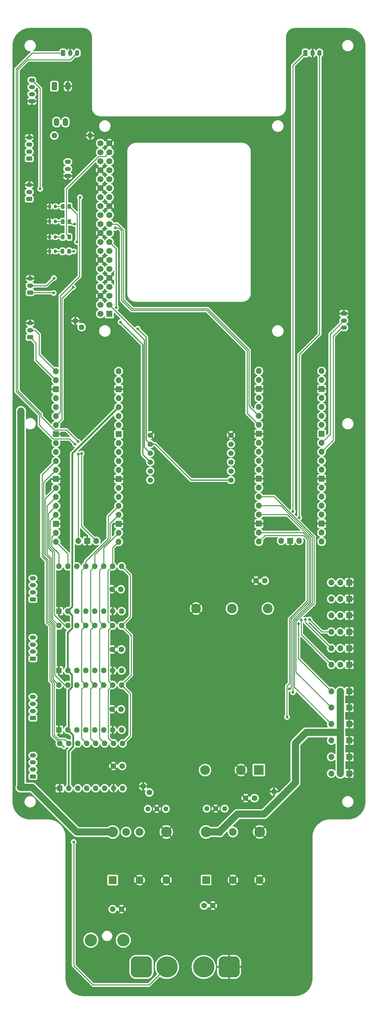
<source format=gbr>
%TF.GenerationSoftware,KiCad,Pcbnew,7.0.8*%
%TF.CreationDate,2023-11-15T00:13:47+01:00*%
%TF.ProjectId,main_board_v2,6d61696e-5f62-46f6-9172-645f76322e6b,rev?*%
%TF.SameCoordinates,Original*%
%TF.FileFunction,Copper,L2,Bot*%
%TF.FilePolarity,Positive*%
%FSLAX46Y46*%
G04 Gerber Fmt 4.6, Leading zero omitted, Abs format (unit mm)*
G04 Created by KiCad (PCBNEW 7.0.8) date 2023-11-15 00:13:47*
%MOMM*%
%LPD*%
G01*
G04 APERTURE LIST*
G04 Aperture macros list*
%AMRoundRect*
0 Rectangle with rounded corners*
0 $1 Rounding radius*
0 $2 $3 $4 $5 $6 $7 $8 $9 X,Y pos of 4 corners*
0 Add a 4 corners polygon primitive as box body*
4,1,4,$2,$3,$4,$5,$6,$7,$8,$9,$2,$3,0*
0 Add four circle primitives for the rounded corners*
1,1,$1+$1,$2,$3*
1,1,$1+$1,$4,$5*
1,1,$1+$1,$6,$7*
1,1,$1+$1,$8,$9*
0 Add four rect primitives between the rounded corners*
20,1,$1+$1,$2,$3,$4,$5,0*
20,1,$1+$1,$4,$5,$6,$7,0*
20,1,$1+$1,$6,$7,$8,$9,0*
20,1,$1+$1,$8,$9,$2,$3,0*%
G04 Aperture macros list end*
%TA.AperFunction,ComponentPad*%
%ADD10R,1.750000X1.750000*%
%TD*%
%TA.AperFunction,ComponentPad*%
%ADD11C,1.750000*%
%TD*%
%TA.AperFunction,ComponentPad*%
%ADD12C,1.440000*%
%TD*%
%TA.AperFunction,SMDPad,CuDef*%
%ADD13RoundRect,0.200000X-0.200000X-0.275000X0.200000X-0.275000X0.200000X0.275000X-0.200000X0.275000X0*%
%TD*%
%TA.AperFunction,ComponentPad*%
%ADD14R,1.700000X1.700000*%
%TD*%
%TA.AperFunction,ComponentPad*%
%ADD15O,1.700000X1.700000*%
%TD*%
%TA.AperFunction,ComponentPad*%
%ADD16RoundRect,0.250000X0.625000X-0.350000X0.625000X0.350000X-0.625000X0.350000X-0.625000X-0.350000X0*%
%TD*%
%TA.AperFunction,ComponentPad*%
%ADD17O,1.750000X1.200000*%
%TD*%
%TA.AperFunction,ComponentPad*%
%ADD18C,1.600000*%
%TD*%
%TA.AperFunction,ComponentPad*%
%ADD19O,1.600000X1.600000*%
%TD*%
%TA.AperFunction,ComponentPad*%
%ADD20R,1.600000X1.600000*%
%TD*%
%TA.AperFunction,SMDPad,CuDef*%
%ADD21RoundRect,0.243750X-0.243750X-0.456250X0.243750X-0.456250X0.243750X0.456250X-0.243750X0.456250X0*%
%TD*%
%TA.AperFunction,ComponentPad*%
%ADD22R,2.205000X2.205000*%
%TD*%
%TA.AperFunction,ComponentPad*%
%ADD23C,2.205000*%
%TD*%
%TA.AperFunction,ComponentPad*%
%ADD24C,3.030000*%
%TD*%
%TA.AperFunction,ComponentPad*%
%ADD25RoundRect,0.250000X-0.350000X-0.625000X0.350000X-0.625000X0.350000X0.625000X-0.350000X0.625000X0*%
%TD*%
%TA.AperFunction,ComponentPad*%
%ADD26O,1.200000X1.750000*%
%TD*%
%TA.AperFunction,ComponentPad*%
%ADD27C,3.500000*%
%TD*%
%TA.AperFunction,ComponentPad*%
%ADD28RoundRect,0.249630X-0.535370X0.895370X-0.535370X-0.895370X0.535370X-0.895370X0.535370X0.895370X0*%
%TD*%
%TA.AperFunction,ComponentPad*%
%ADD29O,1.570000X2.290000*%
%TD*%
%TA.AperFunction,ComponentPad*%
%ADD30RoundRect,0.250000X-0.625000X0.350000X-0.625000X-0.350000X0.625000X-0.350000X0.625000X0.350000X0*%
%TD*%
%TA.AperFunction,ComponentPad*%
%ADD31RoundRect,1.500000X1.500000X1.500000X-1.500000X1.500000X-1.500000X-1.500000X1.500000X-1.500000X0*%
%TD*%
%TA.AperFunction,ComponentPad*%
%ADD32C,6.000000*%
%TD*%
%TA.AperFunction,ComponentPad*%
%ADD33RoundRect,1.500000X-1.500000X-1.500000X1.500000X-1.500000X1.500000X1.500000X-1.500000X1.500000X0*%
%TD*%
%TA.AperFunction,ComponentPad*%
%ADD34R,2.750000X2.750000*%
%TD*%
%TA.AperFunction,ComponentPad*%
%ADD35C,2.750000*%
%TD*%
%TA.AperFunction,ComponentPad*%
%ADD36C,1.524000*%
%TD*%
%TA.AperFunction,ViaPad*%
%ADD37C,0.800000*%
%TD*%
%TA.AperFunction,Conductor*%
%ADD38C,0.254000*%
%TD*%
%TA.AperFunction,Conductor*%
%ADD39C,0.300000*%
%TD*%
%TA.AperFunction,Conductor*%
%ADD40C,2.000000*%
%TD*%
%TA.AperFunction,Conductor*%
%ADD41C,0.500000*%
%TD*%
G04 APERTURE END LIST*
D10*
%TO.P,J1,1,3V3*%
%TO.N,+3.3V*%
X272395200Y-127912600D03*
D11*
%TO.P,J1,2,5V*%
%TO.N,+5V*%
X269855200Y-127912600D03*
%TO.P,J1,3,SDA/GPIO2*%
%TO.N,/PI_SDA*%
X272395200Y-125372600D03*
%TO.P,J1,4,5V*%
%TO.N,+5V*%
X269855200Y-125372600D03*
%TO.P,J1,5,SCL/GPIO3*%
%TO.N,/PI_SCL*%
X272395200Y-122832600D03*
%TO.P,J1,6,GND*%
%TO.N,GND*%
X269855200Y-122832600D03*
%TO.P,J1,7,GCLK0/GPIO4*%
%TO.N,/RPI_TX3*%
X272395200Y-120292600D03*
%TO.P,J1,8,GPIO14/TXD*%
%TO.N,Net-(J1-GPIO14{slash}TXD)*%
X269855200Y-120292600D03*
%TO.P,J1,9,GND*%
%TO.N,GND*%
X272395200Y-117752600D03*
%TO.P,J1,10,GPIO15/RXD*%
%TO.N,Net-(J1-GPIO15{slash}RXD)*%
X269855200Y-117752600D03*
%TO.P,J1,11,GPIO17*%
%TO.N,unconnected-(J1-GPIO17-Pad11)*%
X272395200Y-115212600D03*
%TO.P,J1,12,GPIO18/PWM0*%
%TO.N,unconnected-(J1-GPIO18{slash}PWM0-Pad12)*%
X269855200Y-115212600D03*
%TO.P,J1,13,GPIO27*%
%TO.N,unconnected-(J1-GPIO27-Pad13)*%
X272395200Y-112672600D03*
%TO.P,J1,14,GND*%
%TO.N,GND*%
X269855200Y-112672600D03*
%TO.P,J1,15,GPIO22*%
%TO.N,/TIRETTE_input*%
X272395200Y-110132600D03*
%TO.P,J1,16,GPIO23*%
%TO.N,Net-(J1-GPIO23)*%
X269855200Y-110132600D03*
%TO.P,J1,17,3V3*%
%TO.N,+3.3V*%
X272395200Y-107592600D03*
%TO.P,J1,18,GPIO24*%
%TO.N,Net-(ERR1-A)*%
X269855200Y-107592600D03*
%TO.P,J1,19,MOSI0/GPIO10*%
%TO.N,unconnected-(J1-MOSI0{slash}GPIO10-Pad19)*%
X272395200Y-105052600D03*
%TO.P,J1,20,GND*%
%TO.N,GND*%
X269855200Y-105052600D03*
%TO.P,J1,21,MISO0/GPIO9*%
%TO.N,/RPI_RX4*%
X272395200Y-102512600D03*
%TO.P,J1,22,GPIO25*%
%TO.N,Net-(ERR2-A)*%
X269855200Y-102512600D03*
%TO.P,J1,23,SCLK0/GPIO11*%
%TO.N,unconnected-(J1-SCLK0{slash}GPIO11-Pad23)*%
X272395200Y-99972600D03*
%TO.P,J1,24,~{CE0}/GPIO8*%
%TO.N,/RPI_TX4*%
X269855200Y-99972600D03*
%TO.P,J1,25,GND*%
%TO.N,GND*%
X272395200Y-97432600D03*
%TO.P,J1,26,~{CE1}/GPIO7*%
%TO.N,unconnected-(J1-~{CE1}{slash}GPIO7-Pad26)*%
X269855200Y-97432600D03*
%TO.P,J1,27,ID_SD/GPIO0*%
%TO.N,unconnected-(J1-ID_SD{slash}GPIO0-Pad27)*%
X272395200Y-94892600D03*
%TO.P,J1,28,ID_SC/GPIO1*%
%TO.N,unconnected-(J1-ID_SC{slash}GPIO1-Pad28)*%
X269855200Y-94892600D03*
%TO.P,J1,29,GCLK1/GPIO5*%
%TO.N,/RPI_RX3*%
X272395200Y-92352600D03*
%TO.P,J1,30,GND*%
%TO.N,GND*%
X269855200Y-92352600D03*
%TO.P,J1,31,GCLK2/GPIO6*%
%TO.N,unconnected-(J1-GCLK2{slash}GPIO6-Pad31)*%
X272395200Y-89812600D03*
%TO.P,J1,32,PWM0/GPIO12*%
%TO.N,Net-(J1-PWM0{slash}GPIO12)*%
X269855200Y-89812600D03*
%TO.P,J1,33,PWM1/GPIO13*%
%TO.N,Net-(J1-PWM1{slash}GPIO13)*%
X272395200Y-87272600D03*
%TO.P,J1,34,GND*%
%TO.N,GND*%
X269855200Y-87272600D03*
%TO.P,J1,35,GPIO19/MISO1*%
%TO.N,Net-(J1-GPIO19{slash}MISO1)*%
X272395200Y-84732600D03*
%TO.P,J1,36,GPIO16*%
%TO.N,/LED_strip*%
X269855200Y-84732600D03*
%TO.P,J1,37,GPIO26*%
%TO.N,Net-(ERR3-A)*%
X272395200Y-82192600D03*
%TO.P,J1,38,GPIO20/MOSI1*%
%TO.N,Net-(J1-GPIO20{slash}MOSI1)*%
X269855200Y-82192600D03*
%TO.P,J1,39,GND*%
%TO.N,GND*%
X272395200Y-79652600D03*
%TO.P,J1,40,GPIO21/SCLK1*%
%TO.N,Net-(J1-GPIO21{slash}SCLK1)*%
X269855200Y-79652600D03*
%TD*%
D12*
%TO.P,R7,3*%
%TO.N,N/C*%
X288381600Y-268020800D03*
%TO.P,R7,2*%
%TO.N,GND*%
X285841600Y-268020800D03*
%TO.P,R7,1*%
%TO.N,Net-(PS2-TRIM)*%
X283301600Y-268020800D03*
%TD*%
%TO.P,R6,3*%
%TO.N,N/C*%
X299974000Y-267970000D03*
%TO.P,R6,2*%
%TO.N,GND*%
X302514000Y-267970000D03*
%TO.P,R6,1*%
%TO.N,Net-(PS1-TRIM)*%
X305054000Y-267970000D03*
%TD*%
D13*
%TO.P,R4,2*%
%TO.N,Net-(ERR3-K)*%
X257111000Y-106172000D03*
%TO.P,R4,1*%
%TO.N,GND*%
X255461000Y-106172000D03*
%TD*%
%TO.P,R3,2*%
%TO.N,Net-(ERR2-K)*%
X257111000Y-101769333D03*
%TO.P,R3,1*%
%TO.N,GND*%
X255461000Y-101769333D03*
%TD*%
%TO.P,R2,2*%
%TO.N,Net-(ERR1-K)*%
X257111000Y-97536000D03*
%TO.P,R2,1*%
%TO.N,GND*%
X255461000Y-97536000D03*
%TD*%
%TO.P,R1,2*%
%TO.N,Net-(TiretteOK1-K)*%
X257111000Y-110236000D03*
%TO.P,R1,1*%
%TO.N,GND*%
X255461000Y-110236000D03*
%TD*%
D14*
%TO.P,Servo4,1,Pin_1*%
%TO.N,GND*%
X340360000Y-217912000D03*
D15*
%TO.P,Servo4,2,Pin_2*%
%TO.N,+5VP*%
X337820000Y-217912000D03*
%TO.P,Servo4,3,Pin_3*%
%TO.N,/servo3*%
X335280000Y-217912000D03*
%TD*%
D14*
%TO.P,Servo2,1,Pin_1*%
%TO.N,GND*%
X340360000Y-208612000D03*
D15*
%TO.P,Servo2,2,Pin_2*%
%TO.N,+5VP*%
X337820000Y-208612000D03*
%TO.P,Servo2,3,Pin_3*%
%TO.N,/servo1*%
X335280000Y-208612000D03*
%TD*%
D14*
%TO.P,Servo8,1,Pin_1*%
%TO.N,GND*%
X340360000Y-239382200D03*
D15*
%TO.P,Servo8,2,Pin_2*%
%TO.N,+7.5V*%
X337820000Y-239382200D03*
%TO.P,Servo8,3,Pin_3*%
%TO.N,/servo7*%
X335280000Y-239382200D03*
%TD*%
D16*
%TO.P,Tirette1,1,Pin_1*%
%TO.N,GND*%
X250444000Y-67754000D03*
D17*
%TO.P,Tirette1,2,Pin_2*%
%TO.N,unconnected-(Tirette1-Pin_2-Pad2)*%
X250444000Y-65754000D03*
%TO.P,Tirette1,3,Pin_3*%
%TO.N,Net-(Tirette1-Pin_3)*%
X250444000Y-63754000D03*
%TO.P,Tirette1,4,Pin_4*%
%TO.N,+BATT*%
X250444000Y-61754000D03*
%TD*%
D18*
%TO.P,C6,1*%
%TO.N,+5V*%
X316444000Y-203454000D03*
%TO.P,C6,2*%
%TO.N,GND*%
X313944000Y-203454000D03*
%TD*%
D19*
%TO.P,A3,16,DIR*%
%TO.N,/DIR4*%
X258064000Y-216170000D03*
%TO.P,A3,15,STEP*%
%TO.N,/STEP4*%
X260604000Y-216170000D03*
%TO.P,A3,14*%
%TO.N,N/C*%
X263144000Y-216170000D03*
%TO.P,A3,13,SDO/UART/CFG0*%
%TO.N,/CFG0*%
X265684000Y-216170000D03*
%TO.P,A3,12,CS/CFG3*%
%TO.N,/CFG3*%
X268224000Y-216170000D03*
%TO.P,A3,11,SCK/CFG2*%
%TO.N,/CFG2*%
X270764000Y-216170000D03*
%TO.P,A3,10,SDI/CFG1*%
%TO.N,/CFG1*%
X273304000Y-216170000D03*
%TO.P,A3,9,~{EN}*%
%TO.N,/EN*%
X275844000Y-216170000D03*
%TO.P,A3,8,VMOT*%
%TO.N,/FusedProtectedVbatt*%
X275844000Y-228870000D03*
%TO.P,A3,7,GND*%
%TO.N,GND*%
X273304000Y-228870000D03*
%TO.P,A3,6,B2*%
%TO.N,Net-(A3-B2)*%
X270764000Y-228870000D03*
%TO.P,A3,5,B1*%
%TO.N,Net-(A3-B1)*%
X268224000Y-228870000D03*
%TO.P,A3,4,A1*%
%TO.N,Net-(A3-A1)*%
X265684000Y-228870000D03*
%TO.P,A3,3,A2*%
%TO.N,Net-(A3-A2)*%
X263144000Y-228870000D03*
%TO.P,A3,2,VIO*%
%TO.N,/3V3PICO1*%
X260604000Y-228870000D03*
D20*
%TO.P,A3,1,GND*%
%TO.N,GND*%
X258064000Y-228870000D03*
%TD*%
D14*
%TO.P,Servo10,1,Pin_1*%
%TO.N,GND*%
X340360000Y-248682200D03*
D15*
%TO.P,Servo10,2,Pin_2*%
%TO.N,+7.5V*%
X337820000Y-248682200D03*
%TO.P,Servo10,3,Pin_3*%
%TO.N,/servo9*%
X335280000Y-248682200D03*
%TD*%
D16*
%TO.P,RPI_serial1,1,Pin_1*%
%TO.N,Net-(J1-GPIO14{slash}TXD)*%
X249936000Y-121920000D03*
D17*
%TO.P,RPI_serial1,2,Pin_2*%
%TO.N,Net-(J1-GPIO15{slash}RXD)*%
X249936000Y-119920000D03*
%TO.P,RPI_serial1,3,Pin_3*%
%TO.N,GND*%
X249936000Y-117920000D03*
%TD*%
D21*
%TO.P,TiretteOK1,2,A*%
%TO.N,Net-(J1-GPIO23)*%
X260993500Y-110236000D03*
%TO.P,TiretteOK1,1,K*%
%TO.N,Net-(TiretteOK1-K)*%
X259118500Y-110236000D03*
%TD*%
D18*
%TO.P,C11,1*%
%TO.N,/FusedProtectedVbatt*%
X275778600Y-222910400D03*
%TO.P,C11,2*%
%TO.N,GND*%
X273278600Y-222910400D03*
%TD*%
D22*
%TO.P,PS2,1,VIN(+)*%
%TO.N,/ProtectedVbatt*%
X273344000Y-288174000D03*
D23*
%TO.P,PS2,2,~{ON}/OFF*%
%TO.N,GND*%
X280944000Y-288174000D03*
%TO.P,PS2,3,VIN(-)/GND*%
X288544000Y-288174000D03*
D24*
%TO.P,PS2,4,VOUT(-)/GND*%
X288544000Y-274574000D03*
D23*
%TO.P,PS2,6,TRIM*%
%TO.N,Net-(PS2-TRIM)*%
X280944000Y-274574000D03*
%TO.P,PS2,7,SENSE+*%
%TO.N,+5VP*%
X277144000Y-274574000D03*
D24*
%TO.P,PS2,8,VOUT(+)*%
X273344000Y-274574000D03*
%TD*%
D20*
%TO.P,A2,1,GND*%
%TO.N,GND*%
X258064000Y-245660000D03*
D19*
%TO.P,A2,2,VIO*%
%TO.N,/3V3PICO1*%
X260604000Y-245660000D03*
%TO.P,A2,3,A2*%
%TO.N,Net-(A2-A2)*%
X263144000Y-245660000D03*
%TO.P,A2,4,A1*%
%TO.N,Net-(A2-A1)*%
X265684000Y-245660000D03*
%TO.P,A2,5,B1*%
%TO.N,Net-(A2-B1)*%
X268224000Y-245660000D03*
%TO.P,A2,6,B2*%
%TO.N,Net-(A2-B2)*%
X270764000Y-245660000D03*
%TO.P,A2,7,GND*%
%TO.N,GND*%
X273304000Y-245660000D03*
%TO.P,A2,8,VMOT*%
%TO.N,/FusedProtectedVbatt*%
X275844000Y-245660000D03*
%TO.P,A2,9,~{EN}*%
%TO.N,/EN*%
X275844000Y-232960000D03*
%TO.P,A2,10,SDI/CFG1*%
%TO.N,/CFG1*%
X273304000Y-232960000D03*
%TO.P,A2,11,SCK/CFG2*%
%TO.N,/CFG2*%
X270764000Y-232960000D03*
%TO.P,A2,12,CS/CFG3*%
%TO.N,/CFG3*%
X268224000Y-232960000D03*
%TO.P,A2,13,SDO/UART/CFG0*%
%TO.N,/CFG0*%
X265684000Y-232960000D03*
%TO.P,A2,14*%
%TO.N,N/C*%
X263144000Y-232960000D03*
%TO.P,A2,15,STEP*%
%TO.N,/STEP3*%
X260604000Y-232960000D03*
%TO.P,A2,16,DIR*%
%TO.N,/DIR3*%
X258064000Y-232960000D03*
%TD*%
D21*
%TO.P,ERR2,1,K*%
%TO.N,Net-(ERR2-K)*%
X259158500Y-101854000D03*
%TO.P,ERR2,2,A*%
%TO.N,Net-(ERR2-A)*%
X261033500Y-101854000D03*
%TD*%
D17*
%TO.P,Stepper4,4,Pin_4*%
%TO.N,Net-(A4-B2)*%
X250757600Y-202740000D03*
%TO.P,Stepper4,3,Pin_3*%
%TO.N,Net-(A4-B1)*%
X250757600Y-204740000D03*
%TO.P,Stepper4,2,Pin_2*%
%TO.N,Net-(A4-A2)*%
X250757600Y-206740000D03*
D16*
%TO.P,Stepper4,1,Pin_1*%
%TO.N,Net-(A4-A1)*%
X250757600Y-208740000D03*
%TD*%
D15*
%TO.P,U3,1,GPIO0*%
%TO.N,/RPI_pico2_TX0*%
X314756800Y-144119600D03*
%TO.P,U3,2,GPIO1*%
%TO.N,/RPI_pico2_RX0*%
X314756800Y-146659600D03*
D14*
%TO.P,U3,3,GND*%
%TO.N,GND*%
X314756800Y-149199600D03*
D15*
%TO.P,U3,4,GPIO2*%
%TO.N,/servo0*%
X314756800Y-151739600D03*
%TO.P,U3,5,GPIO3*%
%TO.N,/servo1*%
X314756800Y-154279600D03*
%TO.P,U3,6,GPIO4*%
%TO.N,/RPI_RX4*%
X314756800Y-156819600D03*
%TO.P,U3,7,GPIO5*%
%TO.N,/RPI_TX4*%
X314756800Y-159359600D03*
D14*
%TO.P,U3,8,GND*%
%TO.N,GND*%
X314756800Y-161899600D03*
D15*
%TO.P,U3,9,GPIO6*%
%TO.N,/servo2*%
X314756800Y-164439600D03*
%TO.P,U3,10,GPIO7*%
%TO.N,/servo3*%
X314756800Y-166979600D03*
%TO.P,U3,11,GPIO8*%
%TO.N,/servo4*%
X314756800Y-169519600D03*
%TO.P,U3,12,GPIO9*%
%TO.N,/servo5*%
X314756800Y-172059600D03*
D14*
%TO.P,U3,13,GND*%
%TO.N,GND*%
X314756800Y-174599600D03*
D15*
%TO.P,U3,14,GPIO10*%
%TO.N,/servo6*%
X314756800Y-177139600D03*
%TO.P,U3,15,GPIO11*%
%TO.N,/servo7*%
X314756800Y-179679600D03*
%TO.P,U3,16,GPIO12*%
%TO.N,/servo8*%
X314756800Y-182219600D03*
%TO.P,U3,17,GPIO13*%
%TO.N,/servo9*%
X314756800Y-184759600D03*
D14*
%TO.P,U3,18,GND*%
%TO.N,GND*%
X314756800Y-187299600D03*
D15*
%TO.P,U3,19,GPIO14*%
%TO.N,/servo10*%
X314756800Y-189839600D03*
%TO.P,U3,20,GPIO15*%
%TO.N,/servo11*%
X314756800Y-192379600D03*
%TO.P,U3,21,GPIO16*%
%TO.N,unconnected-(U3-GPIO16-Pad21)*%
X332536800Y-192379600D03*
%TO.P,U3,22,GPIO17*%
%TO.N,unconnected-(U3-GPIO17-Pad22)*%
X332536800Y-189839600D03*
D14*
%TO.P,U3,23,GND*%
%TO.N,GND*%
X332536800Y-187299600D03*
D15*
%TO.P,U3,24,GPIO18*%
%TO.N,unconnected-(U3-GPIO18-Pad24)*%
X332536800Y-184759600D03*
%TO.P,U3,25,GPIO19*%
%TO.N,unconnected-(U3-GPIO19-Pad25)*%
X332536800Y-182219600D03*
%TO.P,U3,26,GPIO20*%
%TO.N,unconnected-(U3-GPIO20-Pad26)*%
X332536800Y-179679600D03*
%TO.P,U3,27,GPIO21*%
%TO.N,unconnected-(U3-GPIO21-Pad27)*%
X332536800Y-177139600D03*
D14*
%TO.P,U3,28,GND*%
%TO.N,GND*%
X332536800Y-174599600D03*
D15*
%TO.P,U3,29,GPIO22*%
%TO.N,unconnected-(U3-GPIO22-Pad29)*%
X332536800Y-172059600D03*
%TO.P,U3,30,RUN*%
%TO.N,unconnected-(U3-RUN-Pad30)*%
X332536800Y-169519600D03*
%TO.P,U3,31,GPIO26_ADC0*%
%TO.N,/ISC1_SDA*%
X332536800Y-166979600D03*
%TO.P,U3,32,GPIO27_ADC1*%
%TO.N,/ISC1_SCL*%
X332536800Y-164439600D03*
D14*
%TO.P,U3,33,AGND*%
%TO.N,unconnected-(U3-AGND-Pad33)*%
X332536800Y-161899600D03*
D15*
%TO.P,U3,34,GPIO28_ADC2*%
%TO.N,unconnected-(U3-GPIO28_ADC2-Pad34)*%
X332536800Y-159359600D03*
%TO.P,U3,35,ADC_VREF*%
%TO.N,unconnected-(U3-ADC_VREF-Pad35)*%
X332536800Y-156819600D03*
%TO.P,U3,36,3V3*%
%TO.N,unconnected-(U3-3V3-Pad36)*%
X332536800Y-154279600D03*
%TO.P,U3,37,3V3_EN*%
%TO.N,unconnected-(U3-3V3_EN-Pad37)*%
X332536800Y-151739600D03*
D14*
%TO.P,U3,38,GND*%
%TO.N,GND*%
X332536800Y-149199600D03*
D15*
%TO.P,U3,39,VSYS*%
%TO.N,unconnected-(U3-VSYS-Pad39)*%
X332536800Y-146659600D03*
%TO.P,U3,40,VBUS*%
%TO.N,+5V*%
X332536800Y-144119600D03*
%TO.P,U3,41,SWCLK*%
%TO.N,Net-(PICO2_swd1-Pin_1)*%
X321106800Y-192149600D03*
D14*
%TO.P,U3,42,GND*%
%TO.N,GND*%
X323646800Y-192149600D03*
D15*
%TO.P,U3,43,SWDIO*%
%TO.N,Net-(PICO2_swd1-Pin_3)*%
X326186800Y-192149600D03*
%TD*%
D18*
%TO.P,C9,1*%
%TO.N,/FusedProtectedVbatt*%
X276032600Y-255905000D03*
%TO.P,C9,2*%
%TO.N,GND*%
X273532600Y-255905000D03*
%TD*%
%TO.P,C8,1*%
%TO.N,+5VP*%
X283718000Y-263398000D03*
%TO.P,C8,2*%
%TO.N,GND*%
X281950233Y-261630233D03*
%TD*%
D25*
%TO.P,PICO2_swd1,1,Pin_1*%
%TO.N,Net-(PICO2_swd1-Pin_1)*%
X327946000Y-54102000D03*
D26*
%TO.P,PICO2_swd1,2,Pin_2*%
%TO.N,GND*%
X329946000Y-54102000D03*
%TO.P,PICO2_swd1,3,Pin_3*%
%TO.N,Net-(PICO2_swd1-Pin_3)*%
X331946000Y-54102000D03*
%TD*%
D18*
%TO.P,C3,1*%
%TO.N,/ProtectedVbatt*%
X299212000Y-295402000D03*
%TO.P,C3,2*%
%TO.N,GND*%
X301712000Y-295402000D03*
%TD*%
D16*
%TO.P,PICO1_UART1,1,Pin_1*%
%TO.N,/RPI_pico1_RX0*%
X249936000Y-134556000D03*
D17*
%TO.P,PICO1_UART1,2,Pin_2*%
%TO.N,/RPI_pico1_TX0*%
X249936000Y-132556000D03*
%TO.P,PICO1_UART1,3,Pin_3*%
%TO.N,GND*%
X249936000Y-130556000D03*
%TD*%
D20*
%TO.P,A4,1,GND*%
%TO.N,GND*%
X258064000Y-212080000D03*
D19*
%TO.P,A4,2,VIO*%
%TO.N,/3V3PICO1*%
X260604000Y-212080000D03*
%TO.P,A4,3,A2*%
%TO.N,Net-(A4-A2)*%
X263144000Y-212080000D03*
%TO.P,A4,4,A1*%
%TO.N,Net-(A4-A1)*%
X265684000Y-212080000D03*
%TO.P,A4,5,B1*%
%TO.N,Net-(A4-B1)*%
X268224000Y-212080000D03*
%TO.P,A4,6,B2*%
%TO.N,Net-(A4-B2)*%
X270764000Y-212080000D03*
%TO.P,A4,7,GND*%
%TO.N,GND*%
X273304000Y-212080000D03*
%TO.P,A4,8,VMOT*%
%TO.N,/FusedProtectedVbatt*%
X275844000Y-212080000D03*
%TO.P,A4,9,~{EN}*%
%TO.N,/EN*%
X275844000Y-199380000D03*
%TO.P,A4,10,SDI/CFG1*%
%TO.N,/CFG1*%
X273304000Y-199380000D03*
%TO.P,A4,11,SCK/CFG2*%
%TO.N,/CFG2*%
X270764000Y-199380000D03*
%TO.P,A4,12,CS/CFG3*%
%TO.N,/CFG3*%
X268224000Y-199380000D03*
%TO.P,A4,13,SDO/UART/CFG0*%
%TO.N,/CFG0*%
X265684000Y-199380000D03*
%TO.P,A4,14*%
%TO.N,N/C*%
X263144000Y-199380000D03*
%TO.P,A4,15,STEP*%
%TO.N,/STEP2*%
X260604000Y-199380000D03*
%TO.P,A4,16,DIR*%
%TO.N,/DIR2*%
X258064000Y-199380000D03*
%TD*%
D18*
%TO.P,C5,1*%
%TO.N,+BATT*%
X313517600Y-264998200D03*
%TO.P,C5,2*%
%TO.N,GND*%
X311017600Y-264998200D03*
%TD*%
D21*
%TO.P,ERR3,1,K*%
%TO.N,Net-(ERR3-K)*%
X259158500Y-106172000D03*
%TO.P,ERR3,2,A*%
%TO.N,Net-(ERR3-A)*%
X261033500Y-106172000D03*
%TD*%
D17*
%TO.P,Stepper2,4,Pin_4*%
%TO.N,Net-(A2-B2)*%
X250757600Y-236320000D03*
%TO.P,Stepper2,3,Pin_3*%
%TO.N,Net-(A2-B1)*%
X250757600Y-238320000D03*
%TO.P,Stepper2,2,Pin_2*%
%TO.N,Net-(A2-A2)*%
X250757600Y-240320000D03*
D16*
%TO.P,Stepper2,1,Pin_1*%
%TO.N,Net-(A2-A1)*%
X250757600Y-242320000D03*
%TD*%
D14*
%TO.P,Servo3,1,Pin_1*%
%TO.N,GND*%
X340360000Y-213262000D03*
D15*
%TO.P,Servo3,2,Pin_2*%
%TO.N,+5VP*%
X337820000Y-213262000D03*
%TO.P,Servo3,3,Pin_3*%
%TO.N,/servo2*%
X335280000Y-213262000D03*
%TD*%
D27*
%TO.P,F1,1*%
%TO.N,/ProtectedVbatt*%
X276352000Y-305181000D03*
%TO.P,F1,2*%
%TO.N,/FusedProtectedVbatt*%
X267152000Y-305181000D03*
%TD*%
D28*
%TO.P,U1,1*%
%TO.N,Net-(Tirette1-Pin_3)*%
X256794000Y-63500000D03*
D29*
%TO.P,U1,2*%
%TO.N,GND*%
X260604000Y-63500000D03*
%TO.P,U1,3,NC*%
%TO.N,unconnected-(U1-NC-Pad3)*%
X259964000Y-73660000D03*
%TO.P,U1,4*%
%TO.N,/TIRETTE_input*%
X257434000Y-73660000D03*
%TD*%
D30*
%TO.P,PICO2_I2C1,1,Pin_1*%
%TO.N,GND*%
X338836000Y-127826000D03*
D17*
%TO.P,PICO2_I2C1,2,Pin_2*%
%TO.N,/ISC1_SCL*%
X338836000Y-129826000D03*
%TO.P,PICO2_I2C1,3,Pin_3*%
%TO.N,/ISC1_SDA*%
X338836000Y-131826000D03*
%TD*%
D14*
%TO.P,Servo5,1,Pin_1*%
%TO.N,GND*%
X340360000Y-222562000D03*
D15*
%TO.P,Servo5,2,Pin_2*%
%TO.N,+5VP*%
X337820000Y-222562000D03*
%TO.P,Servo5,3,Pin_3*%
%TO.N,/servo4*%
X335280000Y-222562000D03*
%TD*%
D22*
%TO.P,PS1,1,VIN(+)*%
%TO.N,/ProtectedVbatt*%
X299796200Y-288163000D03*
D23*
%TO.P,PS1,2,~{ON}/OFF*%
%TO.N,GND*%
X307396200Y-288163000D03*
%TO.P,PS1,3,VIN(-)/GND*%
X314996200Y-288163000D03*
D24*
%TO.P,PS1,4,VOUT(-)/GND*%
X314996200Y-274563000D03*
D23*
%TO.P,PS1,6,TRIM*%
%TO.N,Net-(PS1-TRIM)*%
X307396200Y-274563000D03*
%TO.P,PS1,7,SENSE+*%
%TO.N,+7.5V*%
X303596200Y-274563000D03*
D24*
%TO.P,PS1,8,VOUT(+)*%
X299796200Y-274563000D03*
%TD*%
D31*
%TO.P,Battery1,1,Pin_1*%
%TO.N,GND*%
X306310400Y-312775600D03*
D32*
%TO.P,Battery1,2,Pin_2*%
%TO.N,+BATT*%
X299110400Y-312775600D03*
%TD*%
D25*
%TO.P,PICO1_swd1,1,Pin_1*%
%TO.N,Net-(PICO1_swd1-Pin_1)*%
X259270000Y-54102000D03*
D26*
%TO.P,PICO1_swd1,2,Pin_2*%
%TO.N,GND*%
X261270000Y-54102000D03*
%TO.P,PICO1_swd1,3,Pin_3*%
%TO.N,Net-(PICO1_swd1-Pin_3)*%
X263270000Y-54102000D03*
%TD*%
D16*
%TO.P,RPI_SPI1,1,Pin_1*%
%TO.N,Net-(J1-GPIO19{slash}MISO1)*%
X249682000Y-84010000D03*
D17*
%TO.P,RPI_SPI1,2,Pin_2*%
%TO.N,Net-(J1-GPIO20{slash}MOSI1)*%
X249682000Y-82010000D03*
%TO.P,RPI_SPI1,3,Pin_3*%
%TO.N,Net-(J1-GPIO21{slash}SCLK1)*%
X249682000Y-80010000D03*
%TO.P,RPI_SPI1,4,Pin_4*%
%TO.N,GND*%
X249682000Y-78010000D03*
%TD*%
D16*
%TO.P,LEDStrip1,1,Pin_1*%
%TO.N,+5VP*%
X249682000Y-95440000D03*
D17*
%TO.P,LEDStrip1,2,Pin_2*%
%TO.N,/LED_strip*%
X249682000Y-93440000D03*
%TO.P,LEDStrip1,3,Pin_3*%
%TO.N,GND*%
X249682000Y-91440000D03*
%TD*%
D33*
%TO.P,BAU1,1,Pin_1*%
%TO.N,/ProtectedVbatt*%
X281496400Y-312775600D03*
D32*
%TO.P,BAU1,2,Pin_2*%
%TO.N,+BATT*%
X288696400Y-312775600D03*
%TD*%
D18*
%TO.P,R5,1*%
%TO.N,/TIRETTE_input*%
X256794000Y-77470000D03*
D19*
%TO.P,R5,2*%
%TO.N,GND*%
X266954000Y-77470000D03*
%TD*%
D14*
%TO.P,Servo9,1,Pin_1*%
%TO.N,GND*%
X340360000Y-244032200D03*
D15*
%TO.P,Servo9,2,Pin_2*%
%TO.N,+7.5V*%
X337820000Y-244032200D03*
%TO.P,Servo9,3,Pin_3*%
%TO.N,/servo8*%
X335280000Y-244032200D03*
%TD*%
D21*
%TO.P,ERR1,1,K*%
%TO.N,Net-(ERR1-K)*%
X259158500Y-97536000D03*
%TO.P,ERR1,2,A*%
%TO.N,Net-(ERR1-A)*%
X261033500Y-97536000D03*
%TD*%
D14*
%TO.P,Servo6,1,Pin_1*%
%TO.N,GND*%
X340360000Y-227212000D03*
D15*
%TO.P,Servo6,2,Pin_2*%
%TO.N,+5VP*%
X337820000Y-227212000D03*
%TO.P,Servo6,3,Pin_3*%
%TO.N,/servo5*%
X335280000Y-227212000D03*
%TD*%
%TO.P,U2,1,GPIO0*%
%TO.N,/RPI_pico1_TX0*%
X257251200Y-144170400D03*
%TO.P,U2,2,GPIO1*%
%TO.N,/RPI_pico1_RX0*%
X257251200Y-146710400D03*
D14*
%TO.P,U2,3,GND*%
%TO.N,GND*%
X257251200Y-149250400D03*
D15*
%TO.P,U2,4,GPIO2*%
%TO.N,/EN*%
X257251200Y-151790400D03*
%TO.P,U2,5,GPIO3*%
%TO.N,unconnected-(U2-GPIO3-Pad5)*%
X257251200Y-154330400D03*
%TO.P,U2,6,GPIO4*%
%TO.N,/RPI_RX3*%
X257251200Y-156870400D03*
%TO.P,U2,7,GPIO5*%
%TO.N,/RPI_TX3*%
X257251200Y-159410400D03*
D14*
%TO.P,U2,8,GND*%
%TO.N,GND*%
X257251200Y-161950400D03*
D15*
%TO.P,U2,9,GPIO6*%
%TO.N,unconnected-(U2-GPIO6-Pad9)*%
X257251200Y-164490400D03*
%TO.P,U2,10,GPIO7*%
%TO.N,unconnected-(U2-GPIO7-Pad10)*%
X257251200Y-167030400D03*
%TO.P,U2,11,GPIO8*%
%TO.N,/DIR1*%
X257251200Y-169570400D03*
%TO.P,U2,12,GPIO9*%
%TO.N,/STEP1*%
X257251200Y-172110400D03*
D14*
%TO.P,U2,13,GND*%
%TO.N,GND*%
X257251200Y-174650400D03*
D15*
%TO.P,U2,14,GPIO10*%
%TO.N,/DIR3*%
X257251200Y-177190400D03*
%TO.P,U2,15,GPIO11*%
%TO.N,/STEP3*%
X257251200Y-179730400D03*
%TO.P,U2,16,GPIO12*%
%TO.N,/DIR4*%
X257251200Y-182270400D03*
%TO.P,U2,17,GPIO13*%
%TO.N,/STEP4*%
X257251200Y-184810400D03*
D14*
%TO.P,U2,18,GND*%
%TO.N,GND*%
X257251200Y-187350400D03*
D15*
%TO.P,U2,19,GPIO14*%
%TO.N,/DIR2*%
X257251200Y-189890400D03*
%TO.P,U2,20,GPIO15*%
%TO.N,/STEP2*%
X257251200Y-192430400D03*
%TO.P,U2,21,GPIO16*%
%TO.N,/CFG1*%
X275031200Y-192430400D03*
%TO.P,U2,22,GPIO17*%
%TO.N,/CFG2*%
X275031200Y-189890400D03*
D14*
%TO.P,U2,23,GND*%
%TO.N,GND*%
X275031200Y-187350400D03*
D15*
%TO.P,U2,24,GPIO18*%
%TO.N,/CFG3*%
X275031200Y-184810400D03*
%TO.P,U2,25,GPIO19*%
%TO.N,/CFG0*%
X275031200Y-182270400D03*
%TO.P,U2,26,GPIO20*%
%TO.N,unconnected-(U2-GPIO20-Pad26)*%
X275031200Y-179730400D03*
%TO.P,U2,27,GPIO21*%
%TO.N,unconnected-(U2-GPIO21-Pad27)*%
X275031200Y-177190400D03*
D14*
%TO.P,U2,28,GND*%
%TO.N,GND*%
X275031200Y-174650400D03*
D15*
%TO.P,U2,29,GPIO22*%
%TO.N,unconnected-(U2-GPIO22-Pad29)*%
X275031200Y-172110400D03*
%TO.P,U2,30,RUN*%
%TO.N,unconnected-(U2-RUN-Pad30)*%
X275031200Y-169570400D03*
%TO.P,U2,31,GPIO26_ADC0*%
%TO.N,unconnected-(U2-GPIO26_ADC0-Pad31)*%
X275031200Y-167030400D03*
%TO.P,U2,32,GPIO27_ADC1*%
%TO.N,unconnected-(U2-GPIO27_ADC1-Pad32)*%
X275031200Y-164490400D03*
D14*
%TO.P,U2,33,AGND*%
%TO.N,unconnected-(U2-AGND-Pad33)*%
X275031200Y-161950400D03*
D15*
%TO.P,U2,34,GPIO28_ADC2*%
%TO.N,unconnected-(U2-GPIO28_ADC2-Pad34)*%
X275031200Y-159410400D03*
%TO.P,U2,35,ADC_VREF*%
%TO.N,unconnected-(U2-ADC_VREF-Pad35)*%
X275031200Y-156870400D03*
%TO.P,U2,36,3V3*%
%TO.N,/3V3PICO1*%
X275031200Y-154330400D03*
%TO.P,U2,37,3V3_EN*%
%TO.N,unconnected-(U2-3V3_EN-Pad37)*%
X275031200Y-151790400D03*
D14*
%TO.P,U2,38,GND*%
%TO.N,GND*%
X275031200Y-149250400D03*
D15*
%TO.P,U2,39,VSYS*%
%TO.N,unconnected-(U2-VSYS-Pad39)*%
X275031200Y-146710400D03*
%TO.P,U2,40,VBUS*%
%TO.N,+5V*%
X275031200Y-144170400D03*
%TO.P,U2,41,SWCLK*%
%TO.N,Net-(PICO1_swd1-Pin_1)*%
X263601200Y-192200400D03*
D14*
%TO.P,U2,42,GND*%
%TO.N,GND*%
X266141200Y-192200400D03*
D15*
%TO.P,U2,43,SWDIO*%
%TO.N,Net-(PICO1_swd1-Pin_3)*%
X268681200Y-192200400D03*
%TD*%
D18*
%TO.P,C10,2*%
%TO.N,GND*%
X273191600Y-239852200D03*
%TO.P,C10,1*%
%TO.N,/FusedProtectedVbatt*%
X275691600Y-239852200D03*
%TD*%
%TO.P,C1,1*%
%TO.N,+5V*%
X264535883Y-131693883D03*
%TO.P,C1,2*%
%TO.N,GND*%
X262768116Y-129926116D03*
%TD*%
D14*
%TO.P,Servo7,1,Pin_1*%
%TO.N,GND*%
X340360000Y-234732200D03*
D15*
%TO.P,Servo7,2,Pin_2*%
%TO.N,+7.5V*%
X337820000Y-234732200D03*
%TO.P,Servo7,3,Pin_3*%
%TO.N,/servo6*%
X335280000Y-234732200D03*
%TD*%
D18*
%TO.P,C4,1*%
%TO.N,/ProtectedVbatt*%
X273344000Y-296418000D03*
%TO.P,C4,2*%
%TO.N,GND*%
X275844000Y-296418000D03*
%TD*%
%TO.P,C7,2*%
%TO.N,GND*%
X319024000Y-263144000D03*
%TO.P,C7,1*%
%TO.N,+7.5V*%
X320791767Y-264911767D03*
%TD*%
%TO.P,C12,1*%
%TO.N,/FusedProtectedVbatt*%
X275626200Y-205867000D03*
%TO.P,C12,2*%
%TO.N,GND*%
X273126200Y-205867000D03*
%TD*%
D17*
%TO.P,Stepper1,4,Pin_4*%
%TO.N,Net-(A1-B2)*%
X250757600Y-252872000D03*
%TO.P,Stepper1,3,Pin_3*%
%TO.N,Net-(A1-B1)*%
X250757600Y-254872000D03*
%TO.P,Stepper1,2,Pin_2*%
%TO.N,Net-(A1-A2)*%
X250757600Y-256872000D03*
D16*
%TO.P,Stepper1,1,Pin_1*%
%TO.N,Net-(A1-A1)*%
X250757600Y-258872000D03*
%TD*%
D20*
%TO.P,A1,1,GND*%
%TO.N,GND*%
X258368800Y-262212000D03*
D19*
%TO.P,A1,2,VIO*%
%TO.N,/3V3PICO1*%
X260908800Y-262212000D03*
%TO.P,A1,3,A2*%
%TO.N,Net-(A1-A2)*%
X263448800Y-262212000D03*
%TO.P,A1,4,A1*%
%TO.N,Net-(A1-A1)*%
X265988800Y-262212000D03*
%TO.P,A1,5,B1*%
%TO.N,Net-(A1-B1)*%
X268528800Y-262212000D03*
%TO.P,A1,6,B2*%
%TO.N,Net-(A1-B2)*%
X271068800Y-262212000D03*
%TO.P,A1,7,GND*%
%TO.N,GND*%
X273608800Y-262212000D03*
%TO.P,A1,8,VMOT*%
%TO.N,/FusedProtectedVbatt*%
X276148800Y-262212000D03*
%TO.P,A1,9,~{EN}*%
%TO.N,/EN*%
X276148800Y-249512000D03*
%TO.P,A1,10,SDI/CFG1*%
%TO.N,/CFG1*%
X273608800Y-249512000D03*
%TO.P,A1,11,SCK/CFG2*%
%TO.N,/CFG2*%
X271068800Y-249512000D03*
%TO.P,A1,12,CS/CFG3*%
%TO.N,/CFG3*%
X268528800Y-249512000D03*
%TO.P,A1,13,SDO/UART/CFG0*%
%TO.N,/CFG0*%
X265988800Y-249512000D03*
%TO.P,A1,14*%
%TO.N,N/C*%
X263448800Y-249512000D03*
%TO.P,A1,15,STEP*%
%TO.N,/STEP1*%
X260908800Y-249512000D03*
%TO.P,A1,16,DIR*%
%TO.N,/DIR1*%
X258368800Y-249512000D03*
%TD*%
D16*
%TO.P,RPI_PWMs1,1,Pin_1*%
%TO.N,GND*%
X260604000Y-88900000D03*
D17*
%TO.P,RPI_PWMs1,2,Pin_2*%
%TO.N,Net-(J1-PWM1{slash}GPIO13)*%
X260604000Y-86900000D03*
%TO.P,RPI_PWMs1,3,Pin_3*%
%TO.N,Net-(J1-PWM0{slash}GPIO12)*%
X260604000Y-84900000D03*
%TD*%
D34*
%TO.P,PS3,1,+VIN(VCC)*%
%TO.N,+BATT*%
X314762200Y-257045200D03*
D35*
%TO.P,PS3,2,-VIN(GND)*%
%TO.N,GND*%
X309682200Y-257045200D03*
%TO.P,PS3,3,REMOTE_ON/OFF*%
%TO.N,unconnected-(PS3-REMOTE_ON{slash}OFF-Pad3)*%
X299522200Y-257045200D03*
%TO.P,PS3,4,+VOUT*%
%TO.N,+5V*%
X317302200Y-211325200D03*
%TO.P,PS3,5,COMMON*%
%TO.N,unconnected-(PS3-COMMON-Pad5)*%
X307142200Y-211325200D03*
%TO.P,PS3,6,-VOUT*%
%TO.N,GND*%
X296982200Y-211325200D03*
%TD*%
D14*
%TO.P,Servo1,1,Pin_1*%
%TO.N,GND*%
X340360000Y-203962000D03*
D15*
%TO.P,Servo1,2,Pin_2*%
%TO.N,+5VP*%
X337820000Y-203962000D03*
%TO.P,Servo1,3,Pin_3*%
%TO.N,/servo0*%
X335280000Y-203962000D03*
%TD*%
D14*
%TO.P,Servo11,1,Pin_1*%
%TO.N,GND*%
X340360000Y-253332200D03*
D15*
%TO.P,Servo11,2,Pin_2*%
%TO.N,+7.5V*%
X337820000Y-253332200D03*
%TO.P,Servo11,3,Pin_3*%
%TO.N,/servo10*%
X335280000Y-253332200D03*
%TD*%
D14*
%TO.P,Servo12,1,Pin_1*%
%TO.N,GND*%
X340360000Y-258013200D03*
D15*
%TO.P,Servo12,2,Pin_2*%
%TO.N,+7.5V*%
X337820000Y-258013200D03*
%TO.P,Servo12,3,Pin_3*%
%TO.N,/servo11*%
X335280000Y-258013200D03*
%TD*%
D36*
%TO.P,IMU1,1,VIN*%
%TO.N,+3.3V*%
X283972000Y-164795200D03*
%TO.P,IMU1,2,VIN*%
X306832000Y-174955200D03*
%TO.P,IMU1,3,DA*%
%TO.N,/PI_SDA*%
X283972000Y-167335200D03*
%TO.P,IMU1,4,CL*%
%TO.N,/PI_SCL*%
X283972000Y-169875200D03*
%TO.P,IMU1,5,AD0*%
%TO.N,unconnected-(IMU1-AD0-Pad5)*%
X283972000Y-172415200D03*
%TO.P,IMU1,6,NC*%
%TO.N,unconnected-(IMU1-NC-Pad6)*%
X283972000Y-174955200D03*
%TO.P,IMU1,7,ACL*%
%TO.N,unconnected-(IMU1-ACL-Pad7)*%
X306832000Y-172415200D03*
%TO.P,IMU1,8,ADA*%
%TO.N,unconnected-(IMU1-ADA-Pad8)*%
X306832000Y-169875200D03*
%TO.P,IMU1,9,FSNC*%
%TO.N,unconnected-(IMU1-FSNC-Pad9)*%
X306832000Y-167335200D03*
%TO.P,IMU1,10,INT*%
%TO.N,unconnected-(IMU1-INT-Pad10)*%
X306832000Y-164795200D03*
%TO.P,IMU1,11,GND*%
%TO.N,GND*%
X283972000Y-162255200D03*
%TO.P,IMU1,12,GND*%
X306832000Y-162255200D03*
%TD*%
D17*
%TO.P,Stepper3,4,Pin_4*%
%TO.N,Net-(A3-B2)*%
X250757600Y-219530000D03*
%TO.P,Stepper3,3,Pin_3*%
%TO.N,Net-(A3-B1)*%
X250757600Y-221530000D03*
%TO.P,Stepper3,2,Pin_2*%
%TO.N,Net-(A3-A2)*%
X250757600Y-223530000D03*
D16*
%TO.P,Stepper3,1,Pin_1*%
%TO.N,Net-(A3-A1)*%
X250757600Y-225530000D03*
%TD*%
D37*
%TO.N,GND*%
X253085600Y-200355200D03*
X251358400Y-200355200D03*
X249885200Y-200355200D03*
X252476000Y-213106000D03*
X250850400Y-211785200D03*
X249682000Y-210718400D03*
X253746000Y-217525600D03*
X252120400Y-217474800D03*
X250291600Y-217474800D03*
X250088400Y-228295200D03*
X250139200Y-233984800D03*
X249936000Y-245110000D03*
X249936000Y-247192800D03*
X249936000Y-249072400D03*
X259029200Y-265379200D03*
X257911600Y-265379200D03*
X256692400Y-265379200D03*
X259130800Y-260045200D03*
X257759200Y-260197600D03*
X257708400Y-259181600D03*
X255879600Y-258775200D03*
X255270000Y-260553200D03*
X253441200Y-258876800D03*
X254101600Y-234137200D03*
X251815600Y-234137200D03*
X252628400Y-246532400D03*
X251358400Y-245160800D03*
X259232400Y-243789200D03*
X257759200Y-242366800D03*
X257810000Y-243789200D03*
X253136400Y-242265200D03*
X254863600Y-243738400D03*
X254863600Y-241960400D03*
X258826000Y-210058000D03*
X257657600Y-208838800D03*
X257708400Y-210058000D03*
X253441200Y-208076800D03*
X253085600Y-209042000D03*
X254457200Y-225298000D03*
X253898400Y-226314000D03*
X253034800Y-225348800D03*
%TO.N,Net-(PICO2_swd1-Pin_1)*%
X324408800Y-183896000D03*
%TO.N,Net-(PICO2_swd1-Pin_3)*%
X326186800Y-185623200D03*
%TO.N,+3.3V*%
X274320000Y-126136400D03*
%TO.N,Net-(J1-GPIO14{slash}TXD)*%
X256641600Y-122021600D03*
%TO.N,Net-(J1-GPIO15{slash}RXD)*%
X256692400Y-117805200D03*
%TO.N,Net-(ERR1-A)*%
X263194800Y-107594400D03*
%TO.N,Net-(ERR2-A)*%
X262534400Y-102514400D03*
%TO.N,+BATT*%
X252780800Y-92557600D03*
X262280400Y-277418800D03*
%TO.N,+5VP*%
X247345200Y-155397200D03*
%TO.N,+3.3V*%
X280416000Y-132130800D03*
%TO.N,/PI_SCL*%
X275539200Y-130251200D03*
%TO.N,/servo11*%
X322732400Y-242011200D03*
%TO.N,/servo10*%
X323392800Y-234086400D03*
%TO.N,/servo9*%
X324408800Y-235051600D03*
%TO.N,/servo6*%
X325983600Y-215646000D03*
%TO.N,/servo5*%
X326745600Y-214528400D03*
%TO.N,/servo4*%
X327964800Y-214477600D03*
%TO.N,/servo3*%
X329133200Y-214426800D03*
%TO.N,Net-(PICO1_swd1-Pin_3)*%
X263499600Y-164084000D03*
X264528463Y-167434092D03*
%TO.N,/RPI_RX3*%
X264058400Y-94945200D03*
%TO.N,Net-(J1-GPIO23)*%
X262331200Y-110236000D03*
%TO.N,Net-(PICO1_swd1-Pin_1)*%
X263550400Y-167640000D03*
X262686800Y-164846000D03*
%TO.N,/RPI_TX3*%
X262128000Y-120396000D03*
%TO.N,/RPI_TX4*%
X274066000Y-103632000D03*
%TD*%
D38*
%TO.N,/RPI_pico1_RX0*%
X251561600Y-141020800D02*
X257251200Y-146710400D01*
X251561600Y-136181600D02*
X251561600Y-141020800D01*
X249936000Y-134556000D02*
X251561600Y-136181600D01*
%TO.N,/RPI_pico1_TX0*%
X251275600Y-132556000D02*
X249936000Y-132556000D01*
X252476000Y-133756400D02*
X251275600Y-132556000D01*
X252476000Y-139395200D02*
X252476000Y-133756400D01*
X257251200Y-144170400D02*
X252476000Y-139395200D01*
%TO.N,Net-(PICO1_swd1-Pin_1)*%
X245973600Y-149860000D02*
X245973600Y-58674000D01*
X245973600Y-58674000D02*
X250545600Y-54102000D01*
X252577600Y-159439250D02*
X252577600Y-156464000D01*
X256409550Y-163271200D02*
X252577600Y-159439250D01*
X262686800Y-164846000D02*
X261112000Y-163271200D01*
X261112000Y-163271200D02*
X256409550Y-163271200D01*
X252577600Y-156464000D02*
X245973600Y-149860000D01*
X250545600Y-54102000D02*
X259270000Y-54102000D01*
%TO.N,Net-(PICO1_swd1-Pin_3)*%
X261339600Y-56032400D02*
X263270000Y-54102000D01*
X249257252Y-56032400D02*
X261339600Y-56032400D01*
X246427600Y-58862052D02*
X249257252Y-56032400D01*
X253031600Y-156275948D02*
X246427600Y-149671948D01*
X246427600Y-149671948D02*
X246427600Y-58862052D01*
X260189000Y-160773400D02*
X256836200Y-160773400D01*
X263499600Y-164084000D02*
X260189000Y-160773400D01*
X256836200Y-160773400D02*
X253031600Y-156968800D01*
X253031600Y-156968800D02*
X253031600Y-156275948D01*
%TO.N,/ISC1_SDA*%
X338226400Y-131826000D02*
X338836000Y-131826000D01*
X335788000Y-163728400D02*
X335788000Y-134264400D01*
X335788000Y-134264400D02*
X338226400Y-131826000D01*
X332536800Y-166979600D02*
X335788000Y-163728400D01*
%TO.N,/ISC1_SCL*%
X334975200Y-133686800D02*
X334975200Y-162001200D01*
X338836000Y-129826000D02*
X334975200Y-133686800D01*
X334975200Y-162001200D02*
X332536800Y-164439600D01*
%TO.N,Net-(PICO2_swd1-Pin_3)*%
X331946000Y-133686800D02*
X331946000Y-54102000D01*
X326186800Y-139446000D02*
X331946000Y-133686800D01*
X326186800Y-185623200D02*
X326186800Y-139446000D01*
%TO.N,Net-(PICO2_swd1-Pin_1)*%
X324408800Y-57639200D02*
X324408800Y-183896000D01*
X327946000Y-54102000D02*
X324408800Y-57639200D01*
D39*
%TO.N,+3.3V*%
X274320000Y-109517400D02*
X272395200Y-107592600D01*
X274320000Y-126136400D02*
X274320000Y-109517400D01*
D38*
%TO.N,Net-(J1-GPIO14{slash}TXD)*%
X256540000Y-121920000D02*
X249936000Y-121920000D01*
X256641600Y-122021600D02*
X256540000Y-121920000D01*
%TO.N,Net-(J1-GPIO15{slash}RXD)*%
X254577600Y-119920000D02*
X249936000Y-119920000D01*
X256692400Y-117805200D02*
X254577600Y-119920000D01*
%TO.N,Net-(ERR1-A)*%
X263261400Y-99763900D02*
X261033500Y-97536000D01*
X263261400Y-107527800D02*
X263261400Y-99763900D01*
X263194800Y-107594400D02*
X263261400Y-107527800D01*
%TO.N,Net-(ERR2-A)*%
X261693900Y-102514400D02*
X261033500Y-101854000D01*
X262534400Y-102514400D02*
X261693900Y-102514400D01*
%TO.N,+BATT*%
X252780800Y-64090800D02*
X250444000Y-61754000D01*
X252780800Y-92557600D02*
X252780800Y-64090800D01*
X262280400Y-312369200D02*
X262280400Y-277418800D01*
X267766800Y-317855600D02*
X262280400Y-312369200D01*
X283616400Y-317855600D02*
X267766800Y-317855600D01*
X288696400Y-312775600D02*
X283616400Y-317855600D01*
D40*
%TO.N,+5VP*%
X247355066Y-155407066D02*
X247345200Y-155397200D01*
X247355066Y-261813334D02*
X247355066Y-155407066D01*
X247192800Y-261975600D02*
X247355066Y-261813334D01*
X250545600Y-261975600D02*
X247192800Y-261975600D01*
X251714000Y-263144000D02*
X250545600Y-261975600D01*
X263144000Y-274574000D02*
X251714000Y-263144000D01*
X273344000Y-274574000D02*
X263144000Y-274574000D01*
D39*
%TO.N,/PI_SCL*%
X281838400Y-167741600D02*
X283972000Y-169875200D01*
X275539200Y-130251200D02*
X275539200Y-130352800D01*
X275539200Y-130352800D02*
X281838400Y-136652000D01*
X281838400Y-136652000D02*
X281838400Y-167741600D01*
%TO.N,+3.3V*%
X282838400Y-134553200D02*
X280416000Y-132130800D01*
X282838400Y-163661600D02*
X282838400Y-134553200D01*
X283972000Y-164795200D02*
X282838400Y-163661600D01*
%TO.N,/PI_SDA*%
X282338400Y-135315800D02*
X272395200Y-125372600D01*
X282338400Y-165701600D02*
X282338400Y-135315800D01*
X283972000Y-167335200D02*
X282338400Y-165701600D01*
%TO.N,+3.3V*%
X285394400Y-164795200D02*
X283972000Y-164795200D01*
X295554400Y-174955200D02*
X285394400Y-164795200D01*
X306832000Y-174955200D02*
X295554400Y-174955200D01*
D38*
%TO.N,/servo11*%
X316511522Y-190624878D02*
X314756800Y-192379600D01*
X327433522Y-190624878D02*
X316511522Y-190624878D01*
X328479200Y-209173894D02*
X328479200Y-191670556D01*
X323441100Y-214211994D02*
X328479200Y-209173894D01*
X323441100Y-232511600D02*
X323441100Y-214211994D01*
X322665800Y-241944600D02*
X322665800Y-233286900D01*
X322732400Y-242011200D02*
X322665800Y-241944600D01*
X328479200Y-191670556D02*
X327433522Y-190624878D01*
X322665800Y-233286900D02*
X323441100Y-232511600D01*
%TO.N,/servo10*%
X323646800Y-234086400D02*
X323392800Y-234086400D01*
X323850000Y-233883200D02*
X323646800Y-234086400D01*
X323895100Y-233838100D02*
X323850000Y-233883200D01*
X328933200Y-192024000D02*
X328933200Y-209361948D01*
X328933200Y-209361948D02*
X328151774Y-210143374D01*
X328151774Y-210143374D02*
X323895100Y-214400047D01*
X323895100Y-214400047D02*
X323895100Y-221183200D01*
X323895100Y-221183200D02*
X323895100Y-233838100D01*
X328933200Y-191482504D02*
X328933200Y-192024000D01*
X328846748Y-191396052D02*
X328933200Y-191482504D01*
X314756800Y-189839600D02*
X327290296Y-189839600D01*
X327290296Y-189839600D02*
X328846748Y-191396052D01*
%TO.N,/servo9*%
X322852348Y-184759600D02*
X314756800Y-184759600D01*
X329387200Y-191294452D02*
X322852348Y-184759600D01*
X329387200Y-209550000D02*
X329387200Y-191294452D01*
X324349100Y-214588100D02*
X329387200Y-209550000D01*
X324349100Y-234991900D02*
X324349100Y-214588100D01*
X324408800Y-235051600D02*
X324349100Y-234991900D01*
%TO.N,/servo8*%
X324803100Y-214800713D02*
X324803100Y-233555300D01*
X329898400Y-209705414D02*
X324803100Y-214800713D01*
X329898400Y-191163600D02*
X329898400Y-209705414D01*
X324803100Y-233555300D02*
X335280000Y-244032200D01*
X320954400Y-182219600D02*
X329898400Y-191163600D01*
X314756800Y-182219600D02*
X320954400Y-182219600D01*
%TO.N,/servo7*%
X319074800Y-179679600D02*
X314756800Y-179679600D01*
X330352400Y-190957200D02*
X319074800Y-179679600D01*
X330352400Y-209893466D02*
X330352400Y-190957200D01*
X325257100Y-214988766D02*
X330352400Y-209893466D01*
X325257100Y-229359300D02*
X325257100Y-214988766D01*
X335280000Y-239382200D02*
X325257100Y-229359300D01*
%TO.N,/servo6*%
X325983600Y-225435800D02*
X325983600Y-215646000D01*
X335280000Y-234732200D02*
X325983600Y-225435800D01*
%TO.N,/servo5*%
X326745600Y-218677600D02*
X326745600Y-214528400D01*
X335280000Y-227212000D02*
X326745600Y-218677600D01*
%TO.N,/servo4*%
X327964800Y-215246800D02*
X327964800Y-214477600D01*
X335280000Y-222562000D02*
X327964800Y-215246800D01*
%TO.N,/servo3*%
X329133200Y-214426800D02*
X332618400Y-217912000D01*
X332618400Y-217912000D02*
X335280000Y-217912000D01*
%TO.N,/EN*%
X276166400Y-249512000D02*
X276148800Y-249512000D01*
X278333200Y-247345200D02*
X276166400Y-249512000D01*
X278333200Y-235449200D02*
X278333200Y-247345200D01*
X275844000Y-232960000D02*
X278333200Y-235449200D01*
X275844000Y-232918000D02*
X275844000Y-232960000D01*
X278587200Y-230174800D02*
X275844000Y-232918000D01*
X278587200Y-218913200D02*
X278587200Y-230174800D01*
X275844000Y-216170000D02*
X278587200Y-218913200D01*
X278333200Y-213680800D02*
X275844000Y-216170000D01*
X278333200Y-201869200D02*
X278333200Y-213680800D01*
X275844000Y-199380000D02*
X278333200Y-201869200D01*
%TO.N,Net-(PICO1_swd1-Pin_3)*%
X264525755Y-167436800D02*
X264528463Y-167434092D01*
X264515600Y-188034800D02*
X264515600Y-167436800D01*
X268681200Y-192200400D02*
X264515600Y-188034800D01*
X264515600Y-167436800D02*
X264525755Y-167436800D01*
%TO.N,/RPI_RX3*%
X263956800Y-95656400D02*
X263956800Y-95046800D01*
X263956800Y-117297200D02*
X263956800Y-95656400D01*
X263956800Y-95046800D02*
X264058400Y-94945200D01*
X263398000Y-117856000D02*
X263956800Y-117297200D01*
%TO.N,Net-(J1-GPIO23)*%
X260993500Y-110236000D02*
X262331200Y-110236000D01*
%TO.N,Net-(PICO1_swd1-Pin_1)*%
X263601200Y-167690800D02*
X263550400Y-167640000D01*
X263601200Y-192200400D02*
X263601200Y-167690800D01*
%TO.N,Net-(ERR1-K)*%
X257111000Y-97536000D02*
X259158500Y-97536000D01*
%TO.N,Net-(ERR2-K)*%
X259073833Y-101769333D02*
X259158500Y-101854000D01*
X257111000Y-101769333D02*
X259073833Y-101769333D01*
%TO.N,Net-(ERR3-K)*%
X257111000Y-106172000D02*
X259158500Y-106172000D01*
%TO.N,Net-(TiretteOK1-K)*%
X257111000Y-110236000D02*
X259118500Y-110236000D01*
D41*
%TO.N,/3V3PICO1*%
X261854000Y-233547600D02*
X261854000Y-230120000D01*
X260880000Y-234521600D02*
X261854000Y-233547600D01*
X260604000Y-245660000D02*
X260880000Y-245384000D01*
X260880000Y-245384000D02*
X260880000Y-234521600D01*
X261854000Y-230120000D02*
X260604000Y-228870000D01*
X260604000Y-228870000D02*
X260604000Y-218135200D01*
X260604000Y-218135200D02*
X261874000Y-216865200D01*
X261874000Y-216865200D02*
X261874000Y-213350000D01*
X261874000Y-213350000D02*
X260604000Y-212080000D01*
D38*
%TO.N,Net-(ERR3-A)*%
X269330425Y-83413600D02*
X271174200Y-83413600D01*
X260219000Y-92525025D02*
X269330425Y-83413600D01*
X271174200Y-83413600D02*
X272395200Y-82192600D01*
X260219000Y-105357500D02*
X260219000Y-92525025D01*
X261033500Y-106172000D02*
X260219000Y-105357500D01*
%TO.N,/RPI_RX3*%
X258499000Y-155622600D02*
X257251200Y-156870400D01*
X258499000Y-122755000D02*
X258499000Y-155622600D01*
X263398000Y-117856000D02*
X258499000Y-122755000D01*
%TO.N,/RPI_TX3*%
X258953000Y-157708600D02*
X258953000Y-123571000D01*
X257251200Y-159410400D02*
X258953000Y-157708600D01*
X262128000Y-120396000D02*
X258953000Y-123571000D01*
%TO.N,/RPI_RX4*%
X300228000Y-126492000D02*
X311912000Y-138176000D01*
X311912000Y-138176000D02*
X311912000Y-153974800D01*
X276352000Y-123952000D02*
X278892000Y-126492000D01*
X311912000Y-153974800D02*
X314756800Y-156819600D01*
X276352000Y-104259948D02*
X276352000Y-123952000D01*
X274604652Y-102512600D02*
X276352000Y-104259948D01*
X272395200Y-102512600D02*
X274604652Y-102512600D01*
X278892000Y-126492000D02*
X300228000Y-126492000D01*
%TO.N,/RPI_TX4*%
X275082000Y-103632000D02*
X274066000Y-103632000D01*
X275844000Y-104394000D02*
X275082000Y-103632000D01*
X275844000Y-124086052D02*
X275844000Y-104394000D01*
X278316974Y-126559026D02*
X275844000Y-124086052D01*
X300039948Y-126946000D02*
X298958000Y-126946000D01*
X300287974Y-127194026D02*
X300039948Y-126946000D01*
X311404000Y-138430000D02*
X311404000Y-138310052D01*
X298958000Y-126946000D02*
X278703948Y-126946000D01*
X311404000Y-138310052D02*
X300287974Y-127194026D01*
X311404000Y-156006800D02*
X311404000Y-138430000D01*
X314756800Y-159359600D02*
X311404000Y-156006800D01*
X278703948Y-126946000D02*
X278316974Y-126559026D01*
D41*
%TO.N,/3V3PICO1*%
X261894000Y-167467600D02*
X275031200Y-154330400D01*
X261894000Y-210790000D02*
X261894000Y-167467600D01*
X260604000Y-212080000D02*
X261894000Y-210790000D01*
X262158800Y-250413200D02*
X262158800Y-247214800D01*
X260908800Y-251663200D02*
X262158800Y-250413200D01*
X262158800Y-247214800D02*
X260604000Y-245660000D01*
X260908800Y-262212000D02*
X260908800Y-251663200D01*
D38*
%TO.N,/CFG0*%
X272088000Y-185213600D02*
X275031200Y-182270400D01*
X272088000Y-191549496D02*
X272088000Y-185213600D01*
X265684000Y-197953496D02*
X272088000Y-191549496D01*
X265684000Y-199380000D02*
X265684000Y-197953496D01*
%TO.N,/CFG3*%
X272542000Y-191737548D02*
X272542000Y-187299600D01*
X268224000Y-196055548D02*
X272542000Y-191737548D01*
X268224000Y-199380000D02*
X268224000Y-196055548D01*
X272542000Y-187299600D02*
X275031200Y-184810400D01*
%TO.N,/CFG2*%
X270764000Y-199380000D02*
X270764000Y-194157600D01*
X270764000Y-194157600D02*
X275031200Y-189890400D01*
%TO.N,/CFG1*%
X273304000Y-194157600D02*
X275031200Y-192430400D01*
X273304000Y-199380000D02*
X273304000Y-194157600D01*
%TO.N,/CFG0*%
X264557000Y-215043000D02*
X265684000Y-216170000D01*
X264557000Y-200507000D02*
X264557000Y-215043000D01*
X265684000Y-199380000D02*
X264557000Y-200507000D01*
%TO.N,/CFG3*%
X267097000Y-200507000D02*
X268224000Y-199380000D01*
X267097000Y-215043000D02*
X267097000Y-200507000D01*
X268224000Y-216170000D02*
X267097000Y-215043000D01*
%TO.N,/CFG2*%
X269637000Y-200507000D02*
X270764000Y-199380000D01*
X269637000Y-215043000D02*
X269637000Y-200507000D01*
X270764000Y-216170000D02*
X269637000Y-215043000D01*
%TO.N,/CFG1*%
X271999200Y-200684800D02*
X273304000Y-199380000D01*
X273304000Y-216170000D02*
X271999200Y-214865200D01*
X271999200Y-214865200D02*
X271999200Y-200684800D01*
%TO.N,/CFG0*%
X265684000Y-232960000D02*
X264557000Y-231833000D01*
X264557000Y-231833000D02*
X264557000Y-217297000D01*
X264557000Y-217297000D02*
X265684000Y-216170000D01*
%TO.N,/CFG3*%
X267097000Y-231833000D02*
X267097000Y-217297000D01*
X268224000Y-232960000D02*
X267097000Y-231833000D01*
X267097000Y-217297000D02*
X268224000Y-216170000D01*
%TO.N,/CFG2*%
X269637000Y-231833000D02*
X269637000Y-217297000D01*
X269637000Y-217297000D02*
X270764000Y-216170000D01*
X270764000Y-232960000D02*
X269637000Y-231833000D01*
%TO.N,/CFG1*%
X272151600Y-217322400D02*
X273304000Y-216170000D01*
X272151600Y-231807600D02*
X272151600Y-217322400D01*
X273304000Y-232960000D02*
X272151600Y-231807600D01*
%TO.N,/CFG0*%
X264557000Y-248080200D02*
X264557000Y-234087000D01*
X265988800Y-249512000D02*
X264557000Y-248080200D01*
X264557000Y-234087000D02*
X265684000Y-232960000D01*
%TO.N,/CFG3*%
X267097000Y-234087000D02*
X268224000Y-232960000D01*
X267097000Y-248080200D02*
X267097000Y-234087000D01*
X268528800Y-249512000D02*
X267097000Y-248080200D01*
%TO.N,/CFG2*%
X269637000Y-234087000D02*
X270764000Y-232960000D01*
X269637000Y-248080200D02*
X269637000Y-234087000D01*
X271068800Y-249512000D02*
X269637000Y-248080200D01*
%TO.N,/CFG1*%
X272064600Y-234199400D02*
X273304000Y-232960000D01*
X272064600Y-247967800D02*
X272064600Y-234199400D01*
X273608800Y-249512000D02*
X272064600Y-247967800D01*
%TO.N,/DIR1*%
X253308000Y-196584052D02*
X253308000Y-173513600D01*
X254524000Y-197800052D02*
X253308000Y-196584052D01*
X255575000Y-216274450D02*
X254524000Y-215223450D01*
X255575000Y-231755104D02*
X255575000Y-216274450D01*
X256251974Y-232432078D02*
X255575000Y-231755104D01*
X254524000Y-215223450D02*
X254524000Y-197800052D01*
X253308000Y-173513600D02*
X257251200Y-169570400D01*
X256251974Y-247242026D02*
X256251974Y-232432078D01*
X259648948Y-250639000D02*
X256251974Y-247242026D01*
X259495800Y-250639000D02*
X259648948Y-250639000D01*
X258368800Y-249512000D02*
X259495800Y-250639000D01*
%TO.N,/STEP1*%
X253762000Y-175599600D02*
X257251200Y-172110400D01*
X253762000Y-196396000D02*
X253762000Y-175599600D01*
X254978000Y-197612000D02*
X253762000Y-196396000D01*
X254978000Y-215035398D02*
X254978000Y-197612000D01*
X256029000Y-216086398D02*
X254978000Y-215035398D01*
X256029000Y-231567052D02*
X256029000Y-216086398D01*
X256705974Y-232244026D02*
X256029000Y-231567052D01*
X256705974Y-247053974D02*
X256705974Y-232244026D01*
X258037000Y-248385000D02*
X256705974Y-247053974D01*
X259781800Y-248385000D02*
X258037000Y-248385000D01*
X260908800Y-249512000D02*
X259781800Y-248385000D01*
%TO.N,/DIR3*%
X254216000Y-180225600D02*
X257251200Y-177190400D01*
X254216000Y-196076053D02*
X254216000Y-180225600D01*
X255432000Y-197292052D02*
X254216000Y-196076053D01*
X255432000Y-214847346D02*
X255432000Y-197292052D01*
X256483000Y-215898346D02*
X255432000Y-214847346D01*
X256483000Y-231379000D02*
X256483000Y-215898346D01*
X258064000Y-232960000D02*
X256483000Y-231379000D01*
%TO.N,/STEP3*%
X254670000Y-182311600D02*
X257251200Y-179730400D01*
X254670000Y-195888000D02*
X254670000Y-182311600D01*
X255886000Y-197104000D02*
X254670000Y-195888000D01*
X255886000Y-214659294D02*
X255886000Y-197104000D01*
X256937000Y-215710294D02*
X255886000Y-214659294D01*
X256937000Y-230093000D02*
X256937000Y-215710294D01*
X259804000Y-232960000D02*
X256937000Y-230093000D01*
X260604000Y-232960000D02*
X259804000Y-232960000D01*
%TO.N,/DIR4*%
X256340000Y-195394104D02*
X255124000Y-194178104D01*
X256340000Y-214446000D02*
X256340000Y-195394104D01*
X255124000Y-184397600D02*
X257251200Y-182270400D01*
X258064000Y-216170000D02*
X256340000Y-214446000D01*
X255124000Y-194178104D02*
X255124000Y-184397600D01*
%TO.N,/STEP4*%
X255578000Y-186483600D02*
X257251200Y-184810400D01*
X255578000Y-193990052D02*
X255578000Y-186483600D01*
X256794000Y-195206052D02*
X255578000Y-193990052D01*
X259804000Y-216170000D02*
X256794000Y-213160000D01*
X256794000Y-213160000D02*
X256794000Y-195206052D01*
X260604000Y-216170000D02*
X259804000Y-216170000D01*
%TO.N,/DIR2*%
X256032000Y-191109600D02*
X257251200Y-189890400D01*
X256032000Y-193802000D02*
X256032000Y-191109600D01*
X258064000Y-195834000D02*
X256032000Y-193802000D01*
X258064000Y-199380000D02*
X258064000Y-195834000D01*
%TO.N,/STEP2*%
X260604000Y-195783200D02*
X257251200Y-192430400D01*
X260604000Y-199380000D02*
X260604000Y-195783200D01*
D40*
%TO.N,+7.5V*%
X337820000Y-246380000D02*
X337850000Y-246410000D01*
X337850000Y-246410000D02*
X337850000Y-258064000D01*
X337820000Y-246380000D02*
X337820000Y-234732200D01*
X328168000Y-246380000D02*
X337820000Y-246380000D01*
X325120000Y-249428000D02*
X328168000Y-246380000D01*
X316230000Y-269494000D02*
X325120000Y-260604000D01*
X325120000Y-260604000D02*
X325120000Y-249428000D01*
X308665200Y-269494000D02*
X316230000Y-269494000D01*
X303596200Y-274563000D02*
X308665200Y-269494000D01*
X299796200Y-274563000D02*
X303596200Y-274563000D01*
%TD*%
%TA.AperFunction,Conductor*%
%TO.N,GND*%
G36*
X274624562Y-233223083D02*
G01*
X274677749Y-233268393D01*
X274693266Y-233302372D01*
X274719769Y-233395523D01*
X274719775Y-233395538D01*
X274818938Y-233594683D01*
X274818943Y-233594691D01*
X274953020Y-233772238D01*
X275117437Y-233922123D01*
X275117439Y-233922125D01*
X275306595Y-234039245D01*
X275306596Y-234039245D01*
X275306599Y-234039247D01*
X275514060Y-234119618D01*
X275732757Y-234160500D01*
X275732759Y-234160500D01*
X275955241Y-234160500D01*
X275955243Y-234160500D01*
X276173940Y-234119618D01*
X276173942Y-234119617D01*
X276179576Y-234118564D01*
X276180059Y-234121148D01*
X276238706Y-234121563D01*
X276290612Y-234152609D01*
X277769381Y-235631378D01*
X277802866Y-235692701D01*
X277805700Y-235719059D01*
X277805700Y-247075340D01*
X277786015Y-247142379D01*
X277769381Y-247163021D01*
X276608873Y-248323528D01*
X276547550Y-248357013D01*
X276484669Y-248352516D01*
X276484261Y-248353952D01*
X276478751Y-248352384D01*
X276427647Y-248342831D01*
X276260043Y-248311500D01*
X276037557Y-248311500D01*
X275818860Y-248352382D01*
X275699739Y-248398530D01*
X275611401Y-248432752D01*
X275611395Y-248432754D01*
X275422239Y-248549874D01*
X275422237Y-248549876D01*
X275257820Y-248699761D01*
X275123743Y-248877308D01*
X275123738Y-248877316D01*
X275024575Y-249076461D01*
X275024569Y-249076476D01*
X274998066Y-249169627D01*
X274960787Y-249228721D01*
X274897477Y-249258278D01*
X274828238Y-249248916D01*
X274775051Y-249203606D01*
X274759534Y-249169627D01*
X274741758Y-249107152D01*
X274733029Y-249076472D01*
X274729015Y-249068410D01*
X274633861Y-248877316D01*
X274633856Y-248877308D01*
X274499779Y-248699761D01*
X274335362Y-248549876D01*
X274335360Y-248549874D01*
X274146204Y-248432754D01*
X274146198Y-248432752D01*
X273938740Y-248352382D01*
X273720043Y-248311500D01*
X273497557Y-248311500D01*
X273278860Y-248352382D01*
X273278856Y-248352383D01*
X273273225Y-248353436D01*
X273272753Y-248350911D01*
X273213791Y-248350345D01*
X273162187Y-248319390D01*
X272628419Y-247785622D01*
X272594934Y-247724299D01*
X272592100Y-247697941D01*
X272592100Y-246852064D01*
X272611785Y-246785025D01*
X272664589Y-246739270D01*
X272733747Y-246729326D01*
X272761042Y-246737845D01*
X272761476Y-246736727D01*
X272974195Y-246819135D01*
X273054000Y-246834052D01*
X273054000Y-245975686D01*
X273065955Y-245987641D01*
X273178852Y-246045165D01*
X273272519Y-246060000D01*
X273335481Y-246060000D01*
X273429148Y-246045165D01*
X273542045Y-245987641D01*
X273554000Y-245975686D01*
X273554000Y-246834052D01*
X273633804Y-246819135D01*
X273841177Y-246738798D01*
X273841179Y-246738797D01*
X274030261Y-246621721D01*
X274194608Y-246471900D01*
X274328631Y-246294425D01*
X274427760Y-246095349D01*
X274454473Y-246001461D01*
X274491752Y-245942367D01*
X274555061Y-245912809D01*
X274624301Y-245922170D01*
X274677488Y-245967480D01*
X274693006Y-246001459D01*
X274719770Y-246095525D01*
X274719775Y-246095538D01*
X274818938Y-246294683D01*
X274818943Y-246294691D01*
X274953020Y-246472238D01*
X275117437Y-246622123D01*
X275117439Y-246622125D01*
X275306595Y-246739245D01*
X275306596Y-246739245D01*
X275306599Y-246739247D01*
X275514060Y-246819618D01*
X275732757Y-246860500D01*
X275732759Y-246860500D01*
X275955241Y-246860500D01*
X275955243Y-246860500D01*
X276173940Y-246819618D01*
X276381401Y-246739247D01*
X276570562Y-246622124D01*
X276734981Y-246472236D01*
X276869058Y-246294689D01*
X276968229Y-246095528D01*
X277029115Y-245881536D01*
X277049643Y-245660000D01*
X277029115Y-245438464D01*
X276968229Y-245224472D01*
X276960945Y-245209843D01*
X276869061Y-245025316D01*
X276869056Y-245025308D01*
X276734979Y-244847761D01*
X276570562Y-244697876D01*
X276570560Y-244697874D01*
X276381404Y-244580754D01*
X276381398Y-244580752D01*
X276173940Y-244500382D01*
X275955243Y-244459500D01*
X275732757Y-244459500D01*
X275514060Y-244500382D01*
X275431508Y-244532363D01*
X275306601Y-244580752D01*
X275306595Y-244580754D01*
X275117439Y-244697874D01*
X275117437Y-244697876D01*
X274953020Y-244847761D01*
X274818943Y-245025308D01*
X274818938Y-245025316D01*
X274719775Y-245224461D01*
X274719770Y-245224474D01*
X274693006Y-245318540D01*
X274655726Y-245377633D01*
X274592417Y-245407190D01*
X274523177Y-245397828D01*
X274469991Y-245352518D01*
X274454473Y-245318538D01*
X274427760Y-245224650D01*
X274328631Y-245025574D01*
X274194608Y-244848099D01*
X274030261Y-244698278D01*
X273841179Y-244581202D01*
X273841177Y-244581201D01*
X273633799Y-244500864D01*
X273554000Y-244485946D01*
X273554000Y-245344314D01*
X273542045Y-245332359D01*
X273429148Y-245274835D01*
X273335481Y-245260000D01*
X273272519Y-245260000D01*
X273178852Y-245274835D01*
X273065955Y-245332359D01*
X273054000Y-245344314D01*
X273054000Y-244485946D01*
X272974200Y-244500864D01*
X272761476Y-244583273D01*
X272760552Y-244580890D01*
X272702450Y-244591181D01*
X272637985Y-244564237D01*
X272598321Y-244506717D01*
X272592100Y-244467935D01*
X272592100Y-241087872D01*
X272611785Y-241020833D01*
X272664589Y-240975078D01*
X272733747Y-240965134D01*
X272760894Y-240972246D01*
X272861790Y-241011333D01*
X273080407Y-241052200D01*
X273302793Y-241052200D01*
X273521409Y-241011333D01*
X273728768Y-240931001D01*
X273728781Y-240930995D01*
X273844926Y-240859079D01*
X273236000Y-240250153D01*
X273316748Y-240237365D01*
X273429645Y-240179841D01*
X273519241Y-240090245D01*
X273576765Y-239977348D01*
X273589553Y-239896600D01*
X274200461Y-240507508D01*
X274216231Y-240486625D01*
X274216233Y-240486622D01*
X274315360Y-240287548D01*
X274315361Y-240287545D01*
X274322073Y-240263956D01*
X274359350Y-240204862D01*
X274422659Y-240175302D01*
X274491899Y-240184662D01*
X274545087Y-240229971D01*
X274560605Y-240263950D01*
X274562060Y-240269063D01*
X274567371Y-240287727D01*
X274567375Y-240287738D01*
X274666538Y-240486883D01*
X274666543Y-240486891D01*
X274800620Y-240664438D01*
X274965037Y-240814323D01*
X274965039Y-240814325D01*
X275154195Y-240931445D01*
X275154196Y-240931445D01*
X275154199Y-240931447D01*
X275361660Y-241011818D01*
X275580357Y-241052700D01*
X275580359Y-241052700D01*
X275802841Y-241052700D01*
X275802843Y-241052700D01*
X276021540Y-241011818D01*
X276229001Y-240931447D01*
X276418162Y-240814324D01*
X276582581Y-240664436D01*
X276716658Y-240486889D01*
X276815829Y-240287728D01*
X276876715Y-240073736D01*
X276897243Y-239852200D01*
X276893474Y-239811530D01*
X276876715Y-239630664D01*
X276876714Y-239630662D01*
X276875710Y-239627134D01*
X276815829Y-239416672D01*
X276815824Y-239416661D01*
X276716661Y-239217516D01*
X276716656Y-239217508D01*
X276582579Y-239039961D01*
X276418162Y-238890076D01*
X276418160Y-238890074D01*
X276229004Y-238772954D01*
X276228998Y-238772952D01*
X276203020Y-238762888D01*
X276021540Y-238692582D01*
X275802843Y-238651700D01*
X275580357Y-238651700D01*
X275361660Y-238692582D01*
X275328816Y-238705306D01*
X275154201Y-238772952D01*
X275154195Y-238772954D01*
X274965039Y-238890074D01*
X274965037Y-238890076D01*
X274800620Y-239039961D01*
X274666543Y-239217508D01*
X274666538Y-239217516D01*
X274567375Y-239416661D01*
X274567368Y-239416679D01*
X274560605Y-239440449D01*
X274523325Y-239499542D01*
X274460014Y-239529098D01*
X274390775Y-239519734D01*
X274337590Y-239474423D01*
X274322073Y-239440444D01*
X274315361Y-239416852D01*
X274315360Y-239416851D01*
X274216235Y-239217780D01*
X274216230Y-239217772D01*
X274200460Y-239196890D01*
X273589553Y-239807798D01*
X273576765Y-239727052D01*
X273519241Y-239614155D01*
X273429645Y-239524559D01*
X273316748Y-239467035D01*
X273236000Y-239454246D01*
X273844927Y-238845319D01*
X273728778Y-238773402D01*
X273728777Y-238773401D01*
X273521404Y-238693065D01*
X273302793Y-238652200D01*
X273080407Y-238652200D01*
X272861794Y-238693065D01*
X272760894Y-238732154D01*
X272691270Y-238738016D01*
X272629530Y-238705306D01*
X272595275Y-238644409D01*
X272592100Y-238616527D01*
X272592100Y-234469258D01*
X272611785Y-234402219D01*
X272628415Y-234381581D01*
X272857388Y-234152607D01*
X272918709Y-234119124D01*
X272968027Y-234120687D01*
X272968424Y-234118564D01*
X272974057Y-234119617D01*
X272974060Y-234119618D01*
X273192757Y-234160500D01*
X273192759Y-234160500D01*
X273415241Y-234160500D01*
X273415243Y-234160500D01*
X273633940Y-234119618D01*
X273841401Y-234039247D01*
X274030562Y-233922124D01*
X274175704Y-233789809D01*
X274194979Y-233772238D01*
X274196215Y-233770602D01*
X274329058Y-233594689D01*
X274349039Y-233554563D01*
X274428224Y-233395538D01*
X274428223Y-233395538D01*
X274428229Y-233395528D01*
X274454734Y-233302371D01*
X274492013Y-233243278D01*
X274555323Y-233213721D01*
X274624562Y-233223083D01*
G37*
%TD.AperFunction*%
%TA.AperFunction,Conductor*%
G36*
X258314000Y-246859999D02*
G01*
X258895479Y-246859999D01*
X258989149Y-246845164D01*
X258989155Y-246845162D01*
X259102041Y-246787643D01*
X259102050Y-246787636D01*
X259191636Y-246698050D01*
X259191639Y-246698046D01*
X259249166Y-246585144D01*
X259263999Y-246491485D01*
X259263999Y-246189417D01*
X259283683Y-246122378D01*
X259336487Y-246076623D01*
X259405646Y-246066679D01*
X259469201Y-246095704D01*
X259498999Y-246134145D01*
X259578938Y-246294683D01*
X259578943Y-246294691D01*
X259713020Y-246472238D01*
X259877437Y-246622123D01*
X259877439Y-246622125D01*
X260066595Y-246739245D01*
X260066596Y-246739245D01*
X260066599Y-246739247D01*
X260274060Y-246819618D01*
X260492757Y-246860500D01*
X260492759Y-246860500D01*
X260715242Y-246860500D01*
X260715243Y-246860500D01*
X260760370Y-246852064D01*
X260793639Y-246845845D01*
X260863154Y-246852875D01*
X260904106Y-246880052D01*
X261471981Y-247447927D01*
X261505466Y-247509250D01*
X261508300Y-247535608D01*
X261508300Y-248275792D01*
X261488615Y-248342831D01*
X261435811Y-248388586D01*
X261366653Y-248398530D01*
X261339507Y-248391419D01*
X261250694Y-248357013D01*
X261238740Y-248352382D01*
X261020043Y-248311500D01*
X260797557Y-248311500D01*
X260578860Y-248352382D01*
X260578856Y-248352383D01*
X260573225Y-248353436D01*
X260572753Y-248350911D01*
X260513791Y-248350345D01*
X260462187Y-248319390D01*
X260318515Y-248175718D01*
X260161164Y-248018367D01*
X260117828Y-247971966D01*
X260096189Y-247958807D01*
X260081709Y-247950001D01*
X260076458Y-247946427D01*
X260042764Y-247920876D01*
X260037537Y-247918815D01*
X260027173Y-247914728D01*
X260008237Y-247905322D01*
X259993934Y-247896624D01*
X259993931Y-247896622D01*
X259953217Y-247885214D01*
X259947199Y-247883190D01*
X259907864Y-247867680D01*
X259891205Y-247865967D01*
X259870439Y-247862020D01*
X259854308Y-247857500D01*
X259854303Y-247857500D01*
X259812024Y-247857500D01*
X259805680Y-247857175D01*
X259763622Y-247852851D01*
X259763619Y-247852851D01*
X259747116Y-247855697D01*
X259726047Y-247857500D01*
X258306859Y-247857500D01*
X258239820Y-247837815D01*
X258219178Y-247821181D01*
X257469677Y-247071680D01*
X257436192Y-247010357D01*
X257441176Y-246940665D01*
X257483048Y-246884732D01*
X257548512Y-246860315D01*
X257557358Y-246859999D01*
X257814000Y-246859999D01*
X257814000Y-245975686D01*
X257825955Y-245987641D01*
X257938852Y-246045165D01*
X258032519Y-246060000D01*
X258095481Y-246060000D01*
X258189148Y-246045165D01*
X258302045Y-245987641D01*
X258314000Y-245975686D01*
X258314000Y-246859999D01*
G37*
%TD.AperFunction*%
%TA.AperFunction,Conductor*%
G36*
X259367936Y-233281511D02*
G01*
X259405056Y-233307054D01*
X259424649Y-233326647D01*
X259456928Y-233361209D01*
X259477302Y-233390571D01*
X259578938Y-233594683D01*
X259578943Y-233594691D01*
X259713020Y-233772238D01*
X259877437Y-233922123D01*
X259877439Y-233922125D01*
X260066595Y-234039245D01*
X260066597Y-234039246D01*
X260066599Y-234039247D01*
X260211680Y-234095451D01*
X260267081Y-234138024D01*
X260290672Y-234203790D01*
X260275551Y-234270809D01*
X260270374Y-234280225D01*
X260270372Y-234280231D01*
X260265091Y-234300799D01*
X260258791Y-234319201D01*
X260250364Y-234338673D01*
X260242766Y-234386647D01*
X260241581Y-234392370D01*
X260229500Y-234439418D01*
X260229500Y-234460644D01*
X260227973Y-234480043D01*
X260224653Y-234501005D01*
X260229222Y-234549338D01*
X260229225Y-234549367D01*
X260229500Y-234555206D01*
X260229500Y-244432702D01*
X260209815Y-244499741D01*
X260157011Y-244545496D01*
X260150295Y-244548328D01*
X260066599Y-244580753D01*
X260066595Y-244580755D01*
X259877439Y-244697874D01*
X259877437Y-244697876D01*
X259713020Y-244847761D01*
X259578943Y-245025308D01*
X259578938Y-245025316D01*
X259498999Y-245185855D01*
X259451496Y-245237092D01*
X259383833Y-245254513D01*
X259317492Y-245232587D01*
X259273538Y-245178276D01*
X259263999Y-245130583D01*
X259263999Y-244828520D01*
X259249164Y-244734850D01*
X259249162Y-244734844D01*
X259191643Y-244621958D01*
X259191636Y-244621949D01*
X259102050Y-244532363D01*
X259102046Y-244532360D01*
X258989144Y-244474833D01*
X258895486Y-244460000D01*
X258314000Y-244460000D01*
X258314000Y-245344314D01*
X258302045Y-245332359D01*
X258189148Y-245274835D01*
X258095481Y-245260000D01*
X258032519Y-245260000D01*
X257938852Y-245274835D01*
X257825955Y-245332359D01*
X257814000Y-245344314D01*
X257814000Y-244460000D01*
X257357474Y-244460000D01*
X257290435Y-244440315D01*
X257244680Y-244387511D01*
X257233474Y-244336000D01*
X257233474Y-234080374D01*
X257253159Y-234013335D01*
X257305963Y-233967580D01*
X257375121Y-233957636D01*
X257422748Y-233974945D01*
X257526599Y-234039247D01*
X257734060Y-234119618D01*
X257952757Y-234160500D01*
X257952759Y-234160500D01*
X258175241Y-234160500D01*
X258175243Y-234160500D01*
X258393940Y-234119618D01*
X258601401Y-234039247D01*
X258790562Y-233922124D01*
X258935704Y-233789809D01*
X258954979Y-233772238D01*
X258956215Y-233770602D01*
X259089058Y-233594689D01*
X259109039Y-233554563D01*
X259188224Y-233395538D01*
X259188223Y-233395538D01*
X259188229Y-233395528D01*
X259198110Y-233360797D01*
X259235387Y-233301708D01*
X259298696Y-233272150D01*
X259367936Y-233281511D01*
G37*
%TD.AperFunction*%
%TA.AperFunction,Conductor*%
G36*
X274624562Y-216433083D02*
G01*
X274677749Y-216478393D01*
X274693266Y-216512372D01*
X274719769Y-216605523D01*
X274719775Y-216605538D01*
X274818938Y-216804683D01*
X274818943Y-216804691D01*
X274953020Y-216982238D01*
X275117437Y-217132123D01*
X275117439Y-217132125D01*
X275306595Y-217249245D01*
X275306596Y-217249245D01*
X275306599Y-217249247D01*
X275514060Y-217329618D01*
X275732757Y-217370500D01*
X275732759Y-217370500D01*
X275955241Y-217370500D01*
X275955243Y-217370500D01*
X276173940Y-217329618D01*
X276173942Y-217329617D01*
X276179576Y-217328564D01*
X276180059Y-217331148D01*
X276238706Y-217331563D01*
X276290612Y-217362609D01*
X278023381Y-219095378D01*
X278056866Y-219156701D01*
X278059700Y-219183059D01*
X278059700Y-229904940D01*
X278040015Y-229971979D01*
X278023381Y-229992621D01*
X276255273Y-231760728D01*
X276193950Y-231794213D01*
X276144807Y-231794936D01*
X275955243Y-231759500D01*
X275732757Y-231759500D01*
X275514060Y-231800382D01*
X275442600Y-231828066D01*
X275306601Y-231880752D01*
X275306595Y-231880754D01*
X275117439Y-231997874D01*
X275117437Y-231997876D01*
X274953020Y-232147761D01*
X274818943Y-232325308D01*
X274818938Y-232325316D01*
X274719775Y-232524461D01*
X274719769Y-232524476D01*
X274693266Y-232617627D01*
X274655987Y-232676721D01*
X274592677Y-232706278D01*
X274523438Y-232696916D01*
X274470251Y-232651606D01*
X274454734Y-232617627D01*
X274428230Y-232524476D01*
X274428229Y-232524472D01*
X274428224Y-232524461D01*
X274329061Y-232325316D01*
X274329056Y-232325308D01*
X274194979Y-232147761D01*
X274030562Y-231997876D01*
X274030560Y-231997874D01*
X273841404Y-231880754D01*
X273841398Y-231880752D01*
X273633940Y-231800382D01*
X273415243Y-231759500D01*
X273192757Y-231759500D01*
X272974060Y-231800382D01*
X272974056Y-231800383D01*
X272968425Y-231801436D01*
X272967953Y-231798911D01*
X272908991Y-231798345D01*
X272857387Y-231767390D01*
X272715419Y-231625422D01*
X272681934Y-231564099D01*
X272679100Y-231537741D01*
X272679100Y-230095832D01*
X272698785Y-230028793D01*
X272751589Y-229983038D01*
X272820747Y-229973094D01*
X272847894Y-229980206D01*
X272974190Y-230029134D01*
X273054000Y-230044052D01*
X273054000Y-229185686D01*
X273065955Y-229197641D01*
X273178852Y-229255165D01*
X273272519Y-229270000D01*
X273335481Y-229270000D01*
X273429148Y-229255165D01*
X273542045Y-229197641D01*
X273554000Y-229185686D01*
X273554000Y-230044052D01*
X273633804Y-230029135D01*
X273841177Y-229948798D01*
X273841179Y-229948797D01*
X274030261Y-229831721D01*
X274194608Y-229681900D01*
X274328631Y-229504425D01*
X274427760Y-229305349D01*
X274454473Y-229211461D01*
X274491752Y-229152367D01*
X274555061Y-229122809D01*
X274624301Y-229132170D01*
X274677488Y-229177480D01*
X274693006Y-229211459D01*
X274719770Y-229305525D01*
X274719775Y-229305538D01*
X274818938Y-229504683D01*
X274818943Y-229504691D01*
X274953020Y-229682238D01*
X275117437Y-229832123D01*
X275117439Y-229832125D01*
X275306595Y-229949245D01*
X275306596Y-229949245D01*
X275306599Y-229949247D01*
X275514060Y-230029618D01*
X275732757Y-230070500D01*
X275732759Y-230070500D01*
X275955241Y-230070500D01*
X275955243Y-230070500D01*
X276173940Y-230029618D01*
X276381401Y-229949247D01*
X276570562Y-229832124D01*
X276734981Y-229682236D01*
X276869058Y-229504689D01*
X276968229Y-229305528D01*
X277029115Y-229091536D01*
X277049643Y-228870000D01*
X277029115Y-228648464D01*
X276968229Y-228434472D01*
X276945905Y-228389639D01*
X276869061Y-228235316D01*
X276869056Y-228235308D01*
X276734979Y-228057761D01*
X276570562Y-227907876D01*
X276570560Y-227907874D01*
X276381404Y-227790754D01*
X276381398Y-227790752D01*
X276173940Y-227710382D01*
X275955243Y-227669500D01*
X275732757Y-227669500D01*
X275514060Y-227710382D01*
X275431508Y-227742363D01*
X275306601Y-227790752D01*
X275306595Y-227790754D01*
X275117439Y-227907874D01*
X275117437Y-227907876D01*
X274953020Y-228057761D01*
X274818943Y-228235308D01*
X274818938Y-228235316D01*
X274719775Y-228434461D01*
X274719770Y-228434474D01*
X274693006Y-228528540D01*
X274655726Y-228587633D01*
X274592417Y-228617190D01*
X274523177Y-228607828D01*
X274469991Y-228562518D01*
X274454473Y-228528538D01*
X274427760Y-228434650D01*
X274328631Y-228235574D01*
X274194608Y-228058099D01*
X274030261Y-227908278D01*
X273841179Y-227791202D01*
X273841177Y-227791201D01*
X273633799Y-227710864D01*
X273554000Y-227695946D01*
X273554000Y-228554314D01*
X273542045Y-228542359D01*
X273429148Y-228484835D01*
X273335481Y-228470000D01*
X273272519Y-228470000D01*
X273178852Y-228484835D01*
X273065955Y-228542359D01*
X273054000Y-228554314D01*
X273054000Y-227695946D01*
X272974197Y-227710864D01*
X272847893Y-227759794D01*
X272778269Y-227765655D01*
X272716530Y-227732945D01*
X272682275Y-227672048D01*
X272679100Y-227644167D01*
X272679100Y-224146072D01*
X272698785Y-224079033D01*
X272751589Y-224033278D01*
X272820747Y-224023334D01*
X272847894Y-224030446D01*
X272948790Y-224069533D01*
X273167407Y-224110400D01*
X273389793Y-224110400D01*
X273608409Y-224069533D01*
X273815768Y-223989201D01*
X273815781Y-223989195D01*
X273931926Y-223917279D01*
X273323000Y-223308353D01*
X273403748Y-223295565D01*
X273516645Y-223238041D01*
X273606241Y-223148445D01*
X273663765Y-223035548D01*
X273676553Y-222954800D01*
X274287461Y-223565708D01*
X274303231Y-223544825D01*
X274303233Y-223544822D01*
X274402360Y-223345748D01*
X274402361Y-223345745D01*
X274409073Y-223322156D01*
X274446350Y-223263062D01*
X274509659Y-223233502D01*
X274578899Y-223242862D01*
X274632087Y-223288171D01*
X274647606Y-223322151D01*
X274654371Y-223345927D01*
X274654375Y-223345938D01*
X274753538Y-223545083D01*
X274753543Y-223545091D01*
X274887620Y-223722638D01*
X275052037Y-223872523D01*
X275052039Y-223872525D01*
X275241195Y-223989645D01*
X275241196Y-223989645D01*
X275241199Y-223989647D01*
X275448660Y-224070018D01*
X275667357Y-224110900D01*
X275667359Y-224110900D01*
X275889841Y-224110900D01*
X275889843Y-224110900D01*
X276108540Y-224070018D01*
X276316001Y-223989647D01*
X276505162Y-223872524D01*
X276669581Y-223722636D01*
X276803658Y-223545089D01*
X276902829Y-223345928D01*
X276963715Y-223131936D01*
X276984243Y-222910400D01*
X276963715Y-222688864D01*
X276902829Y-222474872D01*
X276902824Y-222474861D01*
X276803661Y-222275716D01*
X276803656Y-222275708D01*
X276669579Y-222098161D01*
X276505162Y-221948276D01*
X276505160Y-221948274D01*
X276316004Y-221831154D01*
X276315998Y-221831152D01*
X276315224Y-221830852D01*
X276108540Y-221750782D01*
X275889843Y-221709900D01*
X275667357Y-221709900D01*
X275448660Y-221750782D01*
X275415816Y-221763506D01*
X275241201Y-221831152D01*
X275241195Y-221831154D01*
X275052039Y-221948274D01*
X275052037Y-221948276D01*
X274887620Y-222098161D01*
X274753543Y-222275708D01*
X274753538Y-222275716D01*
X274654375Y-222474861D01*
X274654368Y-222474879D01*
X274647605Y-222498649D01*
X274610325Y-222557742D01*
X274547014Y-222587298D01*
X274477775Y-222577934D01*
X274424590Y-222532623D01*
X274409073Y-222498644D01*
X274402361Y-222475052D01*
X274402360Y-222475051D01*
X274303235Y-222275980D01*
X274303230Y-222275972D01*
X274287460Y-222255090D01*
X273676553Y-222865998D01*
X273663765Y-222785252D01*
X273606241Y-222672355D01*
X273516645Y-222582759D01*
X273403748Y-222525235D01*
X273323000Y-222512446D01*
X273931927Y-221903519D01*
X273815778Y-221831602D01*
X273815777Y-221831601D01*
X273608404Y-221751265D01*
X273389793Y-221710400D01*
X273167407Y-221710400D01*
X272948794Y-221751265D01*
X272847894Y-221790354D01*
X272778270Y-221796216D01*
X272716530Y-221763506D01*
X272682275Y-221702609D01*
X272679100Y-221674727D01*
X272679100Y-217592258D01*
X272698785Y-217525219D01*
X272715410Y-217504586D01*
X272857389Y-217362606D01*
X272918708Y-217329124D01*
X272968027Y-217330687D01*
X272968424Y-217328564D01*
X272974057Y-217329617D01*
X272974060Y-217329618D01*
X273192757Y-217370500D01*
X273192759Y-217370500D01*
X273415241Y-217370500D01*
X273415243Y-217370500D01*
X273633940Y-217329618D01*
X273841401Y-217249247D01*
X274030562Y-217132124D01*
X274194981Y-216982236D01*
X274329058Y-216804689D01*
X274428229Y-216605528D01*
X274454734Y-216512371D01*
X274492013Y-216453278D01*
X274555323Y-216423721D01*
X274624562Y-216433083D01*
G37*
%TD.AperFunction*%
%TA.AperFunction,Conductor*%
G36*
X258314000Y-230069999D02*
G01*
X258895479Y-230069999D01*
X258989149Y-230055164D01*
X258989155Y-230055162D01*
X259102041Y-229997643D01*
X259102050Y-229997636D01*
X259191636Y-229908050D01*
X259191639Y-229908046D01*
X259249166Y-229795144D01*
X259263999Y-229701485D01*
X259263999Y-229399417D01*
X259283683Y-229332378D01*
X259336487Y-229286623D01*
X259405646Y-229276679D01*
X259469201Y-229305704D01*
X259498999Y-229344145D01*
X259578938Y-229504683D01*
X259578943Y-229504691D01*
X259713020Y-229682238D01*
X259877437Y-229832123D01*
X259877439Y-229832125D01*
X260066595Y-229949245D01*
X260066596Y-229949245D01*
X260066599Y-229949247D01*
X260274060Y-230029618D01*
X260492757Y-230070500D01*
X260492759Y-230070500D01*
X260715242Y-230070500D01*
X260715243Y-230070500D01*
X260756032Y-230062875D01*
X260793639Y-230055845D01*
X260863154Y-230062875D01*
X260904106Y-230090052D01*
X261167181Y-230353127D01*
X261200666Y-230414450D01*
X261203500Y-230440808D01*
X261203500Y-231723792D01*
X261183815Y-231790831D01*
X261131011Y-231836586D01*
X261061853Y-231846530D01*
X261034707Y-231839419D01*
X260957618Y-231809555D01*
X260933940Y-231800382D01*
X260715243Y-231759500D01*
X260492757Y-231759500D01*
X260274060Y-231800382D01*
X260202600Y-231828066D01*
X260066601Y-231880752D01*
X260066595Y-231880754D01*
X259877446Y-231997870D01*
X259877437Y-231997877D01*
X259813459Y-232056200D01*
X259750655Y-232086816D01*
X259681268Y-232078618D01*
X259642241Y-232052243D01*
X257824679Y-230234681D01*
X257791194Y-230173358D01*
X257796178Y-230103666D01*
X257814000Y-230075935D01*
X257814000Y-229185686D01*
X257825955Y-229197641D01*
X257938852Y-229255165D01*
X258032519Y-229270000D01*
X258095481Y-229270000D01*
X258189148Y-229255165D01*
X258302045Y-229197641D01*
X258314000Y-229185686D01*
X258314000Y-230069999D01*
G37*
%TD.AperFunction*%
%TA.AperFunction,Conductor*%
G36*
X259367935Y-216491510D02*
G01*
X259405056Y-216517053D01*
X259424635Y-216536632D01*
X259456926Y-216571207D01*
X259477302Y-216600571D01*
X259578938Y-216804683D01*
X259578943Y-216804691D01*
X259713020Y-216982238D01*
X259877437Y-217132123D01*
X259877439Y-217132125D01*
X260066595Y-217249245D01*
X260066597Y-217249246D01*
X260066599Y-217249247D01*
X260251990Y-217321068D01*
X260307391Y-217363640D01*
X260330982Y-217429407D01*
X260315271Y-217497487D01*
X260294877Y-217524375D01*
X260204483Y-217614769D01*
X260191910Y-217624843D01*
X260192065Y-217625030D01*
X260186059Y-217629998D01*
X260161434Y-217656221D01*
X260136809Y-217682444D01*
X260125949Y-217693304D01*
X260115088Y-217704165D01*
X260115078Y-217704177D01*
X260110587Y-217709965D01*
X260106801Y-217714397D01*
X260073552Y-217749806D01*
X260063322Y-217768413D01*
X260052646Y-217784664D01*
X260039640Y-217801432D01*
X260039636Y-217801438D01*
X260020348Y-217846011D01*
X260017777Y-217851258D01*
X259994372Y-217893830D01*
X259994372Y-217893831D01*
X259989091Y-217914399D01*
X259982791Y-217932801D01*
X259974364Y-217952273D01*
X259966766Y-218000247D01*
X259965581Y-218005970D01*
X259953500Y-218053018D01*
X259953500Y-218074244D01*
X259951973Y-218093643D01*
X259948653Y-218114605D01*
X259953225Y-218162967D01*
X259953500Y-218168806D01*
X259953500Y-227791712D01*
X259933815Y-227858751D01*
X259894780Y-227897137D01*
X259877441Y-227907872D01*
X259877437Y-227907876D01*
X259713020Y-228057761D01*
X259578943Y-228235308D01*
X259578938Y-228235316D01*
X259498999Y-228395855D01*
X259451496Y-228447092D01*
X259383833Y-228464513D01*
X259317492Y-228442587D01*
X259273538Y-228388276D01*
X259263999Y-228340583D01*
X259263999Y-228038520D01*
X259249164Y-227944850D01*
X259249162Y-227944844D01*
X259191643Y-227831958D01*
X259191636Y-227831949D01*
X259102050Y-227742363D01*
X259102046Y-227742360D01*
X258989144Y-227684833D01*
X258895486Y-227670000D01*
X258314000Y-227670000D01*
X258314000Y-228554314D01*
X258302045Y-228542359D01*
X258189148Y-228484835D01*
X258095481Y-228470000D01*
X258032519Y-228470000D01*
X257938852Y-228484835D01*
X257825955Y-228542359D01*
X257814000Y-228554314D01*
X257814000Y-227670000D01*
X257588500Y-227670000D01*
X257521461Y-227650315D01*
X257475706Y-227597511D01*
X257464500Y-227546000D01*
X257464500Y-217406207D01*
X257484185Y-217339168D01*
X257536989Y-217293413D01*
X257606147Y-217283469D01*
X257633286Y-217290578D01*
X257734060Y-217329618D01*
X257952757Y-217370500D01*
X257952759Y-217370500D01*
X258175241Y-217370500D01*
X258175243Y-217370500D01*
X258393940Y-217329618D01*
X258601401Y-217249247D01*
X258790562Y-217132124D01*
X258954981Y-216982236D01*
X259089058Y-216804689D01*
X259188229Y-216605528D01*
X259198110Y-216570797D01*
X259235386Y-216511708D01*
X259298695Y-216482149D01*
X259367935Y-216491510D01*
G37*
%TD.AperFunction*%
%TA.AperFunction,Conductor*%
G36*
X274624562Y-199643083D02*
G01*
X274677749Y-199688393D01*
X274693266Y-199722372D01*
X274719769Y-199815523D01*
X274719775Y-199815538D01*
X274818938Y-200014683D01*
X274818943Y-200014691D01*
X274953020Y-200192238D01*
X275117437Y-200342123D01*
X275117439Y-200342125D01*
X275306595Y-200459245D01*
X275306596Y-200459245D01*
X275306599Y-200459247D01*
X275514060Y-200539618D01*
X275732757Y-200580500D01*
X275732759Y-200580500D01*
X275955241Y-200580500D01*
X275955243Y-200580500D01*
X276173940Y-200539618D01*
X276173942Y-200539617D01*
X276179576Y-200538564D01*
X276180059Y-200541148D01*
X276238706Y-200541563D01*
X276290612Y-200572609D01*
X277769381Y-202051378D01*
X277802866Y-202112701D01*
X277805700Y-202139059D01*
X277805700Y-213410940D01*
X277786015Y-213477979D01*
X277769381Y-213498621D01*
X276290611Y-214977390D01*
X276229288Y-215010875D01*
X276179969Y-215009328D01*
X276179575Y-215011436D01*
X276173943Y-215010383D01*
X276173940Y-215010382D01*
X275955243Y-214969500D01*
X275732757Y-214969500D01*
X275514060Y-215010382D01*
X275394717Y-215056616D01*
X275306601Y-215090752D01*
X275306595Y-215090754D01*
X275117439Y-215207874D01*
X275117437Y-215207876D01*
X274953020Y-215357761D01*
X274818943Y-215535308D01*
X274818938Y-215535316D01*
X274719775Y-215734461D01*
X274719769Y-215734476D01*
X274693266Y-215827627D01*
X274655987Y-215886721D01*
X274592677Y-215916278D01*
X274523438Y-215906916D01*
X274470251Y-215861606D01*
X274454734Y-215827627D01*
X274428230Y-215734476D01*
X274428229Y-215734472D01*
X274428224Y-215734461D01*
X274329061Y-215535316D01*
X274329056Y-215535308D01*
X274194979Y-215357761D01*
X274030562Y-215207876D01*
X274030560Y-215207874D01*
X273841404Y-215090754D01*
X273841398Y-215090752D01*
X273633940Y-215010382D01*
X273415243Y-214969500D01*
X273192757Y-214969500D01*
X272974060Y-215010382D01*
X272974056Y-215010383D01*
X272968425Y-215011436D01*
X272967953Y-215008911D01*
X272908991Y-215008345D01*
X272857387Y-214977390D01*
X272563019Y-214683022D01*
X272529534Y-214621699D01*
X272526700Y-214595341D01*
X272526700Y-213232743D01*
X272546385Y-213165704D01*
X272599189Y-213119949D01*
X272668347Y-213110005D01*
X272715979Y-213127317D01*
X272766818Y-213158796D01*
X272766822Y-213158798D01*
X272974195Y-213239135D01*
X273054000Y-213254052D01*
X273054000Y-212395686D01*
X273065955Y-212407641D01*
X273178852Y-212465165D01*
X273272519Y-212480000D01*
X273335481Y-212480000D01*
X273429148Y-212465165D01*
X273542045Y-212407641D01*
X273554000Y-212395686D01*
X273554000Y-213254052D01*
X273633804Y-213239135D01*
X273841177Y-213158798D01*
X273841179Y-213158797D01*
X274030261Y-213041721D01*
X274194608Y-212891900D01*
X274328631Y-212714425D01*
X274427760Y-212515349D01*
X274454473Y-212421461D01*
X274491752Y-212362367D01*
X274555061Y-212332809D01*
X274624301Y-212342170D01*
X274677488Y-212387480D01*
X274693006Y-212421459D01*
X274719770Y-212515525D01*
X274719775Y-212515538D01*
X274818938Y-212714683D01*
X274818943Y-212714691D01*
X274953020Y-212892238D01*
X275117437Y-213042123D01*
X275117439Y-213042125D01*
X275306595Y-213159245D01*
X275306596Y-213159245D01*
X275306599Y-213159247D01*
X275514060Y-213239618D01*
X275732757Y-213280500D01*
X275732759Y-213280500D01*
X275955241Y-213280500D01*
X275955243Y-213280500D01*
X276173940Y-213239618D01*
X276381401Y-213159247D01*
X276570562Y-213042124D01*
X276734981Y-212892236D01*
X276869058Y-212714689D01*
X276968229Y-212515528D01*
X277029115Y-212301536D01*
X277049643Y-212080000D01*
X277044716Y-212026833D01*
X277029115Y-211858464D01*
X277029114Y-211858462D01*
X277028667Y-211856892D01*
X276968229Y-211644472D01*
X276945226Y-211598276D01*
X276869061Y-211445316D01*
X276869056Y-211445308D01*
X276734979Y-211267761D01*
X276570562Y-211117876D01*
X276570560Y-211117874D01*
X276381404Y-211000754D01*
X276381398Y-211000752D01*
X276375593Y-210998503D01*
X276173940Y-210920382D01*
X275955243Y-210879500D01*
X275732757Y-210879500D01*
X275514060Y-210920382D01*
X275431508Y-210952363D01*
X275306601Y-211000752D01*
X275306595Y-211000754D01*
X275117439Y-211117874D01*
X275117437Y-211117876D01*
X274953020Y-211267761D01*
X274818943Y-211445308D01*
X274818938Y-211445316D01*
X274719775Y-211644461D01*
X274719770Y-211644474D01*
X274693006Y-211738540D01*
X274655726Y-211797633D01*
X274592417Y-211827190D01*
X274523177Y-211817828D01*
X274469991Y-211772518D01*
X274454473Y-211738538D01*
X274427760Y-211644650D01*
X274328631Y-211445574D01*
X274194608Y-211268099D01*
X274030261Y-211118278D01*
X273841179Y-211001202D01*
X273841177Y-211001201D01*
X273633799Y-210920864D01*
X273554000Y-210905946D01*
X273554000Y-211764314D01*
X273542045Y-211752359D01*
X273429148Y-211694835D01*
X273335481Y-211680000D01*
X273272519Y-211680000D01*
X273178852Y-211694835D01*
X273065955Y-211752359D01*
X273054000Y-211764314D01*
X273054000Y-210905946D01*
X272974200Y-210920864D01*
X272766822Y-211001201D01*
X272766815Y-211001205D01*
X272715977Y-211032683D01*
X272648617Y-211051238D01*
X272581917Y-211030430D01*
X272537056Y-210976865D01*
X272526700Y-210927256D01*
X272526700Y-207102672D01*
X272546385Y-207035633D01*
X272599189Y-206989878D01*
X272668347Y-206979934D01*
X272695494Y-206987046D01*
X272796390Y-207026133D01*
X273015007Y-207067000D01*
X273237393Y-207067000D01*
X273456009Y-207026133D01*
X273663368Y-206945801D01*
X273663381Y-206945795D01*
X273779526Y-206873879D01*
X273170600Y-206264953D01*
X273251348Y-206252165D01*
X273364245Y-206194641D01*
X273453841Y-206105045D01*
X273511365Y-205992148D01*
X273524153Y-205911400D01*
X274135061Y-206522308D01*
X274150831Y-206501425D01*
X274150833Y-206501422D01*
X274249960Y-206302348D01*
X274249961Y-206302345D01*
X274256673Y-206278756D01*
X274293950Y-206219662D01*
X274357259Y-206190102D01*
X274426499Y-206199462D01*
X274479687Y-206244771D01*
X274495205Y-206278750D01*
X274500430Y-206297113D01*
X274501971Y-206302527D01*
X274501975Y-206302538D01*
X274601138Y-206501683D01*
X274601143Y-206501691D01*
X274735220Y-206679238D01*
X274899637Y-206829123D01*
X274899639Y-206829125D01*
X275088795Y-206946245D01*
X275088796Y-206946245D01*
X275088799Y-206946247D01*
X275296260Y-207026618D01*
X275514957Y-207067500D01*
X275514959Y-207067500D01*
X275737441Y-207067500D01*
X275737443Y-207067500D01*
X275956140Y-207026618D01*
X276163601Y-206946247D01*
X276352762Y-206829124D01*
X276517181Y-206679236D01*
X276651258Y-206501689D01*
X276750429Y-206302528D01*
X276811315Y-206088536D01*
X276831843Y-205867000D01*
X276831259Y-205860702D01*
X276811315Y-205645464D01*
X276811314Y-205645462D01*
X276806968Y-205630189D01*
X276750429Y-205431472D01*
X276750424Y-205431461D01*
X276651261Y-205232316D01*
X276651256Y-205232308D01*
X276517179Y-205054761D01*
X276352762Y-204904876D01*
X276352760Y-204904874D01*
X276163604Y-204787754D01*
X276163598Y-204787752D01*
X275956140Y-204707382D01*
X275737443Y-204666500D01*
X275514957Y-204666500D01*
X275296260Y-204707382D01*
X275263416Y-204720106D01*
X275088801Y-204787752D01*
X275088795Y-204787754D01*
X274899639Y-204904874D01*
X274899637Y-204904876D01*
X274735220Y-205054761D01*
X274601143Y-205232308D01*
X274601138Y-205232316D01*
X274501975Y-205431461D01*
X274501968Y-205431479D01*
X274495205Y-205455249D01*
X274457925Y-205514342D01*
X274394614Y-205543898D01*
X274325375Y-205534534D01*
X274272190Y-205489223D01*
X274256673Y-205455244D01*
X274249961Y-205431652D01*
X274249960Y-205431651D01*
X274150835Y-205232580D01*
X274150830Y-205232572D01*
X274135060Y-205211690D01*
X273524153Y-205822598D01*
X273511365Y-205741852D01*
X273453841Y-205628955D01*
X273364245Y-205539359D01*
X273251348Y-205481835D01*
X273170600Y-205469046D01*
X273779527Y-204860119D01*
X273663378Y-204788202D01*
X273663377Y-204788201D01*
X273456004Y-204707865D01*
X273237393Y-204667000D01*
X273015007Y-204667000D01*
X272796394Y-204707865D01*
X272695494Y-204746954D01*
X272625870Y-204752816D01*
X272564130Y-204720106D01*
X272529875Y-204659209D01*
X272526700Y-204631327D01*
X272526700Y-200954658D01*
X272546385Y-200887619D01*
X272563015Y-200866981D01*
X272857388Y-200572607D01*
X272918709Y-200539124D01*
X272968027Y-200540687D01*
X272968424Y-200538564D01*
X272974057Y-200539617D01*
X272974060Y-200539618D01*
X273192757Y-200580500D01*
X273192759Y-200580500D01*
X273415241Y-200580500D01*
X273415243Y-200580500D01*
X273633940Y-200539618D01*
X273841401Y-200459247D01*
X274030562Y-200342124D01*
X274194981Y-200192236D01*
X274329058Y-200014689D01*
X274428229Y-199815528D01*
X274454734Y-199722371D01*
X274492013Y-199663278D01*
X274555323Y-199633721D01*
X274624562Y-199643083D01*
G37*
%TD.AperFunction*%
%TA.AperFunction,Conductor*%
G36*
X258314000Y-213279999D02*
G01*
X258895479Y-213279999D01*
X258989149Y-213265164D01*
X258989155Y-213265162D01*
X259102041Y-213207643D01*
X259102050Y-213207636D01*
X259191636Y-213118050D01*
X259191639Y-213118046D01*
X259249166Y-213005144D01*
X259263999Y-212911485D01*
X259263999Y-212609417D01*
X259283683Y-212542378D01*
X259336487Y-212496623D01*
X259405646Y-212486679D01*
X259469201Y-212515704D01*
X259498999Y-212554145D01*
X259578938Y-212714683D01*
X259578943Y-212714691D01*
X259713020Y-212892238D01*
X259877437Y-213042123D01*
X259877439Y-213042125D01*
X260066595Y-213159245D01*
X260066596Y-213159245D01*
X260066599Y-213159247D01*
X260274060Y-213239618D01*
X260492757Y-213280500D01*
X260492759Y-213280500D01*
X260715242Y-213280500D01*
X260715243Y-213280500D01*
X260756032Y-213272875D01*
X260793639Y-213265845D01*
X260863154Y-213272875D01*
X260904106Y-213300052D01*
X261187181Y-213583127D01*
X261220666Y-213644450D01*
X261223500Y-213670808D01*
X261223500Y-214941540D01*
X261203815Y-215008579D01*
X261151011Y-215054334D01*
X261081853Y-215064278D01*
X261054707Y-215057167D01*
X260959071Y-215020118D01*
X260933940Y-215010382D01*
X260715243Y-214969500D01*
X260492757Y-214969500D01*
X260274060Y-215010382D01*
X260154717Y-215056616D01*
X260066601Y-215090752D01*
X260066595Y-215090754D01*
X259877435Y-215207877D01*
X259813458Y-215266200D01*
X259750654Y-215296816D01*
X259681267Y-215288618D01*
X259642240Y-215262243D01*
X257824679Y-213444682D01*
X257791194Y-213383359D01*
X257796178Y-213313667D01*
X257814000Y-213285936D01*
X257814000Y-212395686D01*
X257825955Y-212407641D01*
X257938852Y-212465165D01*
X258032519Y-212480000D01*
X258095481Y-212480000D01*
X258189148Y-212465165D01*
X258302045Y-212407641D01*
X258314000Y-212395686D01*
X258314000Y-213279999D01*
G37*
%TD.AperFunction*%
%TA.AperFunction,Conductor*%
G36*
X259384562Y-199643083D02*
G01*
X259437749Y-199688393D01*
X259453266Y-199722372D01*
X259479769Y-199815523D01*
X259479775Y-199815538D01*
X259578938Y-200014683D01*
X259578943Y-200014691D01*
X259713020Y-200192238D01*
X259877437Y-200342123D01*
X259877439Y-200342125D01*
X260066595Y-200459245D01*
X260066596Y-200459245D01*
X260066599Y-200459247D01*
X260274060Y-200539618D01*
X260492757Y-200580500D01*
X260492759Y-200580500D01*
X260715241Y-200580500D01*
X260715243Y-200580500D01*
X260933940Y-200539618D01*
X261074708Y-200485083D01*
X261144329Y-200479222D01*
X261206070Y-200511932D01*
X261240325Y-200572828D01*
X261243500Y-200600711D01*
X261243500Y-210469191D01*
X261223815Y-210536230D01*
X261207181Y-210556872D01*
X260904106Y-210859947D01*
X260842783Y-210893432D01*
X260793640Y-210894155D01*
X260715243Y-210879500D01*
X260492757Y-210879500D01*
X260274060Y-210920382D01*
X260191508Y-210952363D01*
X260066601Y-211000752D01*
X260066595Y-211000754D01*
X259877439Y-211117874D01*
X259877437Y-211117876D01*
X259713020Y-211267761D01*
X259578943Y-211445308D01*
X259578938Y-211445316D01*
X259498999Y-211605855D01*
X259451496Y-211657092D01*
X259383833Y-211674513D01*
X259317492Y-211652587D01*
X259273538Y-211598276D01*
X259263999Y-211550583D01*
X259263999Y-211248520D01*
X259249164Y-211154850D01*
X259249162Y-211154844D01*
X259191643Y-211041958D01*
X259191636Y-211041949D01*
X259102050Y-210952363D01*
X259102046Y-210952360D01*
X258989144Y-210894833D01*
X258895486Y-210880000D01*
X258314000Y-210880000D01*
X258314000Y-211764314D01*
X258302045Y-211752359D01*
X258189148Y-211694835D01*
X258095481Y-211680000D01*
X258032519Y-211680000D01*
X257938852Y-211694835D01*
X257825955Y-211752359D01*
X257814000Y-211764314D01*
X257814000Y-210880000D01*
X257445500Y-210880000D01*
X257378461Y-210860315D01*
X257332706Y-210807511D01*
X257321500Y-210756000D01*
X257321500Y-200554877D01*
X257341185Y-200487838D01*
X257393989Y-200442083D01*
X257463147Y-200432139D01*
X257510774Y-200449449D01*
X257526599Y-200459247D01*
X257734060Y-200539618D01*
X257952757Y-200580500D01*
X257952759Y-200580500D01*
X258175241Y-200580500D01*
X258175243Y-200580500D01*
X258393940Y-200539618D01*
X258601401Y-200459247D01*
X258790562Y-200342124D01*
X258954981Y-200192236D01*
X259089058Y-200014689D01*
X259188229Y-199815528D01*
X259214734Y-199722371D01*
X259252013Y-199663278D01*
X259315323Y-199633721D01*
X259384562Y-199643083D01*
G37*
%TD.AperFunction*%
%TA.AperFunction,Conductor*%
G36*
X266391200Y-193450399D02*
G01*
X267022679Y-193450399D01*
X267116349Y-193435564D01*
X267116355Y-193435562D01*
X267229241Y-193378043D01*
X267229250Y-193378036D01*
X267318836Y-193288450D01*
X267318839Y-193288446D01*
X267376366Y-193175544D01*
X267391199Y-193081885D01*
X267391199Y-192931549D01*
X267410883Y-192864509D01*
X267463687Y-192818754D01*
X267532845Y-192808810D01*
X267596401Y-192837835D01*
X267616773Y-192860424D01*
X267684034Y-192956481D01*
X267719602Y-193007277D01*
X267874323Y-193161998D01*
X268053561Y-193287502D01*
X268251870Y-193379975D01*
X268251876Y-193379976D01*
X268251877Y-193379977D01*
X268273635Y-193385807D01*
X268463223Y-193436607D01*
X268646126Y-193452608D01*
X268681198Y-193455677D01*
X268681200Y-193455677D01*
X268681202Y-193455677D01*
X268709454Y-193453205D01*
X268899177Y-193436607D01*
X269110530Y-193379975D01*
X269224539Y-193326811D01*
X269293613Y-193316320D01*
X269357397Y-193344839D01*
X269395637Y-193403316D01*
X269396192Y-193473183D01*
X269364622Y-193526875D01*
X265317367Y-197574130D01*
X265270966Y-197617467D01*
X265270961Y-197617473D01*
X265249000Y-197653587D01*
X265245427Y-197658836D01*
X265219877Y-197692529D01*
X265213725Y-197708128D01*
X265204325Y-197727051D01*
X265195624Y-197741359D01*
X265195622Y-197741364D01*
X265184214Y-197782078D01*
X265182191Y-197788097D01*
X265166681Y-197827429D01*
X265166680Y-197827433D01*
X265164967Y-197844091D01*
X265161021Y-197864856D01*
X265156500Y-197880992D01*
X265156500Y-197923271D01*
X265156175Y-197929616D01*
X265151851Y-197971672D01*
X265151851Y-197971675D01*
X265154697Y-197988178D01*
X265156500Y-198009248D01*
X265156500Y-198225554D01*
X265136815Y-198292593D01*
X265097778Y-198330981D01*
X264957436Y-198417877D01*
X264793020Y-198567761D01*
X264658943Y-198745308D01*
X264658938Y-198745316D01*
X264559775Y-198944461D01*
X264559769Y-198944476D01*
X264533266Y-199037627D01*
X264495987Y-199096721D01*
X264432677Y-199126278D01*
X264363438Y-199116916D01*
X264310251Y-199071606D01*
X264294734Y-199037627D01*
X264268230Y-198944476D01*
X264268229Y-198944472D01*
X264268224Y-198944461D01*
X264169061Y-198745316D01*
X264169056Y-198745308D01*
X264034979Y-198567761D01*
X263870562Y-198417876D01*
X263870560Y-198417874D01*
X263681404Y-198300754D01*
X263681398Y-198300752D01*
X263671499Y-198296917D01*
X263473940Y-198220382D01*
X263255243Y-198179500D01*
X263032757Y-198179500D01*
X262814060Y-198220382D01*
X262814057Y-198220382D01*
X262814057Y-198220383D01*
X262713293Y-198259419D01*
X262643670Y-198265280D01*
X262581930Y-198232570D01*
X262547675Y-198171674D01*
X262544500Y-198143792D01*
X262544500Y-193211537D01*
X262564185Y-193144498D01*
X262616989Y-193098743D01*
X262686147Y-193088799D01*
X262749703Y-193117824D01*
X262756181Y-193123856D01*
X262794323Y-193161998D01*
X262973561Y-193287502D01*
X263171870Y-193379975D01*
X263171876Y-193379976D01*
X263171877Y-193379977D01*
X263193635Y-193385807D01*
X263383223Y-193436607D01*
X263566126Y-193452608D01*
X263601198Y-193455677D01*
X263601200Y-193455677D01*
X263601202Y-193455677D01*
X263629454Y-193453205D01*
X263819177Y-193436607D01*
X264030530Y-193379975D01*
X264228839Y-193287502D01*
X264408077Y-193161998D01*
X264562798Y-193007277D01*
X264665628Y-192860420D01*
X264720202Y-192816798D01*
X264789700Y-192809604D01*
X264852055Y-192841127D01*
X264887469Y-192901356D01*
X264891200Y-192931545D01*
X264891200Y-193081879D01*
X264906035Y-193175549D01*
X264906037Y-193175555D01*
X264963556Y-193288441D01*
X264963563Y-193288450D01*
X265053149Y-193378036D01*
X265053153Y-193378039D01*
X265166055Y-193435566D01*
X265259714Y-193450399D01*
X265891199Y-193450399D01*
X265891200Y-193450398D01*
X265891200Y-192646894D01*
X265996039Y-192694773D01*
X266104727Y-192710400D01*
X266177673Y-192710400D01*
X266286361Y-192694773D01*
X266391200Y-192646894D01*
X266391200Y-193450399D01*
G37*
%TD.AperFunction*%
%TA.AperFunction,Conductor*%
G36*
X260909180Y-163818385D02*
G01*
X260929822Y-163835019D01*
X261845041Y-164750239D01*
X261878526Y-164811562D01*
X261879940Y-164839038D01*
X261881235Y-164839038D01*
X261881235Y-164846003D01*
X261901430Y-165025249D01*
X261901431Y-165025254D01*
X261961011Y-165195523D01*
X262024948Y-165297277D01*
X262056984Y-165348262D01*
X262184538Y-165475816D01*
X262337278Y-165571789D01*
X262507545Y-165631368D01*
X262523757Y-165633194D01*
X262588171Y-165660260D01*
X262627727Y-165717854D01*
X262629866Y-165787691D01*
X262597556Y-165844096D01*
X261494483Y-166947169D01*
X261481910Y-166957243D01*
X261482065Y-166957430D01*
X261476059Y-166962398D01*
X261459906Y-166979600D01*
X261426809Y-167014844D01*
X261415949Y-167025704D01*
X261405088Y-167036565D01*
X261405078Y-167036577D01*
X261400587Y-167042365D01*
X261396801Y-167046797D01*
X261363552Y-167082206D01*
X261353322Y-167100813D01*
X261342646Y-167117064D01*
X261329640Y-167133832D01*
X261329636Y-167133838D01*
X261310348Y-167178411D01*
X261307777Y-167183658D01*
X261284372Y-167226230D01*
X261284372Y-167226231D01*
X261279091Y-167246799D01*
X261272791Y-167265201D01*
X261264364Y-167284673D01*
X261256766Y-167332647D01*
X261255581Y-167338370D01*
X261243500Y-167385418D01*
X261243500Y-167406644D01*
X261241973Y-167426043D01*
X261238653Y-167447005D01*
X261243225Y-167495367D01*
X261243500Y-167501206D01*
X261243500Y-195377340D01*
X261223815Y-195444379D01*
X261171011Y-195490134D01*
X261101853Y-195500078D01*
X261038297Y-195471053D01*
X261031819Y-195465021D01*
X260998369Y-195431571D01*
X260994112Y-195426855D01*
X260967433Y-195394061D01*
X260967432Y-195394060D01*
X260953743Y-195384398D01*
X260937574Y-195370777D01*
X258480500Y-192913702D01*
X258447015Y-192852379D01*
X258448405Y-192793930D01*
X258487407Y-192648377D01*
X258506477Y-192430400D01*
X258505425Y-192418379D01*
X258492770Y-192273727D01*
X258487407Y-192212423D01*
X258430775Y-192001070D01*
X258338302Y-191802762D01*
X258338300Y-191802759D01*
X258338299Y-191802757D01*
X258212799Y-191623524D01*
X258152240Y-191562965D01*
X258058077Y-191468802D01*
X257878839Y-191343298D01*
X257727614Y-191272781D01*
X257675177Y-191226610D01*
X257656025Y-191159416D01*
X257676241Y-191092535D01*
X257727614Y-191048018D01*
X257878839Y-190977502D01*
X258058077Y-190851998D01*
X258212798Y-190697277D01*
X258338302Y-190518039D01*
X258430775Y-190319730D01*
X258487407Y-190108377D01*
X258506477Y-189890400D01*
X258487407Y-189672423D01*
X258430775Y-189461070D01*
X258338302Y-189262762D01*
X258338300Y-189262759D01*
X258338299Y-189262757D01*
X258212799Y-189083524D01*
X258161996Y-189032721D01*
X258058077Y-188928802D01*
X257911219Y-188825971D01*
X257867598Y-188771397D01*
X257860405Y-188701898D01*
X257891927Y-188639544D01*
X257952157Y-188604130D01*
X257982346Y-188600399D01*
X258132679Y-188600399D01*
X258226349Y-188585564D01*
X258226355Y-188585562D01*
X258339241Y-188528043D01*
X258339250Y-188528036D01*
X258428836Y-188438450D01*
X258428839Y-188438446D01*
X258486366Y-188325544D01*
X258501200Y-188231886D01*
X258501200Y-187600400D01*
X257696772Y-187600400D01*
X257719882Y-187564440D01*
X257761200Y-187423727D01*
X257761200Y-187277073D01*
X257719882Y-187136360D01*
X257696772Y-187100400D01*
X258501199Y-187100400D01*
X258501199Y-186468920D01*
X258486364Y-186375250D01*
X258486362Y-186375244D01*
X258428843Y-186262358D01*
X258428836Y-186262349D01*
X258339250Y-186172763D01*
X258339246Y-186172760D01*
X258226344Y-186115233D01*
X258132686Y-186100400D01*
X257982348Y-186100400D01*
X257915309Y-186080715D01*
X257869554Y-186027911D01*
X257859610Y-185958753D01*
X257888635Y-185895197D01*
X257911220Y-185874828D01*
X258058077Y-185771998D01*
X258212798Y-185617277D01*
X258338302Y-185438039D01*
X258430775Y-185239730D01*
X258487407Y-185028377D01*
X258506477Y-184810400D01*
X258487407Y-184592423D01*
X258430775Y-184381070D01*
X258338302Y-184182762D01*
X258338300Y-184182759D01*
X258338299Y-184182757D01*
X258212799Y-184003524D01*
X258161996Y-183952721D01*
X258058077Y-183848802D01*
X257878839Y-183723298D01*
X257727614Y-183652781D01*
X257675177Y-183606610D01*
X257656025Y-183539416D01*
X257676241Y-183472535D01*
X257727614Y-183428018D01*
X257878839Y-183357502D01*
X258058077Y-183231998D01*
X258212798Y-183077277D01*
X258338302Y-182898039D01*
X258430775Y-182699730D01*
X258487407Y-182488377D01*
X258506477Y-182270400D01*
X258487407Y-182052423D01*
X258430775Y-181841070D01*
X258338302Y-181642762D01*
X258338300Y-181642759D01*
X258338299Y-181642757D01*
X258212799Y-181463524D01*
X258161996Y-181412721D01*
X258058077Y-181308802D01*
X257878839Y-181183298D01*
X257727614Y-181112781D01*
X257675177Y-181066610D01*
X257656025Y-180999416D01*
X257676241Y-180932535D01*
X257727614Y-180888018D01*
X257878839Y-180817502D01*
X258058077Y-180691998D01*
X258212798Y-180537277D01*
X258338302Y-180358039D01*
X258430775Y-180159730D01*
X258487407Y-179948377D01*
X258506477Y-179730400D01*
X258487407Y-179512423D01*
X258430775Y-179301070D01*
X258338302Y-179102762D01*
X258338300Y-179102759D01*
X258338299Y-179102757D01*
X258212799Y-178923524D01*
X258161996Y-178872721D01*
X258058077Y-178768802D01*
X257878839Y-178643298D01*
X257727614Y-178572781D01*
X257675177Y-178526610D01*
X257656025Y-178459416D01*
X257676241Y-178392535D01*
X257727614Y-178348018D01*
X257878839Y-178277502D01*
X258058077Y-178151998D01*
X258212798Y-177997277D01*
X258338302Y-177818039D01*
X258430775Y-177619730D01*
X258487407Y-177408377D01*
X258506477Y-177190400D01*
X258487407Y-176972423D01*
X258430775Y-176761070D01*
X258338302Y-176562762D01*
X258338300Y-176562759D01*
X258338299Y-176562757D01*
X258212799Y-176383524D01*
X258161996Y-176332721D01*
X258058077Y-176228802D01*
X257911219Y-176125971D01*
X257867598Y-176071397D01*
X257860405Y-176001898D01*
X257891927Y-175939544D01*
X257952157Y-175904130D01*
X257982346Y-175900399D01*
X258132679Y-175900399D01*
X258226349Y-175885564D01*
X258226355Y-175885562D01*
X258339241Y-175828043D01*
X258339250Y-175828036D01*
X258428836Y-175738450D01*
X258428839Y-175738446D01*
X258486366Y-175625544D01*
X258501200Y-175531886D01*
X258501200Y-174900400D01*
X257696772Y-174900400D01*
X257719882Y-174864440D01*
X257761200Y-174723727D01*
X257761200Y-174577073D01*
X257719882Y-174436360D01*
X257696772Y-174400400D01*
X258501199Y-174400400D01*
X258501199Y-173768920D01*
X258486364Y-173675250D01*
X258486362Y-173675244D01*
X258428843Y-173562358D01*
X258428836Y-173562349D01*
X258339250Y-173472763D01*
X258339246Y-173472760D01*
X258226344Y-173415233D01*
X258132686Y-173400400D01*
X257982348Y-173400400D01*
X257915309Y-173380715D01*
X257869554Y-173327911D01*
X257859610Y-173258753D01*
X257888635Y-173195197D01*
X257911220Y-173174828D01*
X258058077Y-173071998D01*
X258212798Y-172917277D01*
X258338302Y-172738039D01*
X258430775Y-172539730D01*
X258487407Y-172328377D01*
X258506477Y-172110400D01*
X258487407Y-171892423D01*
X258430775Y-171681070D01*
X258338302Y-171482762D01*
X258338300Y-171482759D01*
X258338299Y-171482757D01*
X258212799Y-171303524D01*
X258144696Y-171235421D01*
X258058077Y-171148802D01*
X257878839Y-171023298D01*
X257727614Y-170952781D01*
X257675177Y-170906610D01*
X257656025Y-170839416D01*
X257676241Y-170772535D01*
X257727614Y-170728018D01*
X257878839Y-170657502D01*
X258058077Y-170531998D01*
X258212798Y-170377277D01*
X258338302Y-170198039D01*
X258430775Y-169999730D01*
X258487407Y-169788377D01*
X258506477Y-169570400D01*
X258487407Y-169352423D01*
X258430775Y-169141070D01*
X258338302Y-168942762D01*
X258338300Y-168942759D01*
X258338299Y-168942757D01*
X258212799Y-168763524D01*
X258144696Y-168695421D01*
X258058077Y-168608802D01*
X257878839Y-168483298D01*
X257727614Y-168412781D01*
X257675177Y-168366610D01*
X257656025Y-168299416D01*
X257676241Y-168232535D01*
X257727614Y-168188018D01*
X257878839Y-168117502D01*
X258058077Y-167991998D01*
X258212798Y-167837277D01*
X258338302Y-167658039D01*
X258430775Y-167459730D01*
X258487407Y-167248377D01*
X258504005Y-167058654D01*
X258506477Y-167030402D01*
X258506477Y-167030397D01*
X258500042Y-166956846D01*
X258487407Y-166812423D01*
X258430775Y-166601070D01*
X258338302Y-166402762D01*
X258338300Y-166402759D01*
X258338299Y-166402757D01*
X258212799Y-166223524D01*
X258144696Y-166155421D01*
X258058077Y-166068802D01*
X257878839Y-165943298D01*
X257727614Y-165872781D01*
X257675177Y-165826610D01*
X257656025Y-165759416D01*
X257676241Y-165692535D01*
X257727614Y-165648018D01*
X257878839Y-165577502D01*
X258058077Y-165451998D01*
X258212798Y-165297277D01*
X258338302Y-165118039D01*
X258430775Y-164919730D01*
X258487407Y-164708377D01*
X258506477Y-164490400D01*
X258487407Y-164272423D01*
X258430775Y-164061070D01*
X258421153Y-164040435D01*
X258390689Y-163975104D01*
X258380197Y-163906027D01*
X258408717Y-163842243D01*
X258467194Y-163804004D01*
X258503071Y-163798700D01*
X260842141Y-163798700D01*
X260909180Y-163818385D01*
G37*
%TD.AperFunction*%
%TA.AperFunction,Conductor*%
G36*
X273701009Y-156683049D02*
G01*
X273756942Y-156724921D01*
X273781359Y-156790385D01*
X273781203Y-156810037D01*
X273775923Y-156870396D01*
X273775923Y-156870400D01*
X273790549Y-157037586D01*
X273794993Y-157088375D01*
X273794993Y-157088379D01*
X273851622Y-157299722D01*
X273851624Y-157299726D01*
X273851625Y-157299730D01*
X273856900Y-157311042D01*
X273944097Y-157498038D01*
X273944098Y-157498039D01*
X274069602Y-157677277D01*
X274224323Y-157831998D01*
X274371465Y-157935028D01*
X274403561Y-157957502D01*
X274554783Y-158028018D01*
X274607222Y-158074190D01*
X274626374Y-158141384D01*
X274606158Y-158208265D01*
X274554783Y-158252782D01*
X274403561Y-158323298D01*
X274403557Y-158323300D01*
X274224321Y-158448802D01*
X274069602Y-158603521D01*
X273944100Y-158782757D01*
X273944098Y-158782761D01*
X273851626Y-158981068D01*
X273851622Y-158981077D01*
X273794993Y-159192420D01*
X273794993Y-159192424D01*
X273775923Y-159410397D01*
X273775923Y-159410402D01*
X273777660Y-159430257D01*
X273793210Y-159608002D01*
X273794993Y-159628375D01*
X273794993Y-159628379D01*
X273851622Y-159839722D01*
X273851624Y-159839726D01*
X273851625Y-159839730D01*
X273869890Y-159878899D01*
X273944097Y-160038038D01*
X273964413Y-160067052D01*
X274069602Y-160217277D01*
X274224323Y-160371998D01*
X274370463Y-160474326D01*
X274414087Y-160528902D01*
X274421281Y-160598400D01*
X274389758Y-160660755D01*
X274329528Y-160696169D01*
X274299340Y-160699900D01*
X274149682Y-160699900D01*
X274068719Y-160712723D01*
X274055896Y-160714754D01*
X273942858Y-160772350D01*
X273942857Y-160772351D01*
X273942852Y-160772354D01*
X273853154Y-160862052D01*
X273853151Y-160862057D01*
X273795552Y-160975098D01*
X273780700Y-161068875D01*
X273780700Y-162831917D01*
X273788851Y-162883378D01*
X273795554Y-162925704D01*
X273853150Y-163038742D01*
X273853152Y-163038744D01*
X273853154Y-163038747D01*
X273942852Y-163128445D01*
X273942854Y-163128446D01*
X273942858Y-163128450D01*
X274055894Y-163186045D01*
X274055898Y-163186047D01*
X274149675Y-163200899D01*
X274149681Y-163200900D01*
X274299340Y-163200899D01*
X274366377Y-163220583D01*
X274412132Y-163273387D01*
X274422076Y-163342545D01*
X274393051Y-163406101D01*
X274370462Y-163426474D01*
X274224318Y-163528805D01*
X274069602Y-163683521D01*
X273944100Y-163862757D01*
X273944098Y-163862761D01*
X273851626Y-164061068D01*
X273851622Y-164061077D01*
X273794993Y-164272420D01*
X273794993Y-164272423D01*
X273793031Y-164294852D01*
X273775923Y-164490397D01*
X273775923Y-164490402D01*
X273794993Y-164708375D01*
X273794993Y-164708379D01*
X273851622Y-164919722D01*
X273851624Y-164919726D01*
X273851625Y-164919730D01*
X273893588Y-165009719D01*
X273944097Y-165118038D01*
X273944098Y-165118039D01*
X274069602Y-165297277D01*
X274224323Y-165451998D01*
X274395401Y-165571788D01*
X274403561Y-165577502D01*
X274554783Y-165648018D01*
X274607222Y-165694190D01*
X274626374Y-165761384D01*
X274606158Y-165828265D01*
X274554783Y-165872782D01*
X274403561Y-165943298D01*
X274403557Y-165943300D01*
X274224321Y-166068802D01*
X274069602Y-166223521D01*
X273944100Y-166402757D01*
X273944098Y-166402761D01*
X273851626Y-166601068D01*
X273851622Y-166601077D01*
X273794993Y-166812420D01*
X273794993Y-166812423D01*
X273793067Y-166834435D01*
X273775923Y-167030397D01*
X273775923Y-167030402D01*
X273779426Y-167070442D01*
X273793055Y-167226230D01*
X273794993Y-167248375D01*
X273794993Y-167248379D01*
X273851622Y-167459722D01*
X273851624Y-167459726D01*
X273851625Y-167459730D01*
X273893590Y-167549724D01*
X273944097Y-167658038D01*
X273944098Y-167658039D01*
X274069602Y-167837277D01*
X274224323Y-167991998D01*
X274346234Y-168077361D01*
X274403561Y-168117502D01*
X274554783Y-168188018D01*
X274607222Y-168234190D01*
X274626374Y-168301384D01*
X274606158Y-168368265D01*
X274554783Y-168412782D01*
X274403561Y-168483298D01*
X274403557Y-168483300D01*
X274224321Y-168608802D01*
X274069602Y-168763521D01*
X273944100Y-168942757D01*
X273944098Y-168942761D01*
X273851626Y-169141068D01*
X273851622Y-169141077D01*
X273794993Y-169352420D01*
X273794993Y-169352424D01*
X273775923Y-169570397D01*
X273775923Y-169570402D01*
X273794993Y-169788375D01*
X273794993Y-169788379D01*
X273851622Y-169999722D01*
X273851624Y-169999726D01*
X273851625Y-169999730D01*
X273852976Y-170002627D01*
X273944097Y-170198038D01*
X273944098Y-170198039D01*
X274069602Y-170377277D01*
X274224323Y-170531998D01*
X274403560Y-170657501D01*
X274403561Y-170657502D01*
X274554783Y-170728018D01*
X274607222Y-170774190D01*
X274626374Y-170841384D01*
X274606158Y-170908265D01*
X274554783Y-170952782D01*
X274403561Y-171023298D01*
X274403557Y-171023300D01*
X274224321Y-171148802D01*
X274069602Y-171303521D01*
X273944100Y-171482757D01*
X273944098Y-171482761D01*
X273851626Y-171681068D01*
X273851622Y-171681077D01*
X273794993Y-171892420D01*
X273794993Y-171892424D01*
X273775923Y-172110397D01*
X273775923Y-172110402D01*
X273794993Y-172328375D01*
X273794993Y-172328379D01*
X273851622Y-172539722D01*
X273851624Y-172539726D01*
X273851625Y-172539730D01*
X273852976Y-172542627D01*
X273944097Y-172738038D01*
X273944098Y-172738039D01*
X274069602Y-172917277D01*
X274224323Y-173071998D01*
X274371177Y-173174826D01*
X274414801Y-173229402D01*
X274421994Y-173298900D01*
X274390472Y-173361255D01*
X274330242Y-173396669D01*
X274300054Y-173400400D01*
X274149720Y-173400400D01*
X274056050Y-173415235D01*
X274056044Y-173415237D01*
X273943158Y-173472756D01*
X273943149Y-173472763D01*
X273853563Y-173562349D01*
X273853560Y-173562353D01*
X273796033Y-173675255D01*
X273781200Y-173768913D01*
X273781200Y-174400400D01*
X274585628Y-174400400D01*
X274562518Y-174436360D01*
X274521200Y-174577073D01*
X274521200Y-174723727D01*
X274562518Y-174864440D01*
X274585628Y-174900400D01*
X273781201Y-174900400D01*
X273781201Y-175531879D01*
X273796035Y-175625549D01*
X273796037Y-175625555D01*
X273853556Y-175738441D01*
X273853563Y-175738450D01*
X273943149Y-175828036D01*
X273943153Y-175828039D01*
X274056055Y-175885566D01*
X274149714Y-175900399D01*
X274300051Y-175900399D01*
X274367091Y-175920083D01*
X274412846Y-175972887D01*
X274422790Y-176042045D01*
X274393765Y-176105601D01*
X274371176Y-176125974D01*
X274224318Y-176228805D01*
X274069602Y-176383521D01*
X273944100Y-176562757D01*
X273944098Y-176562761D01*
X273851626Y-176761068D01*
X273851622Y-176761077D01*
X273794993Y-176972420D01*
X273794993Y-176972424D01*
X273775923Y-177190397D01*
X273775923Y-177190402D01*
X273794993Y-177408375D01*
X273794993Y-177408379D01*
X273851622Y-177619722D01*
X273851624Y-177619726D01*
X273851625Y-177619730D01*
X273852976Y-177622627D01*
X273944097Y-177818038D01*
X273944098Y-177818039D01*
X274069602Y-177997277D01*
X274224323Y-178151998D01*
X274403560Y-178277501D01*
X274403561Y-178277502D01*
X274554783Y-178348018D01*
X274607222Y-178394190D01*
X274626374Y-178461384D01*
X274606158Y-178528265D01*
X274554783Y-178572782D01*
X274403561Y-178643298D01*
X274403557Y-178643300D01*
X274224321Y-178768802D01*
X274069602Y-178923521D01*
X273944100Y-179102757D01*
X273944098Y-179102761D01*
X273851626Y-179301068D01*
X273851622Y-179301077D01*
X273794993Y-179512420D01*
X273794993Y-179512424D01*
X273775923Y-179730397D01*
X273775923Y-179730402D01*
X273794993Y-179948375D01*
X273794993Y-179948379D01*
X273851622Y-180159722D01*
X273851624Y-180159726D01*
X273851625Y-180159730D01*
X273852976Y-180162627D01*
X273944097Y-180358038D01*
X273944098Y-180358039D01*
X274069602Y-180537277D01*
X274224323Y-180691998D01*
X274403560Y-180817501D01*
X274403561Y-180817502D01*
X274554783Y-180888018D01*
X274607222Y-180934190D01*
X274626374Y-181001384D01*
X274606158Y-181068265D01*
X274554783Y-181112782D01*
X274403561Y-181183298D01*
X274403557Y-181183300D01*
X274224321Y-181308802D01*
X274069602Y-181463521D01*
X273944100Y-181642757D01*
X273944098Y-181642761D01*
X273851626Y-181841068D01*
X273851622Y-181841077D01*
X273794993Y-182052420D01*
X273794993Y-182052424D01*
X273775923Y-182270397D01*
X273775923Y-182270402D01*
X273794993Y-182488375D01*
X273794993Y-182488379D01*
X273833993Y-182633927D01*
X273832330Y-182703776D01*
X273801899Y-182753701D01*
X271721367Y-184834234D01*
X271674966Y-184877571D01*
X271674961Y-184877577D01*
X271653000Y-184913691D01*
X271649427Y-184918940D01*
X271623877Y-184952633D01*
X271617725Y-184968232D01*
X271608325Y-184987155D01*
X271599624Y-185001463D01*
X271599622Y-185001468D01*
X271588214Y-185042182D01*
X271586191Y-185048201D01*
X271570681Y-185087533D01*
X271570680Y-185087537D01*
X271568967Y-185104195D01*
X271565021Y-185124960D01*
X271560500Y-185141096D01*
X271560500Y-185183375D01*
X271560174Y-185189720D01*
X271555851Y-185231778D01*
X271557721Y-185242626D01*
X271558697Y-185248282D01*
X271560500Y-185269352D01*
X271560500Y-191279636D01*
X271540815Y-191346675D01*
X271524181Y-191367317D01*
X270007675Y-192883823D01*
X269946352Y-192917308D01*
X269876660Y-192912324D01*
X269820727Y-192870452D01*
X269796310Y-192804988D01*
X269807611Y-192743739D01*
X269860775Y-192629730D01*
X269917407Y-192418377D01*
X269935425Y-192212423D01*
X269936477Y-192200402D01*
X269936477Y-192200397D01*
X269926715Y-192088822D01*
X269917407Y-191982423D01*
X269860775Y-191771070D01*
X269768302Y-191572762D01*
X269768300Y-191572759D01*
X269768299Y-191572757D01*
X269642799Y-191393524D01*
X269568189Y-191318914D01*
X269488077Y-191238802D01*
X269327846Y-191126607D01*
X269308838Y-191113297D01*
X269181273Y-191053813D01*
X269110530Y-191020825D01*
X269110526Y-191020824D01*
X269110522Y-191020822D01*
X268899177Y-190964193D01*
X268681202Y-190945123D01*
X268681198Y-190945123D01*
X268535882Y-190957836D01*
X268463223Y-190964193D01*
X268463220Y-190964193D01*
X268317670Y-191003193D01*
X268247820Y-191001530D01*
X268197896Y-190971099D01*
X265079419Y-187852622D01*
X265045934Y-187791299D01*
X265043100Y-187764941D01*
X265043100Y-168102895D01*
X265062785Y-168035856D01*
X265079419Y-168015214D01*
X265110594Y-167984039D01*
X265158279Y-167936354D01*
X265254252Y-167783614D01*
X265313831Y-167613347D01*
X265313832Y-167613341D01*
X265334028Y-167434095D01*
X265334028Y-167434088D01*
X265313832Y-167254842D01*
X265313831Y-167254837D01*
X265303821Y-167226230D01*
X265254252Y-167084570D01*
X265158279Y-166931830D01*
X265030725Y-166804276D01*
X264877986Y-166708303D01*
X264707717Y-166648723D01*
X264707712Y-166648722D01*
X264528467Y-166628527D01*
X264528459Y-166628527D01*
X264349213Y-166648722D01*
X264349208Y-166648723D01*
X264178939Y-166708303D01*
X264026200Y-166804276D01*
X263967122Y-166863354D01*
X263905798Y-166896838D01*
X263838486Y-166892713D01*
X263729662Y-166854633D01*
X263729651Y-166854631D01*
X263713437Y-166852804D01*
X263649024Y-166825737D01*
X263609469Y-166768142D01*
X263607332Y-166698305D01*
X263639639Y-166641905D01*
X273569996Y-156711548D01*
X273631317Y-156678065D01*
X273701009Y-156683049D01*
G37*
%TD.AperFunction*%
%TA.AperFunction,Conductor*%
G36*
X264333903Y-188599546D02*
G01*
X264340381Y-188605578D01*
X266473522Y-190738719D01*
X266507007Y-190800042D01*
X266502023Y-190869734D01*
X266460151Y-190925667D01*
X266394687Y-190950084D01*
X266391398Y-190950201D01*
X266391200Y-190950400D01*
X266391200Y-191753905D01*
X266286361Y-191706027D01*
X266177673Y-191690400D01*
X266104727Y-191690400D01*
X265996039Y-191706027D01*
X265891200Y-191753905D01*
X265891200Y-190950400D01*
X265259720Y-190950400D01*
X265166050Y-190965235D01*
X265166044Y-190965237D01*
X265053158Y-191022756D01*
X265053149Y-191022763D01*
X264963563Y-191112349D01*
X264963560Y-191112353D01*
X264906033Y-191225255D01*
X264891200Y-191318914D01*
X264891200Y-191469252D01*
X264871515Y-191536291D01*
X264818711Y-191582046D01*
X264749553Y-191591990D01*
X264685997Y-191562965D01*
X264665625Y-191540375D01*
X264562799Y-191393524D01*
X264488189Y-191318914D01*
X264408077Y-191238802D01*
X264228839Y-191113298D01*
X264228835Y-191113296D01*
X264228834Y-191113295D01*
X264228833Y-191113294D01*
X264200294Y-191099986D01*
X264147855Y-191053813D01*
X264128700Y-190987605D01*
X264128700Y-188693259D01*
X264148385Y-188626220D01*
X264201189Y-188580465D01*
X264270347Y-188570521D01*
X264333903Y-188599546D01*
G37*
%TD.AperFunction*%
%TA.AperFunction,Conductor*%
G36*
X273700534Y-186989576D02*
G01*
X273756467Y-187031448D01*
X273780884Y-187096912D01*
X273781001Y-187100201D01*
X273781200Y-187100400D01*
X274585628Y-187100400D01*
X274562518Y-187136360D01*
X274521200Y-187277073D01*
X274521200Y-187423727D01*
X274562518Y-187564440D01*
X274585628Y-187600400D01*
X273781201Y-187600400D01*
X273781201Y-188231879D01*
X273796035Y-188325549D01*
X273796037Y-188325555D01*
X273853556Y-188438441D01*
X273853563Y-188438450D01*
X273943149Y-188528036D01*
X273943153Y-188528039D01*
X274056055Y-188585566D01*
X274149714Y-188600399D01*
X274300051Y-188600399D01*
X274367091Y-188620083D01*
X274412846Y-188672887D01*
X274422790Y-188742045D01*
X274393765Y-188805601D01*
X274371176Y-188825974D01*
X274224318Y-188928805D01*
X274069602Y-189083521D01*
X273944100Y-189262757D01*
X273944098Y-189262761D01*
X273851626Y-189461068D01*
X273851622Y-189461077D01*
X273794993Y-189672420D01*
X273794993Y-189672424D01*
X273775923Y-189890397D01*
X273775923Y-189890402D01*
X273794993Y-190108375D01*
X273794993Y-190108379D01*
X273833993Y-190253927D01*
X273832330Y-190323776D01*
X273801899Y-190373701D01*
X273281181Y-190894420D01*
X273219858Y-190927905D01*
X273150167Y-190922921D01*
X273094233Y-190881050D01*
X273069816Y-190815585D01*
X273069500Y-190806739D01*
X273069500Y-187569458D01*
X273089185Y-187502419D01*
X273105814Y-187481782D01*
X273569521Y-187018075D01*
X273630842Y-186984592D01*
X273700534Y-186989576D01*
G37*
%TD.AperFunction*%
%TA.AperFunction,Conductor*%
G36*
X322649528Y-185306785D02*
G01*
X322670170Y-185323419D01*
X326447169Y-189100419D01*
X326480654Y-189161742D01*
X326475670Y-189231434D01*
X326433798Y-189287367D01*
X326368334Y-189311784D01*
X326359488Y-189312100D01*
X315969594Y-189312100D01*
X315902555Y-189292415D01*
X315857212Y-189240506D01*
X315843902Y-189211962D01*
X315734657Y-189055943D01*
X315718399Y-189032724D01*
X315653937Y-188968262D01*
X315563677Y-188878002D01*
X315416819Y-188775171D01*
X315373198Y-188720597D01*
X315366005Y-188651098D01*
X315397527Y-188588744D01*
X315457757Y-188553330D01*
X315487946Y-188549599D01*
X315638279Y-188549599D01*
X315731949Y-188534764D01*
X315731955Y-188534762D01*
X315844841Y-188477243D01*
X315844850Y-188477236D01*
X315934436Y-188387650D01*
X315934439Y-188387646D01*
X315991966Y-188274744D01*
X316006800Y-188181086D01*
X316006800Y-187549600D01*
X315202372Y-187549600D01*
X315225482Y-187513640D01*
X315266800Y-187372927D01*
X315266800Y-187226273D01*
X315225482Y-187085560D01*
X315202372Y-187049600D01*
X316006799Y-187049600D01*
X316006799Y-186418120D01*
X315991964Y-186324450D01*
X315991962Y-186324444D01*
X315934443Y-186211558D01*
X315934436Y-186211549D01*
X315844850Y-186121963D01*
X315844846Y-186121960D01*
X315731944Y-186064433D01*
X315638285Y-186049600D01*
X315487948Y-186049600D01*
X315420909Y-186029915D01*
X315375154Y-185977111D01*
X315365210Y-185907953D01*
X315394235Y-185844397D01*
X315416820Y-185824028D01*
X315563677Y-185721198D01*
X315718398Y-185566477D01*
X315843902Y-185387239D01*
X315843905Y-185387233D01*
X315857214Y-185358694D01*
X315903387Y-185306255D01*
X315969595Y-185287100D01*
X322582489Y-185287100D01*
X322649528Y-185306785D01*
G37*
%TD.AperFunction*%
%TA.AperFunction,Conductor*%
G36*
X329765052Y-54436363D02*
G01*
X329883424Y-54477000D01*
X329977073Y-54477000D01*
X330069446Y-54461586D01*
X330179514Y-54402019D01*
X330196000Y-54384110D01*
X330196000Y-55350366D01*
X330197944Y-55350069D01*
X330197945Y-55350069D01*
X330388660Y-55279436D01*
X330388664Y-55279434D01*
X330561267Y-55171850D01*
X330708668Y-55031735D01*
X330708669Y-55031733D01*
X330824855Y-54864805D01*
X330833131Y-54845519D01*
X330877655Y-54791673D01*
X330944222Y-54770447D01*
X331011698Y-54788579D01*
X331055503Y-54834236D01*
X331117875Y-54946609D01*
X331120592Y-54951503D01*
X331120592Y-54951504D01*
X331253132Y-55105893D01*
X331253133Y-55105895D01*
X331370401Y-55196667D01*
X331411365Y-55253268D01*
X331418500Y-55294723D01*
X331418500Y-133416940D01*
X331398815Y-133483979D01*
X331382181Y-133504621D01*
X325820167Y-139066634D01*
X325773766Y-139109971D01*
X325773761Y-139109977D01*
X325751800Y-139146091D01*
X325748227Y-139151340D01*
X325722677Y-139185033D01*
X325716525Y-139200632D01*
X325707125Y-139219555D01*
X325698424Y-139233863D01*
X325698422Y-139233868D01*
X325687014Y-139274582D01*
X325684991Y-139280601D01*
X325669481Y-139319933D01*
X325669480Y-139319937D01*
X325667767Y-139336595D01*
X325663821Y-139357360D01*
X325659300Y-139373496D01*
X325659300Y-139415775D01*
X325658975Y-139422120D01*
X325654651Y-139464176D01*
X325654651Y-139464179D01*
X325657497Y-139480682D01*
X325659300Y-139501752D01*
X325659300Y-184967260D01*
X325639615Y-185034299D01*
X325622981Y-185054941D01*
X325556984Y-185120937D01*
X325556982Y-185120940D01*
X325525933Y-185170354D01*
X325473598Y-185216645D01*
X325404545Y-185227292D01*
X325340696Y-185198916D01*
X325333259Y-185192062D01*
X324871134Y-184729937D01*
X324837649Y-184668614D01*
X324842633Y-184598922D01*
X324884505Y-184542989D01*
X324892821Y-184537277D01*
X324911062Y-184525816D01*
X325038616Y-184398262D01*
X325134589Y-184245522D01*
X325194168Y-184075255D01*
X325194169Y-184075249D01*
X325214365Y-183896003D01*
X325214365Y-183895996D01*
X325194169Y-183716750D01*
X325194168Y-183716745D01*
X325155630Y-183606610D01*
X325134589Y-183546478D01*
X325038616Y-183393738D01*
X324972619Y-183327741D01*
X324939134Y-183266418D01*
X324936300Y-183240060D01*
X324936300Y-57909058D01*
X324955985Y-57842019D01*
X324972614Y-57821382D01*
X327384847Y-55409148D01*
X327446168Y-55375665D01*
X327487044Y-55374980D01*
X327487114Y-55374101D01*
X327530304Y-55377500D01*
X327530306Y-55377500D01*
X328361696Y-55377500D01*
X328380131Y-55376049D01*
X328398569Y-55374598D01*
X328398571Y-55374597D01*
X328398573Y-55374597D01*
X328440191Y-55362505D01*
X328556398Y-55328744D01*
X328697865Y-55245081D01*
X328814081Y-55128865D01*
X328897744Y-54987398D01*
X328898441Y-54984999D01*
X328899499Y-54983341D01*
X328900844Y-54980235D01*
X328901344Y-54980451D01*
X328936046Y-54926113D01*
X328999518Y-54896905D01*
X329068705Y-54906650D01*
X329116713Y-54946609D01*
X329116908Y-54946443D01*
X329117894Y-54947592D01*
X329119295Y-54948758D01*
X329121006Y-54951217D01*
X329253478Y-55105530D01*
X329253479Y-55105531D01*
X329414304Y-55230018D01*
X329596907Y-55319589D01*
X329696000Y-55345244D01*
X329696000Y-54382617D01*
X329765052Y-54436363D01*
G37*
%TD.AperFunction*%
%TA.AperFunction,Conductor*%
G36*
X255920534Y-174289576D02*
G01*
X255976467Y-174331448D01*
X256000884Y-174396912D01*
X256001001Y-174400201D01*
X256001200Y-174400400D01*
X256805628Y-174400400D01*
X256782518Y-174436360D01*
X256741200Y-174577073D01*
X256741200Y-174723727D01*
X256782518Y-174864440D01*
X256805628Y-174900400D01*
X256001201Y-174900400D01*
X256001201Y-175531879D01*
X256016035Y-175625549D01*
X256016037Y-175625555D01*
X256073556Y-175738441D01*
X256073563Y-175738450D01*
X256163149Y-175828036D01*
X256163153Y-175828039D01*
X256276055Y-175885566D01*
X256369714Y-175900399D01*
X256520051Y-175900399D01*
X256587091Y-175920083D01*
X256632846Y-175972887D01*
X256642790Y-176042045D01*
X256613765Y-176105601D01*
X256591176Y-176125974D01*
X256444318Y-176228805D01*
X256289602Y-176383521D01*
X256164100Y-176562757D01*
X256164098Y-176562761D01*
X256071626Y-176761068D01*
X256071622Y-176761077D01*
X256014993Y-176972420D01*
X256014993Y-176972424D01*
X255995923Y-177190397D01*
X255995923Y-177190402D01*
X256014993Y-177408375D01*
X256014993Y-177408379D01*
X256053993Y-177553928D01*
X256052330Y-177623778D01*
X256021899Y-177673702D01*
X254501181Y-179194421D01*
X254439858Y-179227906D01*
X254370166Y-179222922D01*
X254314233Y-179181050D01*
X254289816Y-179115586D01*
X254289500Y-179106740D01*
X254289500Y-175869458D01*
X254309185Y-175802419D01*
X254325814Y-175781782D01*
X255789519Y-174318076D01*
X255850842Y-174284592D01*
X255920534Y-174289576D01*
G37*
%TD.AperFunction*%
%TA.AperFunction,Conductor*%
G36*
X259986180Y-161320585D02*
G01*
X260006822Y-161337219D01*
X261198016Y-162528414D01*
X261231501Y-162589737D01*
X261226517Y-162659429D01*
X261184645Y-162715362D01*
X261119181Y-162739779D01*
X261097657Y-162739445D01*
X261093826Y-162739051D01*
X261093819Y-162739051D01*
X261077316Y-162741897D01*
X261056247Y-162743700D01*
X258625200Y-162743700D01*
X258558161Y-162724015D01*
X258512406Y-162671211D01*
X258501200Y-162619700D01*
X258501200Y-162200400D01*
X257696772Y-162200400D01*
X257719882Y-162164440D01*
X257761200Y-162023727D01*
X257761200Y-161877073D01*
X257719882Y-161736360D01*
X257696772Y-161700400D01*
X258501199Y-161700400D01*
X258501199Y-161424900D01*
X258520884Y-161357861D01*
X258573688Y-161312106D01*
X258625199Y-161300900D01*
X259919141Y-161300900D01*
X259986180Y-161320585D01*
G37*
%TD.AperFunction*%
%TA.AperFunction,Conductor*%
G36*
X270916274Y-123540122D02*
G01*
X270963599Y-123472534D01*
X271012540Y-123367579D01*
X271058712Y-123315139D01*
X271125905Y-123295986D01*
X271192787Y-123316201D01*
X271237305Y-123367577D01*
X271286364Y-123472785D01*
X271286365Y-123472786D01*
X271414378Y-123655607D01*
X271572193Y-123813422D01*
X271754387Y-123940996D01*
X271755014Y-123941435D01*
X271859630Y-123990218D01*
X271912069Y-124036390D01*
X271931221Y-124103584D01*
X271911005Y-124170465D01*
X271859630Y-124214982D01*
X271755014Y-124263764D01*
X271669085Y-124323933D01*
X271572193Y-124391778D01*
X271572191Y-124391779D01*
X271572188Y-124391782D01*
X271414382Y-124549588D01*
X271286364Y-124732414D01*
X271237582Y-124837030D01*
X271191410Y-124889469D01*
X271124216Y-124908621D01*
X271057335Y-124888405D01*
X271012818Y-124837030D01*
X270964035Y-124732414D01*
X270836022Y-124549593D01*
X270678207Y-124391778D01*
X270497317Y-124265117D01*
X270495385Y-124263764D01*
X270390177Y-124214705D01*
X270337738Y-124168532D01*
X270318586Y-124101339D01*
X270338802Y-124034458D01*
X270390179Y-123989940D01*
X270495134Y-123940999D01*
X270562722Y-123893674D01*
X269994799Y-123325752D01*
X269999792Y-123325035D01*
X270132670Y-123264352D01*
X270243069Y-123168690D01*
X270322045Y-123045801D01*
X270344722Y-122968569D01*
X270916274Y-123540122D01*
G37*
%TD.AperFunction*%
%TA.AperFunction,Conductor*%
G36*
X271193065Y-120776793D02*
G01*
X271237581Y-120828169D01*
X271286365Y-120932786D01*
X271414378Y-121115607D01*
X271572193Y-121273422D01*
X271741231Y-121391784D01*
X271755014Y-121401435D01*
X271859630Y-121450218D01*
X271912069Y-121496390D01*
X271931221Y-121563584D01*
X271911005Y-121630465D01*
X271859630Y-121674982D01*
X271755014Y-121723764D01*
X271686807Y-121771524D01*
X271572193Y-121851778D01*
X271572191Y-121851779D01*
X271572188Y-121851782D01*
X271414382Y-122009588D01*
X271414379Y-122009591D01*
X271414378Y-122009593D01*
X271343361Y-122111014D01*
X271301742Y-122170454D01*
X271286365Y-122192414D01*
X271282432Y-122200849D01*
X271237305Y-122297623D01*
X271191132Y-122350061D01*
X271123938Y-122369213D01*
X271057057Y-122348997D01*
X271012540Y-122297621D01*
X270963596Y-122192658D01*
X270916275Y-122125077D01*
X270916274Y-122125076D01*
X270344721Y-122696629D01*
X270322045Y-122619399D01*
X270243069Y-122496510D01*
X270132670Y-122400848D01*
X269999792Y-122340165D01*
X269994800Y-122339447D01*
X270562722Y-121771524D01*
X270562721Y-121771523D01*
X270495137Y-121724201D01*
X270495135Y-121724200D01*
X270390178Y-121675258D01*
X270337738Y-121629086D01*
X270318586Y-121561893D01*
X270338801Y-121495011D01*
X270390178Y-121450494D01*
X270390770Y-121450218D01*
X270495386Y-121401435D01*
X270678207Y-121273422D01*
X270836022Y-121115607D01*
X270964035Y-120932786D01*
X271012818Y-120828169D01*
X271058990Y-120775730D01*
X271126183Y-120756578D01*
X271193065Y-120776793D01*
G37*
%TD.AperFunction*%
%TA.AperFunction,Conductor*%
G36*
X271928355Y-117965801D02*
G01*
X272007331Y-118088690D01*
X272117730Y-118184352D01*
X272250608Y-118245035D01*
X272255599Y-118245752D01*
X271687676Y-118813674D01*
X271687677Y-118813675D01*
X271755258Y-118860996D01*
X271860221Y-118909940D01*
X271912661Y-118956112D01*
X271931813Y-119023306D01*
X271911598Y-119090187D01*
X271860223Y-119134705D01*
X271755012Y-119183766D01*
X271693080Y-119227132D01*
X271572193Y-119311778D01*
X271572191Y-119311779D01*
X271572188Y-119311782D01*
X271414382Y-119469588D01*
X271286364Y-119652414D01*
X271237582Y-119757030D01*
X271191410Y-119809469D01*
X271124216Y-119828621D01*
X271057335Y-119808405D01*
X271012818Y-119757030D01*
X270964035Y-119652414D01*
X270906838Y-119570729D01*
X270836022Y-119469593D01*
X270678207Y-119311778D01*
X270495386Y-119183765D01*
X270437876Y-119156948D01*
X270390770Y-119134982D01*
X270338330Y-119088810D01*
X270319178Y-119021617D01*
X270339393Y-118954735D01*
X270390770Y-118910218D01*
X270391366Y-118909940D01*
X270495386Y-118861435D01*
X270678207Y-118733422D01*
X270836022Y-118575607D01*
X270964035Y-118392786D01*
X271013094Y-118287577D01*
X271059266Y-118235138D01*
X271126459Y-118215986D01*
X271193341Y-118236201D01*
X271237858Y-118287578D01*
X271286800Y-118392535D01*
X271286801Y-118392537D01*
X271334123Y-118460121D01*
X271334124Y-118460122D01*
X271905677Y-117888569D01*
X271928355Y-117965801D01*
G37*
%TD.AperFunction*%
%TA.AperFunction,Conductor*%
G36*
X273456274Y-118460122D02*
G01*
X273503600Y-118392533D01*
X273503601Y-118392531D01*
X273533118Y-118329233D01*
X273579290Y-118276793D01*
X273646483Y-118257641D01*
X273713364Y-118277856D01*
X273758699Y-118331021D01*
X273769500Y-118381637D01*
X273769500Y-119662378D01*
X273749815Y-119729417D01*
X273697011Y-119775172D01*
X273627853Y-119785116D01*
X273564297Y-119756091D01*
X273533118Y-119714783D01*
X273504035Y-119652414D01*
X273446838Y-119570729D01*
X273376022Y-119469593D01*
X273218207Y-119311778D01*
X273071950Y-119209367D01*
X273035385Y-119183764D01*
X272930177Y-119134705D01*
X272877738Y-119088532D01*
X272858586Y-119021339D01*
X272878802Y-118954458D01*
X272930179Y-118909940D01*
X273035134Y-118860999D01*
X273102722Y-118813674D01*
X272534799Y-118245752D01*
X272539792Y-118245035D01*
X272672670Y-118184352D01*
X272783069Y-118088690D01*
X272862045Y-117965801D01*
X272884722Y-117888569D01*
X273456274Y-118460122D01*
G37*
%TD.AperFunction*%
%TA.AperFunction,Conductor*%
G36*
X271193065Y-115696793D02*
G01*
X271237581Y-115748169D01*
X271286365Y-115852786D01*
X271414378Y-116035607D01*
X271572193Y-116193422D01*
X271755014Y-116321435D01*
X271860222Y-116370494D01*
X271912661Y-116416666D01*
X271931813Y-116483860D01*
X271911597Y-116550741D01*
X271860222Y-116595258D01*
X271755265Y-116644200D01*
X271687677Y-116691524D01*
X272255600Y-117259447D01*
X272250608Y-117260165D01*
X272117730Y-117320848D01*
X272007331Y-117416510D01*
X271928355Y-117539399D01*
X271905677Y-117616630D01*
X271334124Y-117045077D01*
X271286800Y-117112665D01*
X271237858Y-117217622D01*
X271191686Y-117270061D01*
X271124492Y-117289213D01*
X271057611Y-117268997D01*
X271013094Y-117217622D01*
X270964035Y-117112414D01*
X270940926Y-117079411D01*
X270836022Y-116929593D01*
X270678207Y-116771778D01*
X270495386Y-116643765D01*
X270390769Y-116594981D01*
X270338330Y-116548810D01*
X270319178Y-116481617D01*
X270339393Y-116414735D01*
X270390770Y-116370218D01*
X270495386Y-116321435D01*
X270678207Y-116193422D01*
X270836022Y-116035607D01*
X270964035Y-115852786D01*
X271012818Y-115748169D01*
X271058990Y-115695730D01*
X271126183Y-115676578D01*
X271193065Y-115696793D01*
G37*
%TD.AperFunction*%
%TA.AperFunction,Conductor*%
G36*
X273713365Y-115739040D02*
G01*
X273758699Y-115792206D01*
X273769500Y-115842821D01*
X273769500Y-117123562D01*
X273749815Y-117190601D01*
X273697011Y-117236356D01*
X273627853Y-117246300D01*
X273564297Y-117217275D01*
X273533118Y-117175967D01*
X273503597Y-117112661D01*
X273456275Y-117045077D01*
X273456274Y-117045076D01*
X272884721Y-117616629D01*
X272862045Y-117539399D01*
X272783069Y-117416510D01*
X272672670Y-117320848D01*
X272539792Y-117260165D01*
X272534800Y-117259447D01*
X273102722Y-116691524D01*
X273102721Y-116691523D01*
X273035137Y-116644201D01*
X273035135Y-116644200D01*
X272930178Y-116595258D01*
X272877738Y-116549086D01*
X272858586Y-116481893D01*
X272878801Y-116415011D01*
X272930178Y-116370494D01*
X272930770Y-116370218D01*
X273035386Y-116321435D01*
X273218207Y-116193422D01*
X273376022Y-116035607D01*
X273504035Y-115852786D01*
X273533118Y-115790416D01*
X273579290Y-115737977D01*
X273646483Y-115718825D01*
X273713365Y-115739040D01*
G37*
%TD.AperFunction*%
%TA.AperFunction,Conductor*%
G36*
X270916274Y-113380122D02*
G01*
X270963599Y-113312534D01*
X271012540Y-113207579D01*
X271058712Y-113155139D01*
X271125905Y-113135986D01*
X271192787Y-113156201D01*
X271237305Y-113207577D01*
X271286364Y-113312785D01*
X271286365Y-113312786D01*
X271414378Y-113495607D01*
X271572193Y-113653422D01*
X271754387Y-113780996D01*
X271755014Y-113781435D01*
X271859630Y-113830218D01*
X271912069Y-113876390D01*
X271931221Y-113943584D01*
X271911005Y-114010465D01*
X271859630Y-114054982D01*
X271755014Y-114103764D01*
X271633044Y-114189168D01*
X271572193Y-114231778D01*
X271572191Y-114231779D01*
X271572188Y-114231782D01*
X271414382Y-114389588D01*
X271286364Y-114572414D01*
X271237582Y-114677030D01*
X271191410Y-114729469D01*
X271124216Y-114748621D01*
X271057335Y-114728405D01*
X271012818Y-114677030D01*
X270964035Y-114572414D01*
X270836022Y-114389593D01*
X270678207Y-114231778D01*
X270531950Y-114129367D01*
X270495385Y-114103764D01*
X270390177Y-114054705D01*
X270337738Y-114008532D01*
X270318586Y-113941339D01*
X270338802Y-113874458D01*
X270390179Y-113829940D01*
X270495134Y-113780999D01*
X270562722Y-113733674D01*
X269994799Y-113165752D01*
X269999792Y-113165035D01*
X270132670Y-113104352D01*
X270243069Y-113008690D01*
X270322045Y-112885801D01*
X270344722Y-112808569D01*
X270916274Y-113380122D01*
G37*
%TD.AperFunction*%
%TA.AperFunction,Conductor*%
G36*
X271193065Y-110616793D02*
G01*
X271237582Y-110668170D01*
X271284835Y-110769506D01*
X271286365Y-110772786D01*
X271414378Y-110955607D01*
X271572193Y-111113422D01*
X271755014Y-111241435D01*
X271859630Y-111290218D01*
X271912069Y-111336390D01*
X271931221Y-111403584D01*
X271911005Y-111470465D01*
X271859630Y-111514982D01*
X271755014Y-111563764D01*
X271686807Y-111611524D01*
X271572193Y-111691778D01*
X271572191Y-111691779D01*
X271572188Y-111691782D01*
X271414382Y-111849588D01*
X271414379Y-111849591D01*
X271414378Y-111849593D01*
X271286365Y-112032414D01*
X271281719Y-112042378D01*
X271237305Y-112137623D01*
X271191132Y-112190061D01*
X271123938Y-112209213D01*
X271057057Y-112188997D01*
X271012540Y-112137621D01*
X270963596Y-112032658D01*
X270916275Y-111965077D01*
X270916274Y-111965076D01*
X270344721Y-112536629D01*
X270322045Y-112459399D01*
X270243069Y-112336510D01*
X270132670Y-112240848D01*
X269999792Y-112180165D01*
X269994800Y-112179447D01*
X270562722Y-111611524D01*
X270562721Y-111611523D01*
X270495137Y-111564201D01*
X270495135Y-111564200D01*
X270390178Y-111515258D01*
X270337738Y-111469086D01*
X270318586Y-111401893D01*
X270338801Y-111335011D01*
X270390178Y-111290494D01*
X270395072Y-111288212D01*
X270495386Y-111241435D01*
X270678207Y-111113422D01*
X270836022Y-110955607D01*
X270964035Y-110772786D01*
X271012818Y-110668169D01*
X271058990Y-110615730D01*
X271126183Y-110596578D01*
X271193065Y-110616793D01*
G37*
%TD.AperFunction*%
%TA.AperFunction,Conductor*%
G36*
X270916274Y-105760122D02*
G01*
X270963599Y-105692534D01*
X271012540Y-105587579D01*
X271058712Y-105535139D01*
X271125905Y-105515986D01*
X271192787Y-105536201D01*
X271237305Y-105587577D01*
X271286364Y-105692785D01*
X271286365Y-105692786D01*
X271414378Y-105875607D01*
X271572193Y-106033422D01*
X271754387Y-106160996D01*
X271755014Y-106161435D01*
X271859630Y-106210218D01*
X271912069Y-106256390D01*
X271931221Y-106323584D01*
X271911005Y-106390465D01*
X271859630Y-106434982D01*
X271755014Y-106483764D01*
X271633044Y-106569168D01*
X271572193Y-106611778D01*
X271572191Y-106611779D01*
X271572188Y-106611782D01*
X271414382Y-106769588D01*
X271414379Y-106769591D01*
X271414378Y-106769593D01*
X271400856Y-106788905D01*
X271286364Y-106952414D01*
X271237582Y-107057030D01*
X271191410Y-107109469D01*
X271124216Y-107128621D01*
X271057335Y-107108405D01*
X271012818Y-107057030D01*
X270964035Y-106952414D01*
X270954358Y-106938594D01*
X270836022Y-106769593D01*
X270678207Y-106611778D01*
X270499041Y-106486324D01*
X270495385Y-106483764D01*
X270390177Y-106434705D01*
X270337738Y-106388532D01*
X270318586Y-106321339D01*
X270338802Y-106254458D01*
X270390179Y-106209940D01*
X270495134Y-106160999D01*
X270562722Y-106113674D01*
X269994799Y-105545752D01*
X269999792Y-105545035D01*
X270132670Y-105484352D01*
X270243069Y-105388690D01*
X270322045Y-105265801D01*
X270344722Y-105188569D01*
X270916274Y-105760122D01*
G37*
%TD.AperFunction*%
%TA.AperFunction,Conductor*%
G36*
X271193065Y-102996793D02*
G01*
X271237581Y-103048169D01*
X271286365Y-103152786D01*
X271414378Y-103335607D01*
X271572193Y-103493422D01*
X271718501Y-103595868D01*
X271755014Y-103621435D01*
X271859630Y-103670218D01*
X271912069Y-103716390D01*
X271931221Y-103783584D01*
X271911005Y-103850465D01*
X271859630Y-103894982D01*
X271755014Y-103943764D01*
X271655342Y-104013556D01*
X271572193Y-104071778D01*
X271572191Y-104071779D01*
X271572188Y-104071782D01*
X271414382Y-104229588D01*
X271300635Y-104392035D01*
X271286365Y-104412414D01*
X271284055Y-104417368D01*
X271237305Y-104517623D01*
X271191132Y-104570061D01*
X271123938Y-104589213D01*
X271057057Y-104568997D01*
X271012540Y-104517621D01*
X270963596Y-104412658D01*
X270916275Y-104345077D01*
X270916274Y-104345076D01*
X270344721Y-104916629D01*
X270322045Y-104839399D01*
X270243069Y-104716510D01*
X270132670Y-104620848D01*
X269999792Y-104560165D01*
X269994800Y-104559447D01*
X270562722Y-103991524D01*
X270562721Y-103991523D01*
X270495137Y-103944201D01*
X270495135Y-103944200D01*
X270390178Y-103895258D01*
X270337738Y-103849086D01*
X270318586Y-103781893D01*
X270338801Y-103715011D01*
X270390178Y-103670494D01*
X270390770Y-103670218D01*
X270495386Y-103621435D01*
X270678207Y-103493422D01*
X270836022Y-103335607D01*
X270964035Y-103152786D01*
X271012818Y-103048169D01*
X271058990Y-102995730D01*
X271126183Y-102976578D01*
X271193065Y-102996793D01*
G37*
%TD.AperFunction*%
%TA.AperFunction,Conductor*%
G36*
X271928355Y-97645801D02*
G01*
X272007331Y-97768690D01*
X272117730Y-97864352D01*
X272250608Y-97925035D01*
X272255599Y-97925752D01*
X271687676Y-98493674D01*
X271687677Y-98493675D01*
X271755258Y-98540996D01*
X271860221Y-98589940D01*
X271912661Y-98636112D01*
X271931813Y-98703306D01*
X271911598Y-98770187D01*
X271860223Y-98814705D01*
X271755012Y-98863766D01*
X271673614Y-98920761D01*
X271572193Y-98991778D01*
X271572191Y-98991779D01*
X271572188Y-98991782D01*
X271414382Y-99149588D01*
X271286364Y-99332414D01*
X271237582Y-99437030D01*
X271191410Y-99489469D01*
X271124216Y-99508621D01*
X271057335Y-99488405D01*
X271012818Y-99437030D01*
X270964035Y-99332414D01*
X270836022Y-99149593D01*
X270678207Y-98991778D01*
X270495386Y-98863765D01*
X270390769Y-98814981D01*
X270338330Y-98768810D01*
X270319178Y-98701617D01*
X270339393Y-98634735D01*
X270390770Y-98590218D01*
X270395072Y-98588212D01*
X270495386Y-98541435D01*
X270678207Y-98413422D01*
X270836022Y-98255607D01*
X270964035Y-98072786D01*
X271013094Y-97967577D01*
X271059266Y-97915138D01*
X271126459Y-97895986D01*
X271193341Y-97916201D01*
X271237858Y-97967578D01*
X271286800Y-98072535D01*
X271286801Y-98072537D01*
X271334123Y-98140121D01*
X271334124Y-98140122D01*
X271905677Y-97568569D01*
X271928355Y-97645801D01*
G37*
%TD.AperFunction*%
%TA.AperFunction,Conductor*%
G36*
X271193065Y-95376793D02*
G01*
X271237581Y-95428169D01*
X271286365Y-95532786D01*
X271414378Y-95715607D01*
X271572193Y-95873422D01*
X271755014Y-96001435D01*
X271860222Y-96050494D01*
X271912661Y-96096666D01*
X271931813Y-96163860D01*
X271911597Y-96230741D01*
X271860222Y-96275258D01*
X271755265Y-96324200D01*
X271687677Y-96371524D01*
X272255600Y-96939447D01*
X272250608Y-96940165D01*
X272117730Y-97000848D01*
X272007331Y-97096510D01*
X271928355Y-97219399D01*
X271905677Y-97296630D01*
X271334124Y-96725077D01*
X271286800Y-96792665D01*
X271237858Y-96897622D01*
X271191686Y-96950061D01*
X271124492Y-96969213D01*
X271057611Y-96948997D01*
X271013094Y-96897622D01*
X270964035Y-96792414D01*
X270836022Y-96609593D01*
X270678207Y-96451778D01*
X270495386Y-96323765D01*
X270469083Y-96311500D01*
X270390770Y-96274982D01*
X270338330Y-96228810D01*
X270319178Y-96161617D01*
X270339393Y-96094735D01*
X270390770Y-96050218D01*
X270495386Y-96001435D01*
X270678207Y-95873422D01*
X270836022Y-95715607D01*
X270964035Y-95532786D01*
X271012818Y-95428169D01*
X271058990Y-95375730D01*
X271126183Y-95356578D01*
X271193065Y-95376793D01*
G37*
%TD.AperFunction*%
%TA.AperFunction,Conductor*%
G36*
X270916274Y-93060122D02*
G01*
X270963599Y-92992534D01*
X271012540Y-92887579D01*
X271058712Y-92835139D01*
X271125905Y-92815986D01*
X271192787Y-92836201D01*
X271237305Y-92887577D01*
X271286364Y-92992785D01*
X271286365Y-92992786D01*
X271414378Y-93175607D01*
X271572193Y-93333422D01*
X271754387Y-93460996D01*
X271755014Y-93461435D01*
X271859630Y-93510218D01*
X271912069Y-93556390D01*
X271931221Y-93623584D01*
X271911005Y-93690465D01*
X271859630Y-93734982D01*
X271755014Y-93783764D01*
X271633044Y-93869168D01*
X271572193Y-93911778D01*
X271572191Y-93911779D01*
X271572188Y-93911782D01*
X271414382Y-94069588D01*
X271286364Y-94252414D01*
X271237582Y-94357030D01*
X271191410Y-94409469D01*
X271124216Y-94428621D01*
X271057335Y-94408405D01*
X271012818Y-94357030D01*
X270964035Y-94252414D01*
X270929472Y-94203053D01*
X270836022Y-94069593D01*
X270678207Y-93911778D01*
X270531950Y-93809367D01*
X270495385Y-93783764D01*
X270390177Y-93734705D01*
X270337738Y-93688532D01*
X270318586Y-93621339D01*
X270338802Y-93554458D01*
X270390179Y-93509940D01*
X270495134Y-93460999D01*
X270562722Y-93413674D01*
X269994799Y-92845752D01*
X269999792Y-92845035D01*
X270132670Y-92784352D01*
X270243069Y-92688690D01*
X270322045Y-92565801D01*
X270344722Y-92488569D01*
X270916274Y-93060122D01*
G37*
%TD.AperFunction*%
%TA.AperFunction,Conductor*%
G36*
X271193065Y-90296793D02*
G01*
X271237581Y-90348169D01*
X271286365Y-90452786D01*
X271414378Y-90635607D01*
X271572193Y-90793422D01*
X271736261Y-90908304D01*
X271755014Y-90921435D01*
X271859630Y-90970218D01*
X271912069Y-91016390D01*
X271931221Y-91083584D01*
X271911005Y-91150465D01*
X271859630Y-91194982D01*
X271755014Y-91243764D01*
X271686807Y-91291524D01*
X271572193Y-91371778D01*
X271572191Y-91371779D01*
X271572188Y-91371782D01*
X271414382Y-91529588D01*
X271414379Y-91529591D01*
X271414378Y-91529593D01*
X271370177Y-91592719D01*
X271296814Y-91697492D01*
X271286365Y-91712414D01*
X271280226Y-91725578D01*
X271237305Y-91817623D01*
X271191132Y-91870061D01*
X271123938Y-91889213D01*
X271057057Y-91868997D01*
X271012540Y-91817621D01*
X270963596Y-91712658D01*
X270916275Y-91645077D01*
X270916274Y-91645076D01*
X270344721Y-92216629D01*
X270322045Y-92139399D01*
X270243069Y-92016510D01*
X270132670Y-91920848D01*
X269999792Y-91860165D01*
X269994800Y-91859447D01*
X270562722Y-91291524D01*
X270562721Y-91291523D01*
X270495137Y-91244201D01*
X270495135Y-91244200D01*
X270390178Y-91195258D01*
X270337738Y-91149086D01*
X270318586Y-91081893D01*
X270338801Y-91015011D01*
X270390178Y-90970494D01*
X270390770Y-90970218D01*
X270495386Y-90921435D01*
X270678207Y-90793422D01*
X270836022Y-90635607D01*
X270964035Y-90452786D01*
X271012818Y-90348169D01*
X271058990Y-90295730D01*
X271126183Y-90276578D01*
X271193065Y-90296793D01*
G37*
%TD.AperFunction*%
%TA.AperFunction,Conductor*%
G36*
X270916274Y-87980122D02*
G01*
X270963599Y-87912534D01*
X271012540Y-87807579D01*
X271058712Y-87755139D01*
X271125905Y-87735986D01*
X271192787Y-87756201D01*
X271237305Y-87807577D01*
X271286364Y-87912785D01*
X271286365Y-87912786D01*
X271414378Y-88095607D01*
X271572193Y-88253422D01*
X271754387Y-88380996D01*
X271755014Y-88381435D01*
X271859630Y-88430218D01*
X271912069Y-88476390D01*
X271931221Y-88543584D01*
X271911005Y-88610465D01*
X271859630Y-88654982D01*
X271755014Y-88703764D01*
X271633044Y-88789168D01*
X271572193Y-88831778D01*
X271572191Y-88831779D01*
X271572188Y-88831782D01*
X271414382Y-88989588D01*
X271414379Y-88989591D01*
X271414378Y-88989593D01*
X271371768Y-89050444D01*
X271286364Y-89172414D01*
X271237582Y-89277030D01*
X271191410Y-89329469D01*
X271124216Y-89348621D01*
X271057335Y-89328405D01*
X271012818Y-89277030D01*
X270964035Y-89172414D01*
X270953586Y-89157492D01*
X270836022Y-88989593D01*
X270678207Y-88831778D01*
X270531950Y-88729367D01*
X270495385Y-88703764D01*
X270390177Y-88654705D01*
X270337738Y-88608532D01*
X270318586Y-88541339D01*
X270338802Y-88474458D01*
X270390179Y-88429940D01*
X270495134Y-88380999D01*
X270562722Y-88333674D01*
X269994799Y-87765752D01*
X269999792Y-87765035D01*
X270132670Y-87704352D01*
X270243069Y-87608690D01*
X270322045Y-87485801D01*
X270344722Y-87408569D01*
X270916274Y-87980122D01*
G37*
%TD.AperFunction*%
%TA.AperFunction,Conductor*%
G36*
X271193065Y-85216793D02*
G01*
X271237581Y-85268169D01*
X271286365Y-85372786D01*
X271414378Y-85555607D01*
X271572193Y-85713422D01*
X271741491Y-85831966D01*
X271755014Y-85841435D01*
X271859630Y-85890218D01*
X271912069Y-85936390D01*
X271931221Y-86003584D01*
X271911005Y-86070465D01*
X271859630Y-86114982D01*
X271755014Y-86163764D01*
X271686807Y-86211524D01*
X271572193Y-86291778D01*
X271572191Y-86291779D01*
X271572188Y-86291782D01*
X271414382Y-86449588D01*
X271414379Y-86449591D01*
X271414378Y-86449593D01*
X271286365Y-86632414D01*
X271280226Y-86645578D01*
X271237305Y-86737623D01*
X271191132Y-86790061D01*
X271123938Y-86809213D01*
X271057057Y-86788997D01*
X271012540Y-86737621D01*
X270963596Y-86632658D01*
X270916275Y-86565077D01*
X270916274Y-86565076D01*
X270344721Y-87136629D01*
X270322045Y-87059399D01*
X270243069Y-86936510D01*
X270132670Y-86840848D01*
X269999792Y-86780165D01*
X269994800Y-86779447D01*
X270562722Y-86211524D01*
X270562721Y-86211523D01*
X270495137Y-86164201D01*
X270495135Y-86164200D01*
X270390178Y-86115258D01*
X270337738Y-86069086D01*
X270318586Y-86001893D01*
X270338801Y-85935011D01*
X270390178Y-85890494D01*
X270401801Y-85885074D01*
X270495386Y-85841435D01*
X270678207Y-85713422D01*
X270836022Y-85555607D01*
X270964035Y-85372786D01*
X271012818Y-85268169D01*
X271058990Y-85215730D01*
X271126183Y-85196578D01*
X271193065Y-85216793D01*
G37*
%TD.AperFunction*%
%TA.AperFunction,Conductor*%
G36*
X271928355Y-79865801D02*
G01*
X272007331Y-79988690D01*
X272117730Y-80084352D01*
X272250608Y-80145035D01*
X272255599Y-80145752D01*
X271687676Y-80713674D01*
X271687677Y-80713675D01*
X271755258Y-80760996D01*
X271860221Y-80809940D01*
X271912661Y-80856112D01*
X271931813Y-80923306D01*
X271911598Y-80990187D01*
X271860223Y-81034705D01*
X271755012Y-81083766D01*
X271699612Y-81122558D01*
X271572193Y-81211778D01*
X271572191Y-81211779D01*
X271572188Y-81211782D01*
X271414382Y-81369588D01*
X271414379Y-81369591D01*
X271414378Y-81369593D01*
X271378361Y-81421030D01*
X271286364Y-81552414D01*
X271237582Y-81657030D01*
X271191410Y-81709469D01*
X271124216Y-81728621D01*
X271057335Y-81708405D01*
X271012818Y-81657030D01*
X270964035Y-81552414D01*
X270836022Y-81369593D01*
X270678207Y-81211778D01*
X270495386Y-81083765D01*
X270483089Y-81078031D01*
X270390770Y-81034982D01*
X270338330Y-80988810D01*
X270319178Y-80921617D01*
X270339393Y-80854735D01*
X270390770Y-80810218D01*
X270391366Y-80809940D01*
X270495386Y-80761435D01*
X270678207Y-80633422D01*
X270836022Y-80475607D01*
X270964035Y-80292786D01*
X271013094Y-80187577D01*
X271059266Y-80135138D01*
X271126459Y-80115986D01*
X271193341Y-80136201D01*
X271237858Y-80187578D01*
X271286800Y-80292535D01*
X271286801Y-80292537D01*
X271334123Y-80360121D01*
X271334124Y-80360122D01*
X271905677Y-79788569D01*
X271928355Y-79865801D01*
G37*
%TD.AperFunction*%
%TA.AperFunction,Conductor*%
G36*
X264959467Y-47019813D02*
G01*
X264975789Y-47020800D01*
X265056517Y-47025683D01*
X265263999Y-47039282D01*
X265271102Y-47040163D01*
X265406827Y-47065036D01*
X265573264Y-47098142D01*
X265579561Y-47099744D01*
X265697112Y-47136375D01*
X265718757Y-47143120D01*
X265872639Y-47195355D01*
X265878139Y-47197521D01*
X266014105Y-47258714D01*
X266157453Y-47329406D01*
X266162093Y-47331947D01*
X266289987Y-47409262D01*
X266292358Y-47410770D01*
X266423190Y-47498190D01*
X266426982Y-47500936D01*
X266545152Y-47593516D01*
X266547796Y-47595708D01*
X266665675Y-47699085D01*
X266668637Y-47701859D01*
X266774939Y-47808161D01*
X266777713Y-47811123D01*
X266881090Y-47929002D01*
X266883282Y-47931646D01*
X266975862Y-48049816D01*
X266978608Y-48053608D01*
X267066028Y-48184440D01*
X267067536Y-48186811D01*
X267144851Y-48314705D01*
X267147399Y-48319360D01*
X267218091Y-48462707D01*
X267279275Y-48598654D01*
X267281448Y-48604173D01*
X267333679Y-48758042D01*
X267377046Y-48897208D01*
X267378663Y-48903562D01*
X267411767Y-49069991D01*
X267436633Y-49205686D01*
X267437517Y-49212812D01*
X267451117Y-49420300D01*
X267456987Y-49517334D01*
X267457100Y-49521076D01*
X267457100Y-69518700D01*
X267457100Y-69519200D01*
X267457100Y-69670452D01*
X267493563Y-69970751D01*
X267529701Y-70117370D01*
X267565958Y-70264472D01*
X267673228Y-70547317D01*
X267813806Y-70815164D01*
X267813812Y-70815173D01*
X267985647Y-71064121D01*
X267985652Y-71064127D01*
X268186246Y-71290551D01*
X268186248Y-71290553D01*
X268412672Y-71491147D01*
X268412678Y-71491152D01*
X268661626Y-71662987D01*
X268661635Y-71662993D01*
X268929482Y-71803571D01*
X269212327Y-71910841D01*
X269212331Y-71910842D01*
X269212334Y-71910843D01*
X269506049Y-71983237D01*
X269757261Y-72013739D01*
X269806346Y-72019700D01*
X269806348Y-72019700D01*
X320108854Y-72019700D01*
X320154230Y-72014190D01*
X320409151Y-71983237D01*
X320702866Y-71910843D01*
X320702869Y-71910841D01*
X320702872Y-71910841D01*
X320846755Y-71856273D01*
X320985713Y-71803573D01*
X321253567Y-71662992D01*
X321502524Y-71491150D01*
X321728952Y-71290552D01*
X321929550Y-71064124D01*
X322101392Y-70815167D01*
X322241973Y-70547313D01*
X322349243Y-70264466D01*
X322421637Y-69970751D01*
X322458100Y-69670452D01*
X322458100Y-69519200D01*
X322458100Y-69518700D01*
X322458100Y-52019199D01*
X338352151Y-52019199D01*
X338359875Y-52117342D01*
X338360066Y-52122208D01*
X338360066Y-52144934D01*
X338363619Y-52167367D01*
X338364192Y-52172202D01*
X338368203Y-52223159D01*
X338371917Y-52270348D01*
X338371917Y-52270351D01*
X338371918Y-52270353D01*
X338394896Y-52366067D01*
X338395846Y-52370842D01*
X338399401Y-52393290D01*
X338406424Y-52414905D01*
X338407746Y-52419590D01*
X338430727Y-52515314D01*
X338468397Y-52606257D01*
X338470082Y-52610823D01*
X338475770Y-52628326D01*
X338477107Y-52632440D01*
X338477108Y-52632443D01*
X338477109Y-52632444D01*
X338487421Y-52652684D01*
X338489458Y-52657104D01*
X338527132Y-52748057D01*
X338578573Y-52832003D01*
X338580951Y-52836248D01*
X338588114Y-52850304D01*
X338591266Y-52856490D01*
X338591267Y-52856492D01*
X338604617Y-52874867D01*
X338607322Y-52878914D01*
X338656621Y-52959363D01*
X338658764Y-52962859D01*
X338717943Y-53032149D01*
X338722694Y-53037711D01*
X338725707Y-53041532D01*
X338739069Y-53059924D01*
X338755147Y-53076002D01*
X338758432Y-53079555D01*
X338822376Y-53154424D01*
X338897239Y-53218363D01*
X338900802Y-53221657D01*
X338916876Y-53237731D01*
X338935254Y-53251083D01*
X338935265Y-53251091D01*
X338939071Y-53254091D01*
X339013941Y-53318036D01*
X339013943Y-53318037D01*
X339013944Y-53318038D01*
X339013945Y-53318039D01*
X339097877Y-53369472D01*
X339101925Y-53372177D01*
X339101935Y-53372184D01*
X339120310Y-53385534D01*
X339140561Y-53395852D01*
X339144779Y-53398214D01*
X339228741Y-53449666D01*
X339228743Y-53449666D01*
X339228745Y-53449668D01*
X339230754Y-53450500D01*
X339319701Y-53487342D01*
X339324115Y-53489378D01*
X339332208Y-53493501D01*
X339344360Y-53499693D01*
X339365980Y-53506717D01*
X339370523Y-53508394D01*
X339461489Y-53546073D01*
X339557227Y-53569057D01*
X339561889Y-53570372D01*
X339583510Y-53577398D01*
X339583511Y-53577398D01*
X339583514Y-53577399D01*
X339592246Y-53578781D01*
X339605967Y-53580954D01*
X339610707Y-53581896D01*
X339706452Y-53604883D01*
X339804624Y-53612609D01*
X339809395Y-53613174D01*
X339831871Y-53616734D01*
X339831875Y-53616734D01*
X339854592Y-53616734D01*
X339859458Y-53616925D01*
X339957600Y-53624649D01*
X340055742Y-53616925D01*
X340060608Y-53616734D01*
X340083325Y-53616734D01*
X340083329Y-53616734D01*
X340105804Y-53613174D01*
X340110575Y-53612609D01*
X340208748Y-53604883D01*
X340304497Y-53581895D01*
X340309227Y-53580955D01*
X340331690Y-53577398D01*
X340353337Y-53570364D01*
X340357951Y-53569062D01*
X340453711Y-53546073D01*
X340544690Y-53508388D01*
X340549199Y-53506724D01*
X340570840Y-53499693D01*
X340591108Y-53489365D01*
X340595463Y-53487357D01*
X340686459Y-53449666D01*
X340770433Y-53398206D01*
X340774618Y-53395862D01*
X340794890Y-53385534D01*
X340813284Y-53372169D01*
X340817307Y-53369481D01*
X340901259Y-53318036D01*
X340976147Y-53254075D01*
X340979914Y-53251106D01*
X340998324Y-53237731D01*
X341014419Y-53221635D01*
X341017947Y-53218374D01*
X341092824Y-53154424D01*
X341156774Y-53079547D01*
X341160035Y-53076019D01*
X341176131Y-53059924D01*
X341189506Y-53041514D01*
X341192475Y-53037747D01*
X341256436Y-52962859D01*
X341307881Y-52878907D01*
X341310569Y-52874884D01*
X341323934Y-52856490D01*
X341334262Y-52836218D01*
X341336606Y-52832033D01*
X341388066Y-52748059D01*
X341425757Y-52657063D01*
X341427765Y-52652708D01*
X341438093Y-52632440D01*
X341445124Y-52610799D01*
X341446788Y-52606290D01*
X341484473Y-52515311D01*
X341507462Y-52419551D01*
X341508764Y-52414937D01*
X341515798Y-52393290D01*
X341519355Y-52370827D01*
X341520295Y-52366097D01*
X341543283Y-52270348D01*
X341551009Y-52172178D01*
X341551574Y-52167401D01*
X341555134Y-52144929D01*
X341555755Y-52113243D01*
X341555934Y-52109601D01*
X341563049Y-52019200D01*
X341555933Y-51928793D01*
X341555755Y-51925146D01*
X341555579Y-51916190D01*
X341555134Y-51893471D01*
X341551574Y-51870998D01*
X341551009Y-51866221D01*
X341543283Y-51768052D01*
X341520296Y-51672307D01*
X341519353Y-51667557D01*
X341515798Y-51645113D01*
X341515798Y-51645111D01*
X341515795Y-51645103D01*
X341508772Y-51623489D01*
X341507457Y-51618827D01*
X341484473Y-51523089D01*
X341446794Y-51432123D01*
X341445117Y-51427580D01*
X341438093Y-51405960D01*
X341427778Y-51385715D01*
X341425739Y-51381293D01*
X341388068Y-51290345D01*
X341388066Y-51290341D01*
X341336614Y-51206379D01*
X341334249Y-51202155D01*
X341323934Y-51181910D01*
X341315639Y-51170493D01*
X341310577Y-51163525D01*
X341307872Y-51159477D01*
X341256439Y-51075545D01*
X341256438Y-51075544D01*
X341256437Y-51075543D01*
X341256436Y-51075541D01*
X341192491Y-51000671D01*
X341189491Y-50996865D01*
X341176131Y-50978476D01*
X341160053Y-50962398D01*
X341156763Y-50958839D01*
X341092824Y-50883976D01*
X341017955Y-50820032D01*
X341014399Y-50816744D01*
X340998324Y-50800669D01*
X340979932Y-50787307D01*
X340976111Y-50784294D01*
X340955478Y-50766672D01*
X340901259Y-50720364D01*
X340901254Y-50720361D01*
X340901253Y-50720360D01*
X340817314Y-50668922D01*
X340813267Y-50666217D01*
X340794892Y-50652867D01*
X340794890Y-50652866D01*
X340788704Y-50649714D01*
X340774648Y-50642551D01*
X340770403Y-50640173D01*
X340686457Y-50588732D01*
X340595504Y-50551058D01*
X340591084Y-50549021D01*
X340570844Y-50538709D01*
X340570843Y-50538708D01*
X340570840Y-50538707D01*
X340566726Y-50537370D01*
X340549223Y-50531682D01*
X340544657Y-50529997D01*
X340453714Y-50492327D01*
X340357990Y-50469346D01*
X340353305Y-50468024D01*
X340331690Y-50461001D01*
X340309242Y-50457446D01*
X340304467Y-50456496D01*
X340208752Y-50433518D01*
X340208753Y-50433518D01*
X340208751Y-50433517D01*
X340208748Y-50433517D01*
X340161559Y-50429803D01*
X340110602Y-50425792D01*
X340105767Y-50425219D01*
X340083334Y-50421666D01*
X340083329Y-50421666D01*
X340060608Y-50421666D01*
X340055742Y-50421475D01*
X339957600Y-50413751D01*
X339859458Y-50421475D01*
X339854592Y-50421666D01*
X339831871Y-50421666D01*
X339809433Y-50425219D01*
X339804598Y-50425792D01*
X339706451Y-50433517D01*
X339706444Y-50433518D01*
X339610732Y-50456496D01*
X339605957Y-50457446D01*
X339583513Y-50461001D01*
X339583503Y-50461003D01*
X339561899Y-50468023D01*
X339557212Y-50469345D01*
X339461491Y-50492325D01*
X339370538Y-50529999D01*
X339365973Y-50531683D01*
X339344357Y-50538707D01*
X339324115Y-50549020D01*
X339319698Y-50551056D01*
X339228741Y-50588734D01*
X339144801Y-50640170D01*
X339140558Y-50642547D01*
X339120316Y-50652862D01*
X339120308Y-50652867D01*
X339101930Y-50666218D01*
X339097886Y-50668920D01*
X339013939Y-50720365D01*
X338939082Y-50784298D01*
X338935260Y-50787311D01*
X338916876Y-50800669D01*
X338900798Y-50816744D01*
X338897226Y-50820046D01*
X338822375Y-50883975D01*
X338758446Y-50958826D01*
X338755144Y-50962398D01*
X338739069Y-50978476D01*
X338725711Y-50996860D01*
X338722698Y-51000682D01*
X338658765Y-51075539D01*
X338607320Y-51159486D01*
X338604618Y-51163530D01*
X338591267Y-51181908D01*
X338591262Y-51181916D01*
X338580947Y-51202158D01*
X338578570Y-51206401D01*
X338527134Y-51290341D01*
X338489456Y-51381298D01*
X338487420Y-51385715D01*
X338477107Y-51405957D01*
X338470083Y-51427573D01*
X338468399Y-51432138D01*
X338430725Y-51523091D01*
X338407745Y-51618812D01*
X338406423Y-51623499D01*
X338399403Y-51645103D01*
X338399401Y-51645113D01*
X338395846Y-51667557D01*
X338394896Y-51672332D01*
X338371918Y-51768044D01*
X338371917Y-51768051D01*
X338364192Y-51866198D01*
X338363619Y-51871033D01*
X338360066Y-51893470D01*
X338360066Y-51916190D01*
X338359875Y-51921056D01*
X338352151Y-52019199D01*
X322458100Y-52019199D01*
X322458100Y-49521076D01*
X322458213Y-49517332D01*
X322464082Y-49420300D01*
X322465556Y-49397817D01*
X322477682Y-49212796D01*
X322478562Y-49205701D01*
X322503436Y-49069971D01*
X322536544Y-48903526D01*
X322538147Y-48897229D01*
X322581522Y-48758034D01*
X322633760Y-48604146D01*
X322635911Y-48598681D01*
X322697120Y-48462681D01*
X322767811Y-48319336D01*
X322770333Y-48314730D01*
X322847683Y-48186777D01*
X322849150Y-48184470D01*
X322936595Y-48053600D01*
X322939318Y-48049839D01*
X323031943Y-47931612D01*
X323034087Y-47929027D01*
X323137505Y-47811101D01*
X323140229Y-47808192D01*
X323246592Y-47701829D01*
X323249501Y-47699105D01*
X323367427Y-47595687D01*
X323370012Y-47593543D01*
X323488239Y-47500918D01*
X323492000Y-47498195D01*
X323622870Y-47410750D01*
X323625177Y-47409283D01*
X323753130Y-47331933D01*
X323757736Y-47329411D01*
X323901081Y-47258720D01*
X324037081Y-47197511D01*
X324042546Y-47195360D01*
X324196412Y-47143129D01*
X324335629Y-47099747D01*
X324341926Y-47098144D01*
X324508371Y-47065036D01*
X324644101Y-47040162D01*
X324651196Y-47039282D01*
X324858627Y-47025686D01*
X324955732Y-47019813D01*
X324959476Y-47019700D01*
X339957100Y-47019700D01*
X339957600Y-47019700D01*
X340174918Y-47028688D01*
X340373534Y-47037360D01*
X340378465Y-47037774D01*
X340594392Y-47064689D01*
X340790540Y-47090513D01*
X340794865Y-47091083D01*
X340799494Y-47091871D01*
X341011783Y-47136383D01*
X341210134Y-47180357D01*
X341214378Y-47181457D01*
X341422144Y-47243312D01*
X341616258Y-47304517D01*
X341620130Y-47305880D01*
X341822057Y-47384672D01*
X342010417Y-47462694D01*
X342013852Y-47464245D01*
X342083298Y-47498195D01*
X342208592Y-47559449D01*
X342346229Y-47631097D01*
X342389609Y-47653679D01*
X342392707Y-47655407D01*
X342578982Y-47766402D01*
X342751262Y-47876157D01*
X342753977Y-47877989D01*
X342930518Y-48004037D01*
X343092698Y-48128482D01*
X343095026Y-48130359D01*
X343260655Y-48270639D01*
X343412495Y-48409774D01*
X343567024Y-48564303D01*
X343706155Y-48716138D01*
X343720608Y-48733203D01*
X343846439Y-48881772D01*
X343848316Y-48884100D01*
X343972762Y-49046281D01*
X344098809Y-49222821D01*
X344100640Y-49225535D01*
X344210397Y-49397817D01*
X344321391Y-49584091D01*
X344323125Y-49587200D01*
X344417350Y-49768207D01*
X344483592Y-49903703D01*
X344512553Y-49962944D01*
X344514124Y-49966429D01*
X344592136Y-50154766D01*
X344670909Y-50356645D01*
X344672281Y-50360540D01*
X344733499Y-50554696D01*
X344795335Y-50762400D01*
X344796443Y-50766672D01*
X344840418Y-50965026D01*
X344884926Y-51177301D01*
X344885715Y-51181933D01*
X344912124Y-51382519D01*
X344939022Y-51598314D01*
X344939439Y-51603280D01*
X344948113Y-51801928D01*
X344957100Y-52019200D01*
X344957100Y-266019185D01*
X344948247Y-266233341D01*
X344939426Y-266435286D01*
X344939009Y-266440249D01*
X344912411Y-266653670D01*
X344885690Y-266856665D01*
X344884901Y-266861297D01*
X344840711Y-267072068D01*
X344796411Y-267271905D01*
X344795303Y-267276178D01*
X344733787Y-267482824D01*
X344672231Y-267678060D01*
X344670859Y-267681955D01*
X344592435Y-267882950D01*
X344514047Y-268072198D01*
X344512467Y-268075702D01*
X344417642Y-268269677D01*
X344323020Y-268451446D01*
X344321286Y-268454555D01*
X344210691Y-268640163D01*
X344100512Y-268813112D01*
X344098680Y-268815827D01*
X343973050Y-268991785D01*
X343848144Y-269154566D01*
X343846267Y-269156894D01*
X343706440Y-269321988D01*
X343566813Y-269474365D01*
X343412776Y-269628402D01*
X343260397Y-269768032D01*
X343095299Y-269907862D01*
X343092972Y-269909738D01*
X342958033Y-270013281D01*
X342930182Y-270034651D01*
X342754227Y-270160278D01*
X342751513Y-270162109D01*
X342578597Y-270272269D01*
X342392960Y-270382883D01*
X342389851Y-270384617D01*
X342208099Y-270479230D01*
X342014105Y-270574066D01*
X342010600Y-270575647D01*
X341821377Y-270654024D01*
X341620369Y-270732453D01*
X341616475Y-270733825D01*
X341421249Y-270795379D01*
X341214604Y-270856897D01*
X341210331Y-270858005D01*
X341010543Y-270902295D01*
X340799695Y-270946501D01*
X340795063Y-270947290D01*
X340592174Y-270973998D01*
X340378669Y-271000607D01*
X340373702Y-271001024D01*
X340168646Y-271009974D01*
X340000418Y-271016929D01*
X339957941Y-271018685D01*
X334945607Y-271018685D01*
X334945448Y-271018700D01*
X334750779Y-271018704D01*
X334338562Y-271052869D01*
X334338560Y-271052869D01*
X334338551Y-271052870D01*
X333997581Y-271109772D01*
X333930564Y-271120957D01*
X333930562Y-271120957D01*
X333930553Y-271120959D01*
X333623469Y-271198727D01*
X333529573Y-271222507D01*
X333138346Y-271356819D01*
X333138345Y-271356819D01*
X333138342Y-271356821D01*
X332759542Y-271522982D01*
X332395757Y-271719856D01*
X332049471Y-271946098D01*
X332049467Y-271946100D01*
X332049465Y-271946102D01*
X331885302Y-272073876D01*
X331723050Y-272200162D01*
X331723048Y-272200164D01*
X331418724Y-272480314D01*
X331138568Y-272784643D01*
X331138569Y-272784642D01*
X331011839Y-272947463D01*
X330884506Y-273111059D01*
X330658264Y-273457344D01*
X330461389Y-273821129D01*
X330295226Y-274199928D01*
X330295224Y-274199933D01*
X330295224Y-274199935D01*
X330295223Y-274199936D01*
X330295223Y-274199935D01*
X330205153Y-274462292D01*
X330160918Y-274591140D01*
X330160911Y-274591159D01*
X330059360Y-274992146D01*
X330059360Y-274992147D01*
X330036882Y-275126841D01*
X329991272Y-275400136D01*
X329991271Y-275400141D01*
X329991271Y-275400145D01*
X329957105Y-275812364D01*
X329957105Y-275812365D01*
X329957100Y-276019085D01*
X329957100Y-316019185D01*
X329948247Y-316233341D01*
X329939426Y-316435286D01*
X329939009Y-316440249D01*
X329912411Y-316653670D01*
X329885690Y-316856665D01*
X329884901Y-316861297D01*
X329840711Y-317072068D01*
X329796411Y-317271905D01*
X329795303Y-317276178D01*
X329733787Y-317482824D01*
X329672231Y-317678060D01*
X329670859Y-317681955D01*
X329592435Y-317882950D01*
X329514047Y-318072198D01*
X329512467Y-318075702D01*
X329417642Y-318269677D01*
X329323020Y-318451446D01*
X329321286Y-318454555D01*
X329210691Y-318640163D01*
X329100512Y-318813112D01*
X329098680Y-318815827D01*
X328973050Y-318991785D01*
X328848144Y-319154566D01*
X328846267Y-319156894D01*
X328706440Y-319321988D01*
X328566813Y-319474365D01*
X328412776Y-319628402D01*
X328260397Y-319768032D01*
X328095299Y-319907862D01*
X328092972Y-319909738D01*
X327958033Y-320013281D01*
X327930182Y-320034651D01*
X327754227Y-320160278D01*
X327751513Y-320162109D01*
X327578597Y-320272269D01*
X327392960Y-320382883D01*
X327389851Y-320384617D01*
X327208099Y-320479230D01*
X327014105Y-320574066D01*
X327010600Y-320575647D01*
X326821377Y-320654024D01*
X326620369Y-320732453D01*
X326616475Y-320733825D01*
X326421249Y-320795379D01*
X326214604Y-320856897D01*
X326210331Y-320858005D01*
X326010543Y-320902295D01*
X325799695Y-320946501D01*
X325795063Y-320947290D01*
X325592174Y-320973998D01*
X325378669Y-321000607D01*
X325373702Y-321001024D01*
X325168646Y-321009974D01*
X325000418Y-321016929D01*
X324957941Y-321018685D01*
X264957600Y-321018685D01*
X264737019Y-321009561D01*
X264541862Y-321001046D01*
X264536894Y-321000629D01*
X264318806Y-320973445D01*
X264120522Y-320947340D01*
X264115890Y-320946551D01*
X263902187Y-320901743D01*
X263705275Y-320858088D01*
X263701002Y-320856980D01*
X263492213Y-320794820D01*
X263299161Y-320733951D01*
X263295266Y-320732579D01*
X263092482Y-320653452D01*
X262905059Y-320575819D01*
X262901555Y-320574239D01*
X262706079Y-320478677D01*
X262525812Y-320384836D01*
X262522728Y-320383117D01*
X262385276Y-320301213D01*
X262335783Y-320271721D01*
X262164177Y-320162396D01*
X262161476Y-320160573D01*
X262055548Y-320084942D01*
X261984322Y-320034087D01*
X261936509Y-319997399D01*
X261822711Y-319910078D01*
X261820425Y-319908234D01*
X261654243Y-319767485D01*
X261502955Y-319628855D01*
X261347931Y-319473830D01*
X261209309Y-319322551D01*
X261208832Y-319321988D01*
X261068552Y-319156358D01*
X261066675Y-319154030D01*
X260942708Y-318992472D01*
X260942217Y-318991785D01*
X260816228Y-318815325D01*
X260814401Y-318812617D01*
X260751322Y-318713604D01*
X260705078Y-318641016D01*
X260616715Y-318492725D01*
X260593684Y-318454072D01*
X260591962Y-318450986D01*
X260498128Y-318270733D01*
X260402547Y-318075217D01*
X260400978Y-318071737D01*
X260323346Y-317884316D01*
X260244201Y-317681485D01*
X260242855Y-317677662D01*
X260181971Y-317484561D01*
X260135391Y-317328100D01*
X260119811Y-317275767D01*
X260118707Y-317271508D01*
X260106595Y-317216877D01*
X260075057Y-317074616D01*
X260030242Y-316860883D01*
X260029460Y-316856295D01*
X260003374Y-316658159D01*
X259976165Y-316439866D01*
X259975749Y-316434906D01*
X259967392Y-316243506D01*
X259959927Y-316063016D01*
X259958100Y-316018814D01*
X259958100Y-277418803D01*
X261474835Y-277418803D01*
X261495030Y-277598049D01*
X261495031Y-277598054D01*
X261554611Y-277768323D01*
X261650584Y-277921062D01*
X261716581Y-277987059D01*
X261750066Y-278048382D01*
X261752900Y-278074740D01*
X261752900Y-312360207D01*
X261750733Y-312423653D01*
X261760741Y-312464718D01*
X261761927Y-312470960D01*
X261767685Y-312512854D01*
X261774361Y-312528223D01*
X261781100Y-312548265D01*
X261785064Y-312564534D01*
X261805788Y-312601390D01*
X261808609Y-312607070D01*
X261825457Y-312645857D01*
X261836027Y-312658849D01*
X261847922Y-312676327D01*
X261856134Y-312690931D01*
X261886036Y-312720833D01*
X261890278Y-312725533D01*
X261906612Y-312745611D01*
X261916966Y-312758338D01*
X261916970Y-312758342D01*
X261930655Y-312768002D01*
X261946826Y-312781623D01*
X267387449Y-318222247D01*
X267430772Y-318268634D01*
X267430774Y-318268635D01*
X267466892Y-318290600D01*
X267472143Y-318294174D01*
X267505831Y-318319720D01*
X267505834Y-318319721D01*
X267505836Y-318319723D01*
X267505839Y-318319724D01*
X267521415Y-318325866D01*
X267540352Y-318335271D01*
X267554668Y-318343977D01*
X267595389Y-318355386D01*
X267601400Y-318357408D01*
X267640733Y-318372919D01*
X267657393Y-318374631D01*
X267678163Y-318378579D01*
X267694297Y-318383100D01*
X267736576Y-318383100D01*
X267742919Y-318383424D01*
X267784978Y-318387749D01*
X267801484Y-318384902D01*
X267822553Y-318383100D01*
X283607408Y-318383100D01*
X283670851Y-318385267D01*
X283711933Y-318375254D01*
X283718152Y-318374072D01*
X283760056Y-318368314D01*
X283775427Y-318361636D01*
X283795466Y-318354898D01*
X283811735Y-318350935D01*
X283848607Y-318330201D01*
X283854268Y-318327389D01*
X283893057Y-318310543D01*
X283906055Y-318299967D01*
X283923528Y-318288076D01*
X283938131Y-318279866D01*
X283968026Y-318249969D01*
X283972744Y-318245712D01*
X284005540Y-318219032D01*
X284015202Y-318205343D01*
X284028818Y-318189177D01*
X286616943Y-315601052D01*
X286678264Y-315567569D01*
X286747956Y-315572553D01*
X286779663Y-315590019D01*
X286785281Y-315594290D01*
X287101238Y-315784395D01*
X287101240Y-315784396D01*
X287101242Y-315784397D01*
X287101246Y-315784399D01*
X287435886Y-315939220D01*
X287435897Y-315939225D01*
X287785334Y-316056964D01*
X288145452Y-316136232D01*
X288512030Y-316176100D01*
X288512036Y-316176100D01*
X288880764Y-316176100D01*
X288880770Y-316176100D01*
X289247348Y-316136232D01*
X289607466Y-316056964D01*
X289956903Y-315939225D01*
X290291562Y-315784395D01*
X290607519Y-315594290D01*
X290901070Y-315371138D01*
X291168773Y-315117556D01*
X291407490Y-314836517D01*
X291614422Y-314531316D01*
X291787143Y-314205530D01*
X291923627Y-313862979D01*
X291924641Y-313859329D01*
X292022271Y-313507694D01*
X292022275Y-313507681D01*
X292081931Y-313143799D01*
X292101894Y-312775600D01*
X295704906Y-312775600D01*
X295718460Y-313025600D01*
X295724869Y-313143796D01*
X295724870Y-313143813D01*
X295784522Y-313507668D01*
X295784528Y-313507694D01*
X295883168Y-313862965D01*
X295883170Y-313862971D01*
X296019655Y-314205526D01*
X296019661Y-314205538D01*
X296192373Y-314531308D01*
X296192379Y-314531317D01*
X296368568Y-314791177D01*
X296399310Y-314836517D01*
X296638027Y-315117556D01*
X296905730Y-315371138D01*
X297199281Y-315594290D01*
X297515238Y-315784395D01*
X297515240Y-315784396D01*
X297515242Y-315784397D01*
X297515246Y-315784399D01*
X297849886Y-315939220D01*
X297849897Y-315939225D01*
X298199334Y-316056964D01*
X298559452Y-316136232D01*
X298926030Y-316176100D01*
X298926036Y-316176100D01*
X299294764Y-316176100D01*
X299294770Y-316176100D01*
X299661348Y-316136232D01*
X300021466Y-316056964D01*
X300370903Y-315939225D01*
X300705562Y-315784395D01*
X301021519Y-315594290D01*
X301315070Y-315371138D01*
X301582773Y-315117556D01*
X301821490Y-314836517D01*
X302028422Y-314531316D01*
X302121908Y-314354983D01*
X302910400Y-314354983D01*
X302920868Y-314518510D01*
X302976372Y-314791041D01*
X302976374Y-314791047D01*
X303070966Y-315052585D01*
X303202636Y-315297574D01*
X303368567Y-315520771D01*
X303368578Y-315520784D01*
X303565215Y-315717421D01*
X303565228Y-315717432D01*
X303788425Y-315883363D01*
X304033414Y-316015033D01*
X304294952Y-316109625D01*
X304294958Y-316109627D01*
X304567489Y-316165131D01*
X304731017Y-316175600D01*
X306060400Y-316175600D01*
X306060400Y-315012234D01*
X306159780Y-315025600D01*
X306385628Y-315025600D01*
X306560400Y-315013900D01*
X306560400Y-316175600D01*
X307889783Y-316175600D01*
X308053310Y-316165131D01*
X308325841Y-316109627D01*
X308325847Y-316109625D01*
X308587385Y-316015033D01*
X308832374Y-315883363D01*
X309055571Y-315717432D01*
X309055584Y-315717421D01*
X309252221Y-315520784D01*
X309252232Y-315520771D01*
X309418163Y-315297574D01*
X309549833Y-315052585D01*
X309644425Y-314791047D01*
X309644427Y-314791041D01*
X309699931Y-314518510D01*
X309710400Y-314354983D01*
X309710400Y-313025600D01*
X308550015Y-313025600D01*
X308554111Y-313001319D01*
X308564177Y-312700248D01*
X308546607Y-312525600D01*
X309710400Y-312525600D01*
X309710400Y-311196217D01*
X309699931Y-311032689D01*
X309644427Y-310760158D01*
X309644425Y-310760152D01*
X309549833Y-310498614D01*
X309418163Y-310253625D01*
X309252232Y-310030428D01*
X309252221Y-310030415D01*
X309055584Y-309833778D01*
X309055571Y-309833767D01*
X308832374Y-309667836D01*
X308587385Y-309536166D01*
X308325847Y-309441574D01*
X308325841Y-309441572D01*
X308053310Y-309386068D01*
X307889783Y-309375600D01*
X306560400Y-309375600D01*
X306560400Y-310538965D01*
X306461020Y-310525600D01*
X306235172Y-310525600D01*
X306060400Y-310537299D01*
X306060400Y-309375600D01*
X304731017Y-309375600D01*
X304567489Y-309386068D01*
X304294958Y-309441572D01*
X304294952Y-309441574D01*
X304033414Y-309536166D01*
X303788425Y-309667836D01*
X303565228Y-309833767D01*
X303565215Y-309833778D01*
X303368578Y-310030415D01*
X303368567Y-310030428D01*
X303202636Y-310253625D01*
X303070966Y-310498614D01*
X302976374Y-310760152D01*
X302976372Y-310760158D01*
X302920868Y-311032689D01*
X302910400Y-311196217D01*
X302910400Y-312525600D01*
X304070785Y-312525600D01*
X304066689Y-312549881D01*
X304056623Y-312850952D01*
X304074193Y-313025600D01*
X302910400Y-313025600D01*
X302910400Y-314354983D01*
X302121908Y-314354983D01*
X302201143Y-314205530D01*
X302337627Y-313862979D01*
X302338641Y-313859329D01*
X302436271Y-313507694D01*
X302436275Y-313507681D01*
X302495931Y-313143799D01*
X302515894Y-312775600D01*
X302495931Y-312407401D01*
X302494803Y-312400521D01*
X302436277Y-312043531D01*
X302436276Y-312043530D01*
X302436275Y-312043519D01*
X302375986Y-311826377D01*
X302337631Y-311688234D01*
X302337629Y-311688228D01*
X302337628Y-311688227D01*
X302337627Y-311688221D01*
X302201143Y-311345670D01*
X302035177Y-311032625D01*
X302028426Y-311019891D01*
X302028424Y-311019888D01*
X302028422Y-311019884D01*
X301821490Y-310714683D01*
X301582773Y-310433644D01*
X301315070Y-310180062D01*
X301021519Y-309956910D01*
X300705562Y-309766805D01*
X300705561Y-309766804D01*
X300705557Y-309766802D01*
X300705553Y-309766800D01*
X300370913Y-309611979D01*
X300370908Y-309611977D01*
X300370903Y-309611975D01*
X300145910Y-309536166D01*
X300021465Y-309494235D01*
X299661346Y-309414967D01*
X299294771Y-309375100D01*
X299294770Y-309375100D01*
X298926030Y-309375100D01*
X298926028Y-309375100D01*
X298559453Y-309414967D01*
X298199334Y-309494235D01*
X297929212Y-309585250D01*
X297849897Y-309611975D01*
X297849894Y-309611976D01*
X297849886Y-309611979D01*
X297515246Y-309766800D01*
X297515242Y-309766802D01*
X297279938Y-309908379D01*
X297199281Y-309956910D01*
X297103013Y-310030091D01*
X296905730Y-310180061D01*
X296905730Y-310180062D01*
X296638026Y-310433644D01*
X296399309Y-310714683D01*
X296192379Y-311019882D01*
X296192373Y-311019891D01*
X296019661Y-311345661D01*
X296019655Y-311345673D01*
X295883170Y-311688228D01*
X295883168Y-311688234D01*
X295784528Y-312043505D01*
X295784522Y-312043531D01*
X295724870Y-312407386D01*
X295724869Y-312407399D01*
X295724869Y-312407401D01*
X295718318Y-312528223D01*
X295709497Y-312690931D01*
X295704906Y-312775600D01*
X292101894Y-312775600D01*
X292081931Y-312407401D01*
X292080803Y-312400521D01*
X292022277Y-312043531D01*
X292022276Y-312043530D01*
X292022275Y-312043519D01*
X291961986Y-311826377D01*
X291923631Y-311688234D01*
X291923629Y-311688228D01*
X291923628Y-311688227D01*
X291923627Y-311688221D01*
X291787143Y-311345670D01*
X291621177Y-311032625D01*
X291614426Y-311019891D01*
X291614424Y-311019888D01*
X291614422Y-311019884D01*
X291407490Y-310714683D01*
X291168773Y-310433644D01*
X290901070Y-310180062D01*
X290607519Y-309956910D01*
X290291562Y-309766805D01*
X290291561Y-309766804D01*
X290291557Y-309766802D01*
X290291553Y-309766800D01*
X289956913Y-309611979D01*
X289956908Y-309611977D01*
X289956903Y-309611975D01*
X289731910Y-309536166D01*
X289607465Y-309494235D01*
X289247346Y-309414967D01*
X288880771Y-309375100D01*
X288880770Y-309375100D01*
X288512030Y-309375100D01*
X288512028Y-309375100D01*
X288145453Y-309414967D01*
X287785334Y-309494235D01*
X287515212Y-309585250D01*
X287435897Y-309611975D01*
X287435894Y-309611976D01*
X287435886Y-309611979D01*
X287101246Y-309766800D01*
X287101242Y-309766802D01*
X286865938Y-309908379D01*
X286785281Y-309956910D01*
X286689013Y-310030091D01*
X286491730Y-310180061D01*
X286491730Y-310180062D01*
X286224026Y-310433644D01*
X285985309Y-310714683D01*
X285778379Y-311019882D01*
X285778373Y-311019891D01*
X285605661Y-311345661D01*
X285605655Y-311345673D01*
X285469170Y-311688228D01*
X285469168Y-311688234D01*
X285370528Y-312043505D01*
X285370522Y-312043531D01*
X285310870Y-312407386D01*
X285310869Y-312407399D01*
X285310869Y-312407401D01*
X285304318Y-312528223D01*
X285295497Y-312690931D01*
X285290906Y-312775600D01*
X285304460Y-313025600D01*
X285310869Y-313143796D01*
X285310870Y-313143813D01*
X285370522Y-313507668D01*
X285370528Y-313507694D01*
X285469168Y-313862965D01*
X285469170Y-313862971D01*
X285605655Y-314205526D01*
X285605661Y-314205538D01*
X285778373Y-314531308D01*
X285778378Y-314531316D01*
X285848505Y-314634745D01*
X285889087Y-314694599D01*
X285910415Y-314761134D01*
X285892387Y-314828637D01*
X285874134Y-314851867D01*
X283434222Y-317291781D01*
X283372899Y-317325266D01*
X283346541Y-317328100D01*
X268036660Y-317328100D01*
X267969621Y-317308415D01*
X267948979Y-317291781D01*
X262844219Y-312187021D01*
X262810734Y-312125698D01*
X262807900Y-312099340D01*
X262807900Y-311196186D01*
X278095900Y-311196186D01*
X278095901Y-314355013D01*
X278095901Y-314355012D01*
X278106370Y-314518579D01*
X278111823Y-314545351D01*
X278161889Y-314791177D01*
X278256433Y-315052585D01*
X278256510Y-315052797D01*
X278388207Y-315297835D01*
X278388212Y-315297843D01*
X278554178Y-315521089D01*
X278554194Y-315521108D01*
X278750891Y-315717805D01*
X278750897Y-315717810D01*
X278750901Y-315717814D01*
X278750906Y-315717818D01*
X278750910Y-315717821D01*
X278974156Y-315883787D01*
X278974164Y-315883792D01*
X279219202Y-316015489D01*
X279219203Y-316015489D01*
X279219210Y-316015493D01*
X279480823Y-316110111D01*
X279753424Y-316165630D01*
X279916981Y-316176100D01*
X279916985Y-316176099D01*
X279916986Y-316176100D01*
X281496399Y-316176099D01*
X283075818Y-316176099D01*
X283239376Y-316165630D01*
X283511977Y-316110111D01*
X283773590Y-316015493D01*
X284018638Y-315883791D01*
X284241899Y-315717814D01*
X284438614Y-315521099D01*
X284604591Y-315297838D01*
X284736293Y-315052790D01*
X284830911Y-314791177D01*
X284886430Y-314518576D01*
X284896900Y-314355019D01*
X284896899Y-311196182D01*
X284886430Y-311032624D01*
X284830911Y-310760023D01*
X284736293Y-310498410D01*
X284604591Y-310253362D01*
X284550098Y-310180062D01*
X284438621Y-310030110D01*
X284438618Y-310030106D01*
X284438614Y-310030101D01*
X284438610Y-310030097D01*
X284438605Y-310030091D01*
X284241908Y-309833394D01*
X284241901Y-309833388D01*
X284241899Y-309833386D01*
X284241894Y-309833382D01*
X284241889Y-309833378D01*
X284018643Y-309667412D01*
X284018635Y-309667407D01*
X283773597Y-309535710D01*
X283773592Y-309535708D01*
X283773590Y-309535707D01*
X283511977Y-309441089D01*
X283239376Y-309385570D01*
X283075819Y-309375100D01*
X283075814Y-309375100D01*
X281496400Y-309375100D01*
X279916982Y-309375101D01*
X279818847Y-309381382D01*
X279753420Y-309385570D01*
X279609083Y-309414967D01*
X279480823Y-309441089D01*
X279333878Y-309494235D01*
X279219202Y-309535710D01*
X278974164Y-309667407D01*
X278974156Y-309667412D01*
X278750910Y-309833378D01*
X278750891Y-309833394D01*
X278554194Y-310030091D01*
X278554178Y-310030110D01*
X278388212Y-310253356D01*
X278388207Y-310253364D01*
X278256510Y-310498402D01*
X278256507Y-310498409D01*
X278256507Y-310498410D01*
X278161889Y-310760023D01*
X278106370Y-311032624D01*
X278101856Y-311103148D01*
X278095900Y-311196186D01*
X262807900Y-311196186D01*
X262807900Y-305181000D01*
X264996475Y-305181000D01*
X265016551Y-305474511D01*
X265016552Y-305474513D01*
X265076404Y-305762543D01*
X265076409Y-305762559D01*
X265174927Y-306039762D01*
X265310278Y-306300977D01*
X265310282Y-306300983D01*
X265479932Y-306541323D01*
X265680743Y-306756338D01*
X265808384Y-306860181D01*
X265908951Y-306941999D01*
X265908953Y-306942000D01*
X265908954Y-306942001D01*
X266160319Y-307094860D01*
X266160324Y-307094862D01*
X266430154Y-307212065D01*
X266430159Y-307212067D01*
X266713445Y-307291440D01*
X266969681Y-307326659D01*
X267004901Y-307331500D01*
X267004902Y-307331500D01*
X267299099Y-307331500D01*
X267330520Y-307327180D01*
X267590555Y-307291440D01*
X267873841Y-307212067D01*
X268143682Y-307094859D01*
X268395049Y-306941999D01*
X268623260Y-306756335D01*
X268824065Y-306541326D01*
X268993722Y-306300976D01*
X269129072Y-306039764D01*
X269227592Y-305762554D01*
X269227592Y-305762549D01*
X269227595Y-305762543D01*
X269260511Y-305604135D01*
X269287448Y-305474511D01*
X269307525Y-305181000D01*
X269287448Y-304887489D01*
X269264504Y-304777075D01*
X269227595Y-304599456D01*
X269227590Y-304599440D01*
X269129072Y-304322237D01*
X269129072Y-304322236D01*
X269014534Y-304101190D01*
X270301500Y-304101190D01*
X270341066Y-304338300D01*
X270419116Y-304565652D01*
X270419118Y-304565657D01*
X270533529Y-304777069D01*
X270533533Y-304777075D01*
X270681169Y-304966757D01*
X270681171Y-304966759D01*
X270681175Y-304966764D01*
X270858031Y-305129571D01*
X271059272Y-305261049D01*
X271279409Y-305357610D01*
X271512437Y-305416620D01*
X271692010Y-305431500D01*
X271692012Y-305431500D01*
X271811988Y-305431500D01*
X271811990Y-305431500D01*
X271991563Y-305416620D01*
X272224591Y-305357610D01*
X272444728Y-305261049D01*
X272567251Y-305181000D01*
X274196475Y-305181000D01*
X274216551Y-305474511D01*
X274216552Y-305474513D01*
X274276404Y-305762543D01*
X274276409Y-305762559D01*
X274374927Y-306039762D01*
X274510278Y-306300977D01*
X274510282Y-306300983D01*
X274679932Y-306541323D01*
X274880743Y-306756338D01*
X275008384Y-306860181D01*
X275108951Y-306941999D01*
X275108953Y-306942000D01*
X275108954Y-306942001D01*
X275360319Y-307094860D01*
X275360324Y-307094862D01*
X275630154Y-307212065D01*
X275630159Y-307212067D01*
X275913445Y-307291440D01*
X276169681Y-307326659D01*
X276204901Y-307331500D01*
X276204902Y-307331500D01*
X276499099Y-307331500D01*
X276530520Y-307327180D01*
X276790555Y-307291440D01*
X277073841Y-307212067D01*
X277343682Y-307094859D01*
X277595049Y-306941999D01*
X277823260Y-306756335D01*
X278024065Y-306541326D01*
X278193722Y-306300976D01*
X278329072Y-306039764D01*
X278427592Y-305762554D01*
X278427592Y-305762549D01*
X278427595Y-305762543D01*
X278460511Y-305604135D01*
X278487448Y-305474511D01*
X278507525Y-305181000D01*
X278487448Y-304887489D01*
X278464504Y-304777075D01*
X278427595Y-304599456D01*
X278427590Y-304599440D01*
X278329072Y-304322237D01*
X278329072Y-304322236D01*
X278193722Y-304061024D01*
X278193721Y-304061022D01*
X278193717Y-304061016D01*
X278024067Y-303820676D01*
X277840106Y-303623703D01*
X277823260Y-303605665D01*
X277823258Y-303605664D01*
X277823256Y-303605661D01*
X277595045Y-303419998D01*
X277343680Y-303267139D01*
X277343675Y-303267137D01*
X277073845Y-303149934D01*
X276790560Y-303070561D01*
X276790556Y-303070560D01*
X276790555Y-303070560D01*
X276644826Y-303050530D01*
X276499099Y-303030500D01*
X276499098Y-303030500D01*
X276204902Y-303030500D01*
X276204901Y-303030500D01*
X275913445Y-303070560D01*
X275913439Y-303070561D01*
X275630154Y-303149934D01*
X275360324Y-303267137D01*
X275360319Y-303267139D01*
X275108954Y-303419998D01*
X274880743Y-303605661D01*
X274679932Y-303820676D01*
X274510282Y-304061016D01*
X274510278Y-304061022D01*
X274374927Y-304322237D01*
X274276409Y-304599440D01*
X274276404Y-304599456D01*
X274216552Y-304887486D01*
X274216551Y-304887488D01*
X274196475Y-305181000D01*
X272567251Y-305181000D01*
X272645969Y-305129571D01*
X272822825Y-304966764D01*
X272970472Y-304777067D01*
X273084882Y-304565656D01*
X273162934Y-304338297D01*
X273202500Y-304101192D01*
X273202500Y-303860808D01*
X273162934Y-303623703D01*
X273156740Y-303605661D01*
X273084883Y-303396347D01*
X273084881Y-303396342D01*
X273014961Y-303267141D01*
X272970472Y-303184933D01*
X272970470Y-303184930D01*
X272970466Y-303184924D01*
X272822830Y-302995242D01*
X272822827Y-302995239D01*
X272822825Y-302995236D01*
X272645969Y-302832429D01*
X272645966Y-302832427D01*
X272444729Y-302700951D01*
X272316757Y-302644817D01*
X272224591Y-302604390D01*
X272224589Y-302604389D01*
X271991559Y-302545379D01*
X271847659Y-302533455D01*
X271811990Y-302530500D01*
X271692010Y-302530500D01*
X271659563Y-302533188D01*
X271512440Y-302545379D01*
X271279410Y-302604389D01*
X271059270Y-302700951D01*
X270858033Y-302832427D01*
X270858029Y-302832430D01*
X270681172Y-302995239D01*
X270681169Y-302995242D01*
X270533533Y-303184924D01*
X270533529Y-303184930D01*
X270419118Y-303396342D01*
X270419116Y-303396347D01*
X270341066Y-303623699D01*
X270301500Y-303860809D01*
X270301500Y-304101190D01*
X269014534Y-304101190D01*
X268993722Y-304061024D01*
X268993721Y-304061022D01*
X268993717Y-304061016D01*
X268824067Y-303820676D01*
X268640106Y-303623703D01*
X268623260Y-303605665D01*
X268623258Y-303605664D01*
X268623256Y-303605661D01*
X268395045Y-303419998D01*
X268143680Y-303267139D01*
X268143675Y-303267137D01*
X267873845Y-303149934D01*
X267590560Y-303070561D01*
X267590556Y-303070560D01*
X267590555Y-303070560D01*
X267444826Y-303050530D01*
X267299099Y-303030500D01*
X267299098Y-303030500D01*
X267004902Y-303030500D01*
X267004901Y-303030500D01*
X266713445Y-303070560D01*
X266713439Y-303070561D01*
X266430154Y-303149934D01*
X266160324Y-303267137D01*
X266160319Y-303267139D01*
X265908954Y-303419998D01*
X265680743Y-303605661D01*
X265479932Y-303820676D01*
X265310282Y-304061016D01*
X265310278Y-304061022D01*
X265174927Y-304322237D01*
X265076409Y-304599440D01*
X265076404Y-304599456D01*
X265016552Y-304887486D01*
X265016551Y-304887488D01*
X264996475Y-305181000D01*
X262807900Y-305181000D01*
X262807900Y-296418000D01*
X272138357Y-296418000D01*
X272158884Y-296639535D01*
X272158885Y-296639537D01*
X272219769Y-296853523D01*
X272219775Y-296853538D01*
X272318938Y-297052683D01*
X272318943Y-297052691D01*
X272453020Y-297230238D01*
X272617437Y-297380123D01*
X272617439Y-297380125D01*
X272806595Y-297497245D01*
X272806596Y-297497245D01*
X272806599Y-297497247D01*
X273014060Y-297577618D01*
X273232757Y-297618500D01*
X273232759Y-297618500D01*
X273455241Y-297618500D01*
X273455243Y-297618500D01*
X273673940Y-297577618D01*
X273881401Y-297497247D01*
X274070562Y-297380124D01*
X274234981Y-297230236D01*
X274369058Y-297052689D01*
X274468229Y-296853528D01*
X274474994Y-296829750D01*
X274512271Y-296770661D01*
X274575580Y-296741102D01*
X274644820Y-296750463D01*
X274698007Y-296795772D01*
X274713525Y-296829753D01*
X274720236Y-296853342D01*
X274720239Y-296853348D01*
X274819369Y-297052428D01*
X274835137Y-297073308D01*
X274835138Y-297073308D01*
X275446046Y-296462400D01*
X275458835Y-296543148D01*
X275516359Y-296656045D01*
X275605955Y-296745641D01*
X275718852Y-296803165D01*
X275799599Y-296815953D01*
X275190672Y-297424879D01*
X275190672Y-297424880D01*
X275306821Y-297496797D01*
X275306822Y-297496798D01*
X275514195Y-297577134D01*
X275732807Y-297618000D01*
X275955193Y-297618000D01*
X276173809Y-297577133D01*
X276381168Y-297496801D01*
X276381181Y-297496795D01*
X276497326Y-297424879D01*
X275888401Y-296815953D01*
X275969148Y-296803165D01*
X276082045Y-296745641D01*
X276171641Y-296656045D01*
X276229165Y-296543148D01*
X276241953Y-296462400D01*
X276852861Y-297073308D01*
X276868631Y-297052425D01*
X276868633Y-297052422D01*
X276967759Y-296853350D01*
X277028621Y-296639439D01*
X277049141Y-296418000D01*
X277049141Y-296417999D01*
X277028621Y-296196560D01*
X276967759Y-295982649D01*
X276868635Y-295783580D01*
X276868630Y-295783572D01*
X276852860Y-295762690D01*
X276241953Y-296373598D01*
X276229165Y-296292852D01*
X276171641Y-296179955D01*
X276082045Y-296090359D01*
X275969148Y-296032835D01*
X275888401Y-296020046D01*
X276497327Y-295411119D01*
X276482599Y-295402000D01*
X298006357Y-295402000D01*
X298026884Y-295623535D01*
X298026885Y-295623537D01*
X298087769Y-295837523D01*
X298087775Y-295837538D01*
X298186938Y-296036683D01*
X298186943Y-296036691D01*
X298321020Y-296214238D01*
X298485437Y-296364123D01*
X298485439Y-296364125D01*
X298674595Y-296481245D01*
X298674596Y-296481245D01*
X298674599Y-296481247D01*
X298882060Y-296561618D01*
X299100757Y-296602500D01*
X299100759Y-296602500D01*
X299323241Y-296602500D01*
X299323243Y-296602500D01*
X299541940Y-296561618D01*
X299749401Y-296481247D01*
X299938562Y-296364124D01*
X300102981Y-296214236D01*
X300237058Y-296036689D01*
X300336229Y-295837528D01*
X300342994Y-295813750D01*
X300380271Y-295754661D01*
X300443580Y-295725102D01*
X300512820Y-295734463D01*
X300566007Y-295779772D01*
X300581525Y-295813753D01*
X300588236Y-295837342D01*
X300588239Y-295837348D01*
X300687369Y-296036428D01*
X300703137Y-296057308D01*
X300703138Y-296057308D01*
X301314046Y-295446400D01*
X301326835Y-295527148D01*
X301384359Y-295640045D01*
X301473955Y-295729641D01*
X301586852Y-295787165D01*
X301667599Y-295799953D01*
X301058672Y-296408879D01*
X301058672Y-296408880D01*
X301174821Y-296480797D01*
X301174822Y-296480798D01*
X301382195Y-296561134D01*
X301600807Y-296602000D01*
X301823193Y-296602000D01*
X302041809Y-296561133D01*
X302249168Y-296480801D01*
X302249181Y-296480795D01*
X302365326Y-296408879D01*
X301756401Y-295799953D01*
X301837148Y-295787165D01*
X301950045Y-295729641D01*
X302039641Y-295640045D01*
X302097165Y-295527148D01*
X302109953Y-295446400D01*
X302720861Y-296057308D01*
X302736631Y-296036425D01*
X302736633Y-296036422D01*
X302835759Y-295837350D01*
X302896621Y-295623439D01*
X302917141Y-295402000D01*
X302917141Y-295401999D01*
X302896621Y-295180560D01*
X302835759Y-294966649D01*
X302736635Y-294767580D01*
X302736630Y-294767572D01*
X302720860Y-294746690D01*
X302109953Y-295357598D01*
X302097165Y-295276852D01*
X302039641Y-295163955D01*
X301950045Y-295074359D01*
X301837148Y-295016835D01*
X301756401Y-295004046D01*
X302365327Y-294395119D01*
X302249178Y-294323202D01*
X302249177Y-294323201D01*
X302041804Y-294242865D01*
X301823193Y-294202000D01*
X301600807Y-294202000D01*
X301382195Y-294242865D01*
X301174824Y-294323200D01*
X301174823Y-294323201D01*
X301058671Y-294395119D01*
X301667599Y-295004046D01*
X301586852Y-295016835D01*
X301473955Y-295074359D01*
X301384359Y-295163955D01*
X301326835Y-295276852D01*
X301314046Y-295357599D01*
X300703138Y-294746691D01*
X300703137Y-294746691D01*
X300687368Y-294767574D01*
X300588239Y-294966651D01*
X300588238Y-294966652D01*
X300581525Y-294990248D01*
X300544245Y-295049340D01*
X300480935Y-295078898D01*
X300411696Y-295069535D01*
X300358510Y-295024224D01*
X300342995Y-294990253D01*
X300336229Y-294966472D01*
X300237188Y-294767572D01*
X300237061Y-294767316D01*
X300237056Y-294767308D01*
X300102979Y-294589761D01*
X299938562Y-294439876D01*
X299938560Y-294439874D01*
X299749404Y-294322754D01*
X299749398Y-294322752D01*
X299541940Y-294242382D01*
X299323243Y-294201500D01*
X299100757Y-294201500D01*
X298882060Y-294242382D01*
X298750864Y-294293207D01*
X298674601Y-294322752D01*
X298674595Y-294322754D01*
X298485439Y-294439874D01*
X298485437Y-294439876D01*
X298321020Y-294589761D01*
X298186943Y-294767308D01*
X298186938Y-294767316D01*
X298087775Y-294966461D01*
X298087769Y-294966476D01*
X298026885Y-295180462D01*
X298026884Y-295180464D01*
X298006357Y-295401999D01*
X298006357Y-295402000D01*
X276482599Y-295402000D01*
X276381178Y-295339202D01*
X276381177Y-295339201D01*
X276173804Y-295258865D01*
X275955193Y-295218000D01*
X275732807Y-295218000D01*
X275514195Y-295258865D01*
X275306824Y-295339200D01*
X275306823Y-295339201D01*
X275190671Y-295411119D01*
X275799599Y-296020046D01*
X275718852Y-296032835D01*
X275605955Y-296090359D01*
X275516359Y-296179955D01*
X275458835Y-296292852D01*
X275446046Y-296373598D01*
X274835138Y-295762690D01*
X274835137Y-295762691D01*
X274819368Y-295783574D01*
X274720239Y-295982651D01*
X274720238Y-295982652D01*
X274713525Y-296006248D01*
X274676245Y-296065340D01*
X274612935Y-296094898D01*
X274543696Y-296085535D01*
X274490510Y-296040224D01*
X274474995Y-296006253D01*
X274468229Y-295982472D01*
X274468224Y-295982461D01*
X274369061Y-295783316D01*
X274369056Y-295783308D01*
X274234979Y-295605761D01*
X274070562Y-295455876D01*
X274070560Y-295455874D01*
X273881404Y-295338754D01*
X273881398Y-295338752D01*
X273673940Y-295258382D01*
X273455243Y-295217500D01*
X273232757Y-295217500D01*
X273014060Y-295258382D01*
X272966384Y-295276852D01*
X272806601Y-295338752D01*
X272806595Y-295338754D01*
X272617439Y-295455874D01*
X272617437Y-295455876D01*
X272453020Y-295605761D01*
X272318943Y-295783308D01*
X272318938Y-295783316D01*
X272219775Y-295982461D01*
X272219769Y-295982476D01*
X272158885Y-296196462D01*
X272158884Y-296196464D01*
X272138357Y-296417999D01*
X272138357Y-296418000D01*
X262807900Y-296418000D01*
X262807900Y-289308017D01*
X271841000Y-289308017D01*
X271851792Y-289376157D01*
X271855854Y-289401804D01*
X271913450Y-289514842D01*
X271913452Y-289514844D01*
X271913454Y-289514847D01*
X272003152Y-289604545D01*
X272003154Y-289604546D01*
X272003158Y-289604550D01*
X272116194Y-289662145D01*
X272116198Y-289662147D01*
X272209975Y-289676999D01*
X272209981Y-289677000D01*
X274478018Y-289676999D01*
X274571804Y-289662146D01*
X274684842Y-289604550D01*
X274774550Y-289514842D01*
X274832146Y-289401804D01*
X274832146Y-289401802D01*
X274832147Y-289401801D01*
X274846999Y-289308024D01*
X274847000Y-289308019D01*
X274847000Y-288174006D01*
X279436351Y-288174006D01*
X279456911Y-288422143D01*
X279456913Y-288422151D01*
X279518040Y-288663532D01*
X279618060Y-288891558D01*
X279718758Y-289045688D01*
X280278217Y-288486229D01*
X280303138Y-288544002D01*
X280405741Y-288681822D01*
X280537361Y-288792264D01*
X280631839Y-288839712D01*
X280072161Y-289399389D01*
X280072162Y-289399390D01*
X280119392Y-289436151D01*
X280119392Y-289436152D01*
X280338382Y-289554664D01*
X280338387Y-289554666D01*
X280573891Y-289635514D01*
X280819500Y-289676500D01*
X281068500Y-289676500D01*
X281314108Y-289635514D01*
X281549612Y-289554666D01*
X281549617Y-289554664D01*
X281768608Y-289436151D01*
X281768609Y-289436149D01*
X281815836Y-289399390D01*
X281815837Y-289399389D01*
X281258243Y-288841795D01*
X281276113Y-288835292D01*
X281419665Y-288740876D01*
X281537574Y-288615900D01*
X281611466Y-288487914D01*
X282169240Y-289045688D01*
X282269937Y-288891563D01*
X282369959Y-288663532D01*
X282431086Y-288422151D01*
X282431088Y-288422143D01*
X282451649Y-288174006D01*
X287036351Y-288174006D01*
X287056911Y-288422143D01*
X287056913Y-288422151D01*
X287118040Y-288663532D01*
X287218060Y-288891558D01*
X287318758Y-289045688D01*
X287878217Y-288486229D01*
X287903138Y-288544002D01*
X288005741Y-288681822D01*
X288137361Y-288792264D01*
X288231839Y-288839712D01*
X287672161Y-289399389D01*
X287672162Y-289399390D01*
X287719392Y-289436151D01*
X287719392Y-289436152D01*
X287938382Y-289554664D01*
X287938387Y-289554666D01*
X288173891Y-289635514D01*
X288419500Y-289676500D01*
X288668500Y-289676500D01*
X288914108Y-289635514D01*
X289149612Y-289554666D01*
X289149617Y-289554664D01*
X289368608Y-289436151D01*
X289368609Y-289436149D01*
X289415836Y-289399390D01*
X289415837Y-289399389D01*
X289313465Y-289297017D01*
X298293200Y-289297017D01*
X298303992Y-289365157D01*
X298308054Y-289390804D01*
X298365650Y-289503842D01*
X298365652Y-289503844D01*
X298365654Y-289503847D01*
X298455352Y-289593545D01*
X298455354Y-289593546D01*
X298455358Y-289593550D01*
X298537717Y-289635514D01*
X298568398Y-289651147D01*
X298662175Y-289665999D01*
X298662181Y-289666000D01*
X300930218Y-289665999D01*
X301024004Y-289651146D01*
X301137042Y-289593550D01*
X301226750Y-289503842D01*
X301284346Y-289390804D01*
X301284346Y-289390802D01*
X301284347Y-289390801D01*
X301299199Y-289297024D01*
X301299200Y-289297019D01*
X301299200Y-288163006D01*
X305888551Y-288163006D01*
X305909111Y-288411143D01*
X305909113Y-288411151D01*
X305970240Y-288652532D01*
X306070260Y-288880558D01*
X306170958Y-289034688D01*
X306730417Y-288475229D01*
X306755338Y-288533002D01*
X306857941Y-288670822D01*
X306989561Y-288781264D01*
X307084039Y-288828712D01*
X306524361Y-289388389D01*
X306524362Y-289388390D01*
X306571592Y-289425151D01*
X306571592Y-289425152D01*
X306790582Y-289543664D01*
X306790587Y-289543666D01*
X307026091Y-289624514D01*
X307271700Y-289665500D01*
X307520700Y-289665500D01*
X307766308Y-289624514D01*
X308001812Y-289543666D01*
X308001817Y-289543664D01*
X308220808Y-289425151D01*
X308220809Y-289425149D01*
X308268036Y-289388390D01*
X308268037Y-289388389D01*
X307710443Y-288830795D01*
X307728313Y-288824292D01*
X307871865Y-288729876D01*
X307989774Y-288604900D01*
X308063666Y-288476914D01*
X308621440Y-289034688D01*
X308722137Y-288880563D01*
X308822159Y-288652532D01*
X308883286Y-288411151D01*
X308883288Y-288411143D01*
X308903849Y-288163006D01*
X313488551Y-288163006D01*
X313509111Y-288411143D01*
X313509113Y-288411151D01*
X313570240Y-288652532D01*
X313670260Y-288880558D01*
X313770958Y-289034688D01*
X314330417Y-288475229D01*
X314355338Y-288533002D01*
X314457941Y-288670822D01*
X314589561Y-288781264D01*
X314684039Y-288828712D01*
X314124361Y-289388389D01*
X314124362Y-289388390D01*
X314171592Y-289425151D01*
X314171592Y-289425152D01*
X314390582Y-289543664D01*
X314390587Y-289543666D01*
X314626091Y-289624514D01*
X314871700Y-289665500D01*
X315120700Y-289665500D01*
X315366308Y-289624514D01*
X315601812Y-289543666D01*
X315601817Y-289543664D01*
X315820808Y-289425151D01*
X315820809Y-289425149D01*
X315868036Y-289388390D01*
X315868037Y-289388389D01*
X315310443Y-288830795D01*
X315328313Y-288824292D01*
X315471865Y-288729876D01*
X315589774Y-288604900D01*
X315663666Y-288476914D01*
X316221440Y-289034688D01*
X316322137Y-288880563D01*
X316422159Y-288652532D01*
X316483286Y-288411151D01*
X316483288Y-288411143D01*
X316503849Y-288163006D01*
X316503849Y-288162993D01*
X316483288Y-287914856D01*
X316483286Y-287914848D01*
X316422159Y-287673467D01*
X316322137Y-287445436D01*
X316221440Y-287291310D01*
X315661982Y-287850769D01*
X315637062Y-287792998D01*
X315534459Y-287655178D01*
X315402839Y-287544736D01*
X315308359Y-287497286D01*
X315868036Y-286937609D01*
X315868036Y-286937608D01*
X315820807Y-286900848D01*
X315820807Y-286900847D01*
X315601817Y-286782335D01*
X315601812Y-286782333D01*
X315366308Y-286701485D01*
X315120700Y-286660500D01*
X314871700Y-286660500D01*
X314626091Y-286701485D01*
X314390587Y-286782333D01*
X314390582Y-286782335D01*
X314171591Y-286900848D01*
X314171585Y-286900852D01*
X314124362Y-286937607D01*
X314124362Y-286937609D01*
X314681956Y-287495203D01*
X314664087Y-287501708D01*
X314520535Y-287596124D01*
X314402626Y-287721100D01*
X314328733Y-287849085D01*
X313770958Y-287291310D01*
X313670261Y-287445438D01*
X313570240Y-287673467D01*
X313509113Y-287914848D01*
X313509111Y-287914856D01*
X313488551Y-288162993D01*
X313488551Y-288163006D01*
X308903849Y-288163006D01*
X308903849Y-288162993D01*
X308883288Y-287914856D01*
X308883286Y-287914848D01*
X308822159Y-287673467D01*
X308722137Y-287445436D01*
X308621440Y-287291310D01*
X308061982Y-287850769D01*
X308037062Y-287792998D01*
X307934459Y-287655178D01*
X307802839Y-287544736D01*
X307708359Y-287497286D01*
X308268036Y-286937609D01*
X308268036Y-286937608D01*
X308220807Y-286900848D01*
X308220807Y-286900847D01*
X308001817Y-286782335D01*
X308001812Y-286782333D01*
X307766308Y-286701485D01*
X307520700Y-286660500D01*
X307271700Y-286660500D01*
X307026091Y-286701485D01*
X306790587Y-286782333D01*
X306790582Y-286782335D01*
X306571591Y-286900848D01*
X306571585Y-286900852D01*
X306524362Y-286937607D01*
X306524362Y-286937609D01*
X307081956Y-287495203D01*
X307064087Y-287501708D01*
X306920535Y-287596124D01*
X306802626Y-287721100D01*
X306728733Y-287849085D01*
X306170958Y-287291310D01*
X306070261Y-287445438D01*
X305970240Y-287673467D01*
X305909113Y-287914848D01*
X305909111Y-287914856D01*
X305888551Y-288162993D01*
X305888551Y-288163006D01*
X301299200Y-288163006D01*
X301299199Y-287028982D01*
X301284346Y-286935196D01*
X301226750Y-286822158D01*
X301226746Y-286822154D01*
X301226745Y-286822152D01*
X301137047Y-286732454D01*
X301137044Y-286732452D01*
X301137042Y-286732450D01*
X301045589Y-286685852D01*
X301024001Y-286674852D01*
X300930224Y-286660000D01*
X298662182Y-286660000D01*
X298581219Y-286672823D01*
X298568396Y-286674854D01*
X298455358Y-286732450D01*
X298455357Y-286732451D01*
X298455352Y-286732454D01*
X298365654Y-286822152D01*
X298365651Y-286822157D01*
X298365650Y-286822158D01*
X298346451Y-286859837D01*
X298308052Y-286935198D01*
X298293200Y-287028975D01*
X298293200Y-289297017D01*
X289313465Y-289297017D01*
X288858243Y-288841795D01*
X288876113Y-288835292D01*
X289019665Y-288740876D01*
X289137574Y-288615900D01*
X289211466Y-288487914D01*
X289769240Y-289045688D01*
X289869937Y-288891563D01*
X289969959Y-288663532D01*
X290031086Y-288422151D01*
X290031088Y-288422143D01*
X290051649Y-288174006D01*
X290051649Y-288173993D01*
X290031088Y-287925856D01*
X290031086Y-287925848D01*
X289969959Y-287684467D01*
X289869937Y-287456436D01*
X289769240Y-287302310D01*
X289209782Y-287861769D01*
X289184862Y-287803998D01*
X289082259Y-287666178D01*
X288950639Y-287555736D01*
X288856159Y-287508286D01*
X289415836Y-286948609D01*
X289415836Y-286948608D01*
X289368607Y-286911848D01*
X289368607Y-286911847D01*
X289149617Y-286793335D01*
X289149612Y-286793333D01*
X288914108Y-286712485D01*
X288668500Y-286671500D01*
X288419500Y-286671500D01*
X288173891Y-286712485D01*
X287938387Y-286793333D01*
X287938382Y-286793335D01*
X287719391Y-286911848D01*
X287719385Y-286911852D01*
X287672162Y-286948607D01*
X287672162Y-286948609D01*
X288229756Y-287506203D01*
X288211887Y-287512708D01*
X288068335Y-287607124D01*
X287950426Y-287732100D01*
X287876533Y-287860085D01*
X287318758Y-287302310D01*
X287218061Y-287456438D01*
X287118040Y-287684467D01*
X287056913Y-287925848D01*
X287056911Y-287925856D01*
X287036351Y-288173993D01*
X287036351Y-288174006D01*
X282451649Y-288174006D01*
X282451649Y-288173993D01*
X282431088Y-287925856D01*
X282431086Y-287925848D01*
X282369959Y-287684467D01*
X282269937Y-287456436D01*
X282169240Y-287302310D01*
X281609782Y-287861769D01*
X281584862Y-287803998D01*
X281482259Y-287666178D01*
X281350639Y-287555736D01*
X281256159Y-287508286D01*
X281815836Y-286948609D01*
X281815836Y-286948608D01*
X281768607Y-286911848D01*
X281768607Y-286911847D01*
X281549617Y-286793335D01*
X281549612Y-286793333D01*
X281314108Y-286712485D01*
X281068500Y-286671500D01*
X280819500Y-286671500D01*
X280573891Y-286712485D01*
X280338387Y-286793333D01*
X280338382Y-286793335D01*
X280119391Y-286911848D01*
X280119385Y-286911852D01*
X280072162Y-286948607D01*
X280072162Y-286948609D01*
X280629756Y-287506203D01*
X280611887Y-287512708D01*
X280468335Y-287607124D01*
X280350426Y-287732100D01*
X280276533Y-287860085D01*
X279718758Y-287302310D01*
X279618061Y-287456438D01*
X279518040Y-287684467D01*
X279456913Y-287925848D01*
X279456911Y-287925856D01*
X279436351Y-288173993D01*
X279436351Y-288174006D01*
X274847000Y-288174006D01*
X274846999Y-287039982D01*
X274832146Y-286946196D01*
X274774550Y-286833158D01*
X274774546Y-286833154D01*
X274774545Y-286833152D01*
X274684847Y-286743454D01*
X274684844Y-286743452D01*
X274684842Y-286743450D01*
X274608017Y-286704305D01*
X274571801Y-286685852D01*
X274478024Y-286671000D01*
X272209982Y-286671000D01*
X272129019Y-286683823D01*
X272116196Y-286685854D01*
X272003158Y-286743450D01*
X272003157Y-286743451D01*
X272003152Y-286743454D01*
X271913454Y-286833152D01*
X271913451Y-286833157D01*
X271855852Y-286946198D01*
X271841000Y-287039975D01*
X271841000Y-289308017D01*
X262807900Y-289308017D01*
X262807900Y-278074740D01*
X262827585Y-278007701D01*
X262844219Y-277987059D01*
X262910216Y-277921062D01*
X263006189Y-277768322D01*
X263065768Y-277598055D01*
X263085965Y-277418800D01*
X263065768Y-277239545D01*
X263006189Y-277069278D01*
X262910216Y-276916538D01*
X262782662Y-276788984D01*
X262629923Y-276693011D01*
X262459654Y-276633431D01*
X262459649Y-276633430D01*
X262280404Y-276613235D01*
X262280396Y-276613235D01*
X262101150Y-276633430D01*
X262101145Y-276633431D01*
X261930876Y-276693011D01*
X261778137Y-276788984D01*
X261650584Y-276916537D01*
X261554611Y-277069276D01*
X261495031Y-277239545D01*
X261495030Y-277239550D01*
X261474835Y-277418796D01*
X261474835Y-277418803D01*
X259958100Y-277418803D01*
X259958100Y-276070562D01*
X259958114Y-276070510D01*
X259958114Y-276019185D01*
X259958115Y-276019185D01*
X259958114Y-275812363D01*
X259940597Y-275600974D01*
X259923954Y-275400129D01*
X259855870Y-274992126D01*
X259754322Y-274591129D01*
X259676692Y-274365005D01*
X259620014Y-274199908D01*
X259483874Y-273889542D01*
X259453853Y-273821101D01*
X259453853Y-273821102D01*
X259256984Y-273457321D01*
X259256982Y-273457319D01*
X259256980Y-273457314D01*
X259182480Y-273343284D01*
X259030739Y-273111026D01*
X259030739Y-273111027D01*
X258809786Y-272827149D01*
X258776670Y-272784602D01*
X258496516Y-272480274D01*
X258192187Y-272200120D01*
X257865825Y-271946103D01*
X257865761Y-271946053D01*
X257519475Y-271719814D01*
X257155685Y-271522941D01*
X257155686Y-271522941D01*
X256776884Y-271356783D01*
X256385652Y-271222473D01*
X256385647Y-271222471D01*
X256385645Y-271222471D01*
X255984658Y-271120927D01*
X255576655Y-271052844D01*
X255382829Y-271036783D01*
X255164422Y-271018685D01*
X255164420Y-271018685D01*
X249957600Y-271018685D01*
X249737019Y-271009561D01*
X249541862Y-271001046D01*
X249536894Y-271000629D01*
X249318806Y-270973445D01*
X249120522Y-270947340D01*
X249115890Y-270946551D01*
X248902187Y-270901743D01*
X248705275Y-270858088D01*
X248701002Y-270856980D01*
X248492213Y-270794820D01*
X248299161Y-270733951D01*
X248295266Y-270732579D01*
X248092482Y-270653452D01*
X247905059Y-270575819D01*
X247901555Y-270574239D01*
X247706079Y-270478677D01*
X247525812Y-270384836D01*
X247522728Y-270383117D01*
X247385276Y-270301213D01*
X247335783Y-270271721D01*
X247164177Y-270162396D01*
X247161476Y-270160573D01*
X247055548Y-270084942D01*
X246984322Y-270034087D01*
X246936509Y-269997399D01*
X246822711Y-269910078D01*
X246820425Y-269908234D01*
X246654243Y-269767485D01*
X246502955Y-269628855D01*
X246347931Y-269473830D01*
X246209309Y-269322551D01*
X246208832Y-269321988D01*
X246068552Y-269156358D01*
X246066675Y-269154030D01*
X246056907Y-269141300D01*
X245942711Y-268992476D01*
X245816228Y-268815325D01*
X245814401Y-268812617D01*
X245751322Y-268713604D01*
X245705078Y-268641016D01*
X245616715Y-268492725D01*
X245593684Y-268454072D01*
X245591962Y-268450986D01*
X245498128Y-268270733D01*
X245402547Y-268075217D01*
X245400978Y-268071737D01*
X245323346Y-267884316D01*
X245244201Y-267681485D01*
X245242855Y-267677662D01*
X245181971Y-267484561D01*
X245170000Y-267444350D01*
X245119811Y-267275767D01*
X245118707Y-267271508D01*
X245092747Y-267154409D01*
X245075057Y-267074616D01*
X245030242Y-266860883D01*
X245029460Y-266856295D01*
X245003374Y-266658159D01*
X244976165Y-266439866D01*
X244975749Y-266434906D01*
X244975080Y-266419575D01*
X244967392Y-266243505D01*
X244958115Y-266019185D01*
X244958115Y-266019184D01*
X248352151Y-266019184D01*
X248359875Y-266117327D01*
X248360066Y-266122193D01*
X248360066Y-266144919D01*
X248363619
... [432669 chars truncated]
</source>
